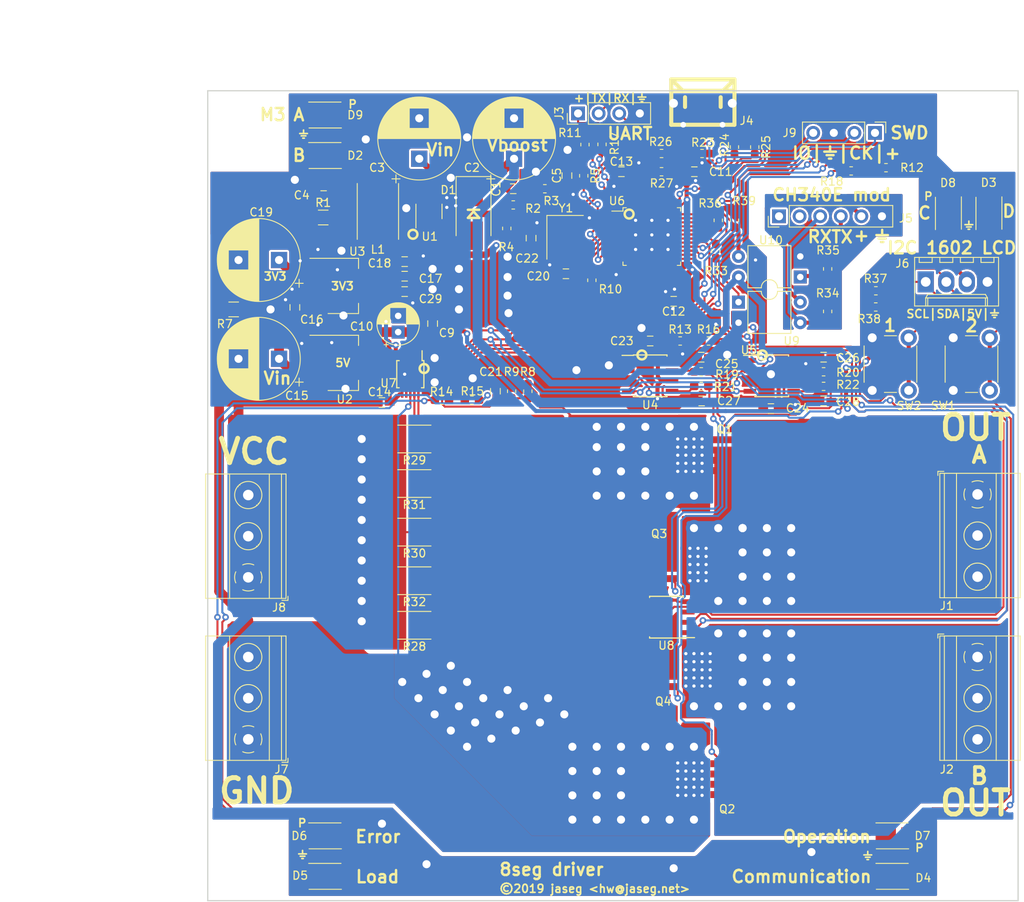
<source format=kicad_pcb>
(kicad_pcb (version 20171130) (host pcbnew "(5.0.1)")
  (layers (0 F.Cu signal) (31 B.Cu signal) (34 B.Paste user) (35 F.Paste user) (36 B.SilkS user) (37 F.SilkS user) (38 B.Mask user hide) (39 F.Mask user hide) (44 Edge.Cuts user))
  (net 0 "")
  (net 1 +VSW)
  (net 2 GND)
  (net 3 "Net-(C3-Pad1)")
  (net 4 /VBOOT_MON)
  (net 5 +5V)
  (net 6 +3V3)
  (net 7 "Net-(C15-Pad1)")
  (net 8 "Net-(C20-Pad2)")
  (net 9 /VIN_MON)
  (net 10 "Net-(C22-Pad1)")
  (net 11 "Net-(D1-Pad2)")
  (net 12 "Net-(D2-Pad2)")
  (net 13 "Net-(D3-Pad2)")
  (net 14 "Net-(D4-Pad2)")
  (net 15 "Net-(D5-Pad2)")
  (net 16 "Net-(D6-Pad2)")
  (net 17 "Net-(D7-Pad2)")
  (net 18 "Net-(D8-Pad2)")
  (net 19 "Net-(D9-Pad2)")
  (net 20 /UART_TX)
  (net 21 /UART_RX)
  (net 22 "Net-(J4-Pad4)")
  (net 23 "Net-(J4-Pad1)")
  (net 24 "Net-(J4-Pad2)")
  (net 25 "Net-(J4-Pad3)")
  (net 26 "Net-(J5-Pad1)")
  (net 27 "Net-(J5-Pad2)")
  (net 28 "Net-(J5-Pad3)")
  (net 29 "Net-(J5-Pad4)")
  (net 30 /ISO_5V)
  (net 31 /ISO_GND)
  (net 32 /SCL_LCD)
  (net 33 /SDA_LCD)
  (net 34 "Net-(R2-Pad1)")
  (net 35 "Net-(R10-Pad1)")
  (net 36 /LED0)
  (net 37 /LED1)
  (net 38 /LED2)
  (net 39 /LED3)
  (net 40 /LED4)
  (net 41 /LED5)
  (net 42 /LED6)
  (net 43 /LED7)
  (net 44 /USB_DP)
  (net 45 /USB_DM)
  (net 46 /SDA_INA)
  (net 47 /SCL_INA)
  (net 48 "Net-(R33-Pad2)")
  (net 49 "Net-(R35-Pad1)")
  (net 50 "Net-(R36-Pad1)")
  (net 51 /SW0)
  (net 52 /SW1)
  (net 53 "Net-(U6-Pad4)")
  (net 54 "Net-(U6-Pad12)")
  (net 55 "Net-(U6-Pad25)")
  (net 56 "Net-(U6-Pad38)")
  (net 57 "Net-(U6-Pad39)")
  (net 58 "Net-(U6-Pad40)")
  (net 59 "Net-(U6-Pad41)")
  (net 60 "Net-(U6-Pad45)")
  (net 61 "Net-(U6-Pad46)")
  (net 62 "Net-(U7-Pad3)")
  (net 63 "Net-(U8-Pad3)")
  (net 64 /DRV1F)
  (net 65 /DRV2F)
  (net 66 /DRV3F)
  (net 67 /DRV4F)
  (net 68 /OUT_A)
  (net 69 /OUT_B)
  (net 70 /VIN)
  (net 71 /GND_MEAS)
  (net 72 /DRV1)
  (net 73 /DRV2)
  (net 74 /DRV3)
  (net 75 /DRV4)
  (net 76 /CTRL_B)
  (net 77 /CTRL_A)
  (net 78 /SWCLK)
  (net 79 /SWDIO)
  (net 80 "Net-(U6-Pad18)")
  (net 81 "Net-(U6-Pad20)")
  (module "footprints:Toshiba SOP Advance" (layer F.Cu) (at 130 100 90)
    (fp_text reference Q1 (at 3.2 3.8 180) (layer F.SilkS))
    (fp_text value TPHR6503PL)
    (pad 1 smd rect (at 0 -0.55 90) (size 4.7 3.75) (layers F.Cu F.Paste F.Mask) (net 70 /VIN))
    (pad 3 smd rect (at -1.905 3.5 90) (size 0.85 2.95) (layers F.Cu F.Paste F.Mask) (net 68 /OUT_A))
    (pad 3 smd rect (at -0.635 3.5 90) (size 0.85 2.95) (layers F.Cu F.Paste F.Mask) (net 68 /OUT_A))
    (pad 3 smd rect (at 0.635 3.5 90) (size 0.85 2.95) (layers F.Cu F.Paste F.Mask) (net 68 /OUT_A))
    (pad 2 smd rect (at 1.905 3.5 90) (size 0.85 2.95) (layers F.Cu F.Paste F.Mask) (net 67 /DRV4F))
    (pad 1 smd rect (at 1.905 -3.475 90) (size 0.85 3) (layers F.Cu F.Paste F.Mask) (net 70 /VIN))
    (pad 1 smd rect (at 0.635 -3.475 90) (size 0.85 3) (layers F.Cu F.Paste F.Mask) (net 70 /VIN))
    (pad 1 smd rect (at -0.635 -3.475 90) (size 0.85 3) (layers F.Cu F.Paste F.Mask) (net 70 /VIN))
    (pad 1 smd rect (at -1.905 -3.475 90) (size 0.85 3) (layers F.Cu F.Paste F.Mask) (net 70 /VIN))
  )
  (module "footprints:Toshiba SOP Advance" (layer F.Cu) (at 130 140 90)
    (fp_text reference Q2 (at -3.7 4.1 180) (layer F.SilkS))
    (fp_text value TPHR6503PL)
    (pad 1 smd rect (at 0 -0.55 90) (size 4.7 3.75) (layers F.Cu F.Paste F.Mask) (net 70 /VIN))
    (pad 3 smd rect (at -1.905 3.5 90) (size 0.85 2.95) (layers F.Cu F.Paste F.Mask) (net 69 /OUT_B))
    (pad 3 smd rect (at -0.635 3.5 90) (size 0.85 2.95) (layers F.Cu F.Paste F.Mask) (net 69 /OUT_B))
    (pad 3 smd rect (at 0.635 3.5 90) (size 0.85 2.95) (layers F.Cu F.Paste F.Mask) (net 69 /OUT_B))
    (pad 2 smd rect (at 1.905 3.5 90) (size 0.85 2.95) (layers F.Cu F.Paste F.Mask) (net 65 /DRV2F))
    (pad 1 smd rect (at 1.905 -3.475 90) (size 0.85 3) (layers F.Cu F.Paste F.Mask) (net 70 /VIN))
    (pad 1 smd rect (at 0.635 -3.475 90) (size 0.85 3) (layers F.Cu F.Paste F.Mask) (net 70 /VIN))
    (pad 1 smd rect (at -0.635 -3.475 90) (size 0.85 3) (layers F.Cu F.Paste F.Mask) (net 70 /VIN))
    (pad 1 smd rect (at -1.905 -3.475 90) (size 0.85 3) (layers F.Cu F.Paste F.Mask) (net 70 /VIN))
  )
  (module "footprints:Toshiba SOP Advance" (layer F.Cu) (at 130 113.3333 270)
    (fp_text reference Q3 (at -3.6333 4.3) (layer F.SilkS))
    (fp_text value TPHR6503PL)
    (pad 1 smd rect (at 0 -0.55 270) (size 4.7 3.75) (layers F.Cu F.Paste F.Mask) (net 68 /OUT_A))
    (pad 3 smd rect (at -1.905 3.5 270) (size 0.85 2.95) (layers F.Cu F.Paste F.Mask) (net 71 /GND_MEAS))
    (pad 3 smd rect (at -0.635 3.5 270) (size 0.85 2.95) (layers F.Cu F.Paste F.Mask) (net 71 /GND_MEAS))
    (pad 3 smd rect (at 0.635 3.5 270) (size 0.85 2.95) (layers F.Cu F.Paste F.Mask) (net 71 /GND_MEAS))
    (pad 2 smd rect (at 1.905 3.5 270) (size 0.85 2.95) (layers F.Cu F.Paste F.Mask) (net 66 /DRV3F))
    (pad 1 smd rect (at 1.905 -3.475 270) (size 0.85 3) (layers F.Cu F.Paste F.Mask) (net 68 /OUT_A))
    (pad 1 smd rect (at 0.635 -3.475 270) (size 0.85 3) (layers F.Cu F.Paste F.Mask) (net 68 /OUT_A))
    (pad 1 smd rect (at -0.635 -3.475 270) (size 0.85 3) (layers F.Cu F.Paste F.Mask) (net 68 /OUT_A))
    (pad 1 smd rect (at -1.905 -3.475 270) (size 0.85 3) (layers F.Cu F.Paste F.Mask) (net 68 /OUT_A))
  )
  (module "footprints:Toshiba SOP Advance" (layer F.Cu) (at 130 126.6667 270)
    (fp_text reference Q4 (at 3.7333 3.8) (layer F.SilkS))
    (fp_text value TPHR6503PL)
    (pad 1 smd rect (at 0 -0.55 270) (size 4.7 3.75) (layers F.Cu F.Paste F.Mask) (net 69 /OUT_B))
    (pad 3 smd rect (at -1.905 3.5 270) (size 0.85 2.95) (layers F.Cu F.Paste F.Mask) (net 71 /GND_MEAS))
    (pad 3 smd rect (at -0.635 3.5 270) (size 0.85 2.95) (layers F.Cu F.Paste F.Mask) (net 71 /GND_MEAS))
    (pad 3 smd rect (at 0.635 3.5 270) (size 0.85 2.95) (layers F.Cu F.Paste F.Mask) (net 71 /GND_MEAS))
    (pad 2 smd rect (at 1.905 3.5 270) (size 0.85 2.95) (layers F.Cu F.Paste F.Mask) (net 64 /DRV1F))
    (pad 1 smd rect (at 1.905 -3.475 270) (size 0.85 3) (layers F.Cu F.Paste F.Mask) (net 69 /OUT_B))
    (pad 1 smd rect (at 0.635 -3.475 270) (size 0.85 3) (layers F.Cu F.Paste F.Mask) (net 69 /OUT_B))
    (pad 1 smd rect (at -0.635 -3.475 270) (size 0.85 3) (layers F.Cu F.Paste F.Mask) (net 69 /OUT_B))
    (pad 1 smd rect (at -1.905 -3.475 270) (size 0.85 3) (layers F.Cu F.Paste F.Mask) (net 69 /OUT_B))
  )
  (module Capacitors_SMD:C_0603_HandSoldering (layer F.Cu) (at 107.7 67.1)
    (fp_text reference C1 (at -2.1 0 90) (layer F.SilkS))
    (fp_text value 10u)
    (pad 1 smd rect (at -0.95 0) (size 1.2 0.75) (layers F.Cu F.Paste F.Mask) (net 1 +VSW))
    (pad 2 smd rect (at 0.95 0) (size 1.2 0.75) (layers F.Cu F.Paste F.Mask) (net 2 GND))
  )
  (module Capacitors_SMD:C_0603_HandSoldering (layer F.Cu) (at 84.3 67.95 180)
    (fp_text reference C4 (at 2.7 0.05 180) (layer F.SilkS))
    (fp_text value 10u)
    (pad 1 smd rect (at -0.95 0 180) (size 1.2 0.75) (layers F.Cu F.Paste F.Mask) (net 3 "Net-(C3-Pad1)"))
    (pad 2 smd rect (at 0.95 0 180) (size 1.2 0.75) (layers F.Cu F.Paste F.Mask) (net 2 GND))
  )
  (module Capacitors_SMD:C_0603_HandSoldering (layer F.Cu) (at 114.325001 65.474999 90)
    (fp_text reference C5 (at 0 -1.25 90) (layer F.SilkS))
    (fp_text value 100n)
    (pad 1 smd rect (at -0.95 0 90) (size 1.2 0.75) (layers F.Cu F.Paste F.Mask) (net 4 /VBOOT_MON))
    (pad 2 smd rect (at 0.95 0 90) (size 1.2 0.75) (layers F.Cu F.Paste F.Mask) (net 2 GND))
  )
  (module Capacitors_SMD:C_0603_HandSoldering (layer F.Cu) (at 97.75 83.75 90)
    (fp_text reference C9 (at -1.15 1.75 180) (layer F.SilkS))
    (fp_text value 10u)
    (pad 1 smd rect (at -0.95 0 90) (size 1.2 0.75) (layers F.Cu F.Paste F.Mask) (net 5 +5V))
    (pad 2 smd rect (at 0.95 0 90) (size 1.2 0.75) (layers F.Cu F.Paste F.Mask) (net 2 GND))
  )
  (module Capacitor_THT:CP_Radial_D5.0mm_P2.00mm (layer F.Cu) (at 93.5 84.8 90)
    (fp_text reference C10 (at 0.7 -4.5 180) (layer F.SilkS))
    (fp_text value 22u)
    (pad 1 thru_hole rect (at 0 0 90) (size 1.6 1.6) (drill 0.8) (layers *.Cu *.Mask) (net 5 +5V))
    (pad 2 thru_hole circle (at 2 0 90) (size 1.6 1.6) (drill 0.8) (layers *.Cu *.Mask) (net 2 GND))
  )
  (module Capacitors_SMD:C_0603_HandSoldering (layer F.Cu) (at 130.05 65)
    (fp_text reference C11 (at 3.25 0) (layer F.SilkS))
    (fp_text value 100n)
    (pad 2 smd rect (at 0.95 0) (size 1.2 0.75) (layers F.Cu F.Paste F.Mask) (net 2 GND))
    (pad 1 smd rect (at -0.95 0) (size 1.2 0.75) (layers F.Cu F.Paste F.Mask) (net 6 +3V3))
  )
  (module Capacitors_SMD:C_0603_HandSoldering (layer F.Cu) (at 127.5 81 180)
    (fp_text reference C12 (at 0 -1.25 180) (layer F.SilkS))
    (fp_text value 100n)
    (pad 1 smd rect (at -0.95 0 180) (size 1.2 0.75) (layers F.Cu F.Paste F.Mask) (net 6 +3V3))
    (pad 2 smd rect (at 0.95 0 180) (size 1.2 0.75) (layers F.Cu F.Paste F.Mask) (net 2 GND))
  )
  (module Capacitors_SMD:C_0603_HandSoldering (layer F.Cu) (at 121.05 65)
    (fp_text reference C13 (at 0 -1.25) (layer F.SilkS))
    (fp_text value 100n)
    (pad 2 smd rect (at 0.95 0) (size 1.2 0.75) (layers F.Cu F.Paste F.Mask) (net 2 GND))
    (pad 1 smd rect (at -0.95 0) (size 1.2 0.75) (layers F.Cu F.Paste F.Mask) (net 6 +3V3))
  )
  (module Capacitors_SMD:C_0603_HandSoldering (layer F.Cu) (at 91.5 93.5 180)
    (fp_text reference C14 (at 0.3 1.3 180) (layer F.SilkS))
    (fp_text value 100n)
    (pad 1 smd rect (at -0.95 0 180) (size 1.2 0.75) (layers F.Cu F.Paste F.Mask) (net 6 +3V3))
    (pad 2 smd rect (at 0.95 0 180) (size 1.2 0.75) (layers F.Cu F.Paste F.Mask) (net 2 GND))
  )
  (module Capacitors_SMD:C_0603_HandSoldering (layer F.Cu) (at 80.75 81.75 90)
    (fp_text reference C16 (at -1.5 2.1 180) (layer F.SilkS))
    (fp_text value 1u)
    (pad 1 smd rect (at -0.95 0 90) (size 1.2 0.75) (layers F.Cu F.Paste F.Mask) (net 7 "Net-(C15-Pad1)"))
    (pad 2 smd rect (at 0.95 0 90) (size 1.2 0.75) (layers F.Cu F.Paste F.Mask) (net 2 GND))
  )
  (module Capacitors_SMD:C_0603_HandSoldering (layer F.Cu) (at 94.3 77.9)
    (fp_text reference C17 (at 3.2 0.3) (layer F.SilkS))
    (fp_text value 1u)
    (pad 2 smd rect (at 0.95 0) (size 1.2 0.75) (layers F.Cu F.Paste F.Mask) (net 2 GND))
    (pad 1 smd rect (at -0.95 0) (size 1.2 0.75) (layers F.Cu F.Paste F.Mask) (net 6 +3V3))
  )
  (module Capacitors_SMD:C_0603_HandSoldering (layer F.Cu) (at 94.3 76.1)
    (fp_text reference C18 (at -3.1 0.2) (layer F.SilkS))
    (fp_text value 10u)
    (pad 2 smd rect (at 0.95 0) (size 1.2 0.75) (layers F.Cu F.Paste F.Mask) (net 2 GND))
    (pad 1 smd rect (at -0.95 0) (size 1.2 0.75) (layers F.Cu F.Paste F.Mask) (net 6 +3V3))
  )
  (module Capacitors_SMD:C_0603_HandSoldering (layer F.Cu) (at 114.2 77.6)
    (fp_text reference C20 (at -3.4 0.3) (layer F.SilkS))
    (fp_text value 12p)
    (pad 2 smd rect (at 0.95 0) (size 1.2 0.75) (layers F.Cu F.Paste F.Mask) (net 8 "Net-(C20-Pad2)"))
    (pad 1 smd rect (at -0.95 0) (size 1.2 0.75) (layers F.Cu F.Paste F.Mask) (net 2 GND))
  )
  (module Capacitors_SMD:C_0603_HandSoldering (layer F.Cu) (at 105.5 92.1 90)
    (fp_text reference C21 (at 2.4 -0.55 180) (layer F.SilkS))
    (fp_text value 100n)
    (pad 2 smd rect (at 0.95 0 90) (size 1.2 0.75) (layers F.Cu F.Paste F.Mask) (net 2 GND))
    (pad 1 smd rect (at -0.95 0 90) (size 1.2 0.75) (layers F.Cu F.Paste F.Mask) (net 9 /VIN_MON))
  )
  (module Capacitors_SMD:C_0603_HandSoldering (layer F.Cu) (at 109.9 73.2 90)
    (fp_text reference C22 (at -2.5 -0.5 180) (layer F.SilkS))
    (fp_text value 12p)
    (pad 1 smd rect (at -0.95 0 90) (size 1.2 0.75) (layers F.Cu F.Paste F.Mask) (net 10 "Net-(C22-Pad1)"))
    (pad 2 smd rect (at 0.95 0 90) (size 1.2 0.75) (layers F.Cu F.Paste F.Mask) (net 2 GND))
  )
  (module Capacitors_SMD:C_0603_HandSoldering (layer F.Cu) (at 124.6 85.9 180)
    (fp_text reference C23 (at 3.5 0 180) (layer F.SilkS))
    (fp_text value 100n)
    (pad 2 smd rect (at 0.95 0 180) (size 1.2 0.75) (layers F.Cu F.Paste F.Mask) (net 2 GND))
    (pad 1 smd rect (at -0.95 0 180) (size 1.2 0.75) (layers F.Cu F.Paste F.Mask) (net 1 +VSW))
  )
  (module Capacitors_SMD:C_0603_HandSoldering (layer F.Cu) (at 139.5 94.25 180)
    (fp_text reference C24 (at -3.3 0.05 180) (layer F.SilkS))
    (fp_text value 100n)
    (pad 1 smd rect (at -0.95 0 180) (size 1.2 0.75) (layers F.Cu F.Paste F.Mask) (net 1 +VSW))
    (pad 2 smd rect (at 0.95 0 180) (size 1.2 0.75) (layers F.Cu F.Paste F.Mask) (net 2 GND))
  )
  (module Capacitors_SMD:C_0603_HandSoldering (layer F.Cu) (at 130.9 87.9 180)
    (fp_text reference C25 (at -3.15 -0.825 180) (layer F.SilkS))
    (fp_text value 0)
    (pad 2 smd rect (at 0.95 0 180) (size 1.2 0.75) (layers F.Cu F.Paste F.Mask) (net 2 GND))
    (pad 1 smd rect (at -0.95 0 180) (size 1.2 0.75) (layers F.Cu F.Paste F.Mask) (net 64 /DRV1F))
  )
  (module Capacitors_SMD:C_0603_HandSoldering (layer F.Cu) (at 146 87.9 180)
    (fp_text reference C26 (at -3 -0.1 180) (layer F.SilkS))
    (fp_text value 0)
    (pad 2 smd rect (at 0.95 0 180) (size 1.2 0.75) (layers F.Cu F.Paste F.Mask) (net 2 GND))
    (pad 1 smd rect (at -0.95 0 180) (size 1.2 0.75) (layers F.Cu F.Paste F.Mask) (net 65 /DRV2F))
  )
  (module Capacitors_SMD:C_0603_HandSoldering (layer F.Cu) (at 130.95 93.3)
    (fp_text reference C27 (at 3.35 0) (layer F.SilkS))
    (fp_text value 0)
    (pad 1 smd rect (at -0.95 0) (size 1.2 0.75) (layers F.Cu F.Paste F.Mask) (net 2 GND))
    (pad 2 smd rect (at 0.95 0) (size 1.2 0.75) (layers F.Cu F.Paste F.Mask) (net 66 /DRV3F))
  )
  (module Capacitors_SMD:C_0603_HandSoldering (layer F.Cu) (at 146 93.3)
    (fp_text reference C28 (at 3 0.1) (layer F.SilkS))
    (fp_text value 0)
    (pad 2 smd rect (at 0.95 0) (size 1.2 0.75) (layers F.Cu F.Paste F.Mask) (net 67 /DRV4F))
    (pad 1 smd rect (at -0.95 0) (size 1.2 0.75) (layers F.Cu F.Paste F.Mask) (net 2 GND))
  )
  (module Capacitors_SMD:C_0603_HandSoldering (layer F.Cu) (at 94.3 79.8)
    (fp_text reference C29 (at 3.2 0.9) (layer F.SilkS))
    (fp_text value 100n)
    (pad 2 smd rect (at 0.95 0) (size 1.2 0.75) (layers F.Cu F.Paste F.Mask) (net 2 GND))
    (pad 1 smd rect (at -0.95 0) (size 1.2 0.75) (layers F.Cu F.Paste F.Mask) (net 6 +3V3))
  )
  (module Diode_SMD:D_SMB_Handsoldering (layer F.Cu) (at 102.8 70.2 270)
    (fp_text reference D1 (at -2.95 3.1) (layer F.SilkS))
    (fp_text value "2A schottky")
    (pad 1 smd rect (at -2.7 0 270) (size 3.5 2.3) (layers F.Cu F.Paste F.Mask) (net 1 +VSW))
    (pad 2 smd rect (at 2.7 0 270) (size 3.5 2.3) (layers F.Cu F.Paste F.Mask) (net 11 "Net-(D1-Pad2)"))
  )
  (module LED_SMD:LED_PLCC_2835_Handsoldering (layer F.Cu) (at 85 63)
    (fp_text reference D2 (at 3.2 0) (layer F.SilkS))
    (fp_text value cyan)
    (pad 2 smd rect (at 1.33 0 180) (size 1.5 2.1) (layers F.Cu F.Paste F.Mask) (net 12 "Net-(D2-Pad2)"))
    (pad 1 smd rect (at -1.33 0 180) (size 2.5 2.1) (layers F.Cu F.Paste F.Mask) (net 2 GND))
  )
  (module LED_SMD:LED_PLCC_2835_Handsoldering (layer F.Cu) (at 166.4 69.6 90)
    (fp_text reference D3 (at 3.25 -0.025 180) (layer F.SilkS))
    (fp_text value cyan)
    (pad 1 smd rect (at -1.33 0 270) (size 2.5 2.1) (layers F.Cu F.Paste F.Mask) (net 2 GND))
    (pad 2 smd rect (at 1.33 0 270) (size 1.5 2.1) (layers F.Cu F.Paste F.Mask) (net 13 "Net-(D3-Pad2)"))
  )
  (module LED_SMD:LED_PLCC_2835_Handsoldering (layer F.Cu) (at 155 152)
    (fp_text reference D4 (at 3.3 0.2) (layer F.SilkS))
    (fp_text value cyan)
    (pad 1 smd rect (at -1.33 0 180) (size 2.5 2.1) (layers F.Cu F.Paste F.Mask) (net 2 GND))
    (pad 2 smd rect (at 1.33 0 180) (size 1.5 2.1) (layers F.Cu F.Paste F.Mask) (net 14 "Net-(D4-Pad2)"))
  )
  (module LED_SMD:LED_PLCC_2835_Handsoldering (layer F.Cu) (at 85 152)
    (fp_text reference D5 (at -3.6 -0.1) (layer F.SilkS))
    (fp_text value cyan)
    (pad 2 smd rect (at 1.33 0 180) (size 1.5 2.1) (layers F.Cu F.Paste F.Mask) (net 15 "Net-(D5-Pad2)"))
    (pad 1 smd rect (at -1.33 0 180) (size 2.5 2.1) (layers F.Cu F.Paste F.Mask) (net 2 GND))
  )
  (module LED_SMD:LED_PLCC_2835_Handsoldering (layer F.Cu) (at 85 147)
    (fp_text reference D6 (at -3.7 0) (layer F.SilkS))
    (fp_text value pink)
    (pad 2 smd rect (at 1.33 0 180) (size 1.5 2.1) (layers F.Cu F.Paste F.Mask) (net 16 "Net-(D6-Pad2)"))
    (pad 1 smd rect (at -1.33 0 180) (size 2.5 2.1) (layers F.Cu F.Paste F.Mask) (net 2 GND))
  )
  (module LED_SMD:LED_PLCC_2835_Handsoldering (layer F.Cu) (at 155 147)
    (fp_text reference D7 (at 3.2 0) (layer F.SilkS))
    (fp_text value pink)
    (pad 1 smd rect (at -1.33 0 180) (size 2.5 2.1) (layers F.Cu F.Paste F.Mask) (net 2 GND))
    (pad 2 smd rect (at 1.33 0 180) (size 1.5 2.1) (layers F.Cu F.Paste F.Mask) (net 17 "Net-(D7-Pad2)"))
  )
  (module LED_SMD:LED_PLCC_2835_Handsoldering (layer F.Cu) (at 161.4 69.6 90)
    (fp_text reference D8 (at 3.225 -0.05 180) (layer F.SilkS))
    (fp_text value pink)
    (pad 2 smd rect (at 1.33 0 270) (size 1.5 2.1) (layers F.Cu F.Paste F.Mask) (net 18 "Net-(D8-Pad2)"))
    (pad 1 smd rect (at -1.33 0 270) (size 2.5 2.1) (layers F.Cu F.Paste F.Mask) (net 2 GND))
  )
  (module LED_SMD:LED_PLCC_2835_Handsoldering (layer F.Cu) (at 85 58)
    (fp_text reference D9 (at 3.2 0) (layer F.SilkS))
    (fp_text value pink)
    (pad 1 smd rect (at -1.33 0 180) (size 2.5 2.1) (layers F.Cu F.Paste F.Mask) (net 2 GND))
    (pad 2 smd rect (at 1.33 0 180) (size 1.5 2.1) (layers F.Cu F.Paste F.Mask) (net 19 "Net-(D9-Pad2)"))
  )
  (module TerminalBlock_Phoenix:TerminalBlock_Phoenix_MKDS-1,5-3-5.08_1x03_P5.08mm_Horizontal (layer F.Cu) (at 165 104.84 270)
    (fp_text reference J1 (at 13.76 3.8) (layer F.SilkS))
    (fp_text value OUT_A)
    (pad 1 thru_hole rect (at 0 0 270) (size 2.6 2.6) (drill 1.3) (layers *.Cu *.Mask) (net 68 /OUT_A))
    (pad 2 thru_hole circle (at 5.08 0 270) (size 2.6 2.6) (drill 1.3) (layers *.Cu *.Mask) (net 68 /OUT_A))
    (pad 3 thru_hole circle (at 10.16 0 270) (size 2.6 2.6) (drill 1.3) (layers *.Cu *.Mask) (net 68 /OUT_A))
  )
  (module TerminalBlock_Phoenix:TerminalBlock_Phoenix_MKDS-1,5-3-5.08_1x03_P5.08mm_Horizontal (layer F.Cu) (at 165 124.92 270)
    (fp_text reference J2 (at 13.88 3.8) (layer F.SilkS))
    (fp_text value OUT_B)
    (pad 3 thru_hole circle (at 10.16 0 270) (size 2.6 2.6) (drill 1.3) (layers *.Cu *.Mask) (net 69 /OUT_B))
    (pad 2 thru_hole circle (at 5.08 0 270) (size 2.6 2.6) (drill 1.3) (layers *.Cu *.Mask) (net 69 /OUT_B))
    (pad 1 thru_hole rect (at 0 0 270) (size 2.6 2.6) (drill 1.3) (layers *.Cu *.Mask) (net 69 /OUT_B))
  )
  (module footprints:microusb_ali_dovetail (layer F.Cu) (at 131.1 59.2)
    (fp_text reference J4 (at 5.4 -0.5) (layer F.SilkS))
    (fp_text value USB_B_Micro hide)
    (pad 5 smd rect (at -1.3 0) (size 0.4 1.35) (layers F.Cu F.Paste F.Mask) (net 2 GND))
    (pad 4 smd rect (at -0.65 0) (size 0.4 1.35) (layers F.Cu F.Paste F.Mask) (net 22 "Net-(J4-Pad4)"))
    (pad 1 smd rect (at 1.3 0) (size 0.4 1.35) (layers F.Cu F.Paste F.Mask) (net 23 "Net-(J4-Pad1)"))
    (pad 2 smd rect (at 0.65 0) (size 0.4 1.35) (layers F.Cu F.Paste F.Mask) (net 24 "Net-(J4-Pad2)"))
    (pad 3 smd rect (at 0 0) (size 0.4 1.35) (layers F.Cu F.Paste F.Mask) (net 25 "Net-(J4-Pad3)"))
    (pad 6 thru_hole oval (at 3.625 -2.65) (size 1.5 2) (drill 1.1) (layers *.Cu *.Mask) (net 2 GND))
    (pad 6 thru_hole oval (at 2.425 0) (size 1 1.5) (drill 0.7) (layers *.Cu *.Mask) (net 2 GND))
    (pad 6 thru_hole oval (at -2.425 0) (size 1 1.5) (drill 0.7) (layers *.Cu *.Mask) (net 2 GND))
    (pad 6 thru_hole oval (at -3.625 -2.65) (size 1.5 2) (drill 1.1) (layers *.Cu *.Mask) (net 2 GND))
  )
  (module Connectors_Molex:Molex_KK-6410-04_04x2.54mm_Straight (layer F.Cu) (at 158.6 78.6)
    (fp_text reference J6 (at -2.875 -2.275 180) (layer F.SilkS))
    (fp_text value "1602 I2C LCD")
    (pad 1 thru_hole rect (at 0 0) (size 2 2.6) (drill 1.2) (layers *.Cu *.Mask) (net 32 /SCL_LCD))
    (pad 2 thru_hole oval (at 2.54 0) (size 2 2.6) (drill 1.2) (layers *.Cu *.Mask) (net 33 /SDA_LCD))
    (pad 3 thru_hole oval (at 5.08 0) (size 2 2.6) (drill 1.2) (layers *.Cu *.Mask) (net 5 +5V))
    (pad 4 thru_hole oval (at 7.62 0) (size 2 2.6) (drill 1.2) (layers *.Cu *.Mask) (net 2 GND))
  )
  (module TerminalBlock_Phoenix:TerminalBlock_Phoenix_MKDS-1,5-3-5.08_1x03_P5.08mm_Horizontal (layer F.Cu) (at 75 135.08 90)
    (fp_text reference J7 (at -3.72 4.1 180) (layer F.SilkS))
    (fp_text value IN_VCC)
    (pad 3 thru_hole circle (at 10.16 0 90) (size 2.6 2.6) (drill 1.3) (layers *.Cu *.Mask) (net 70 /VIN))
    (pad 2 thru_hole circle (at 5.08 0 90) (size 2.6 2.6) (drill 1.3) (layers *.Cu *.Mask) (net 70 /VIN))
    (pad 1 thru_hole rect (at 0 0 90) (size 2.6 2.6) (drill 1.3) (layers *.Cu *.Mask) (net 70 /VIN))
  )
  (module TerminalBlock_Phoenix:TerminalBlock_Phoenix_MKDS-1,5-3-5.08_1x03_P5.08mm_Horizontal (layer F.Cu) (at 75 115.08 90)
    (fp_text reference J8 (at -3.72 3.8 180) (layer F.SilkS))
    (fp_text value IN_GND)
    (pad 1 thru_hole rect (at 0 0 90) (size 2.6 2.6) (drill 1.3) (layers *.Cu *.Mask) (net 2 GND))
    (pad 2 thru_hole circle (at 5.08 0 90) (size 2.6 2.6) (drill 1.3) (layers *.Cu *.Mask) (net 2 GND))
    (pad 3 thru_hole circle (at 10.16 0 90) (size 2.6 2.6) (drill 1.3) (layers *.Cu *.Mask) (net 2 GND))
  )
  (module Inductor_SMD:L_Taiyo-Yuden_NR-50xx_HandSoldering (layer F.Cu) (at 91 69.9 270)
    (fp_text reference L1 (at 4.7 0) (layer F.SilkS))
    (fp_text value 10u)
    (pad 1 smd rect (at -2.25 0 270) (size 2.4 4.2) (layers F.Cu F.Paste F.Mask) (net 3 "Net-(C3-Pad1)"))
    (pad 2 smd rect (at 2.25 0 270) (size 2.4 4.2) (layers F.Cu F.Paste F.Mask) (net 11 "Net-(D1-Pad2)"))
  )
  (module Resistor_SMD:R_0603_1608Metric_Pad1.05x0.95mm_HandSolder (layer F.Cu) (at 107.7 69.1)
    (fp_text reference R2 (at 2.45 0.45) (layer F.SilkS))
    (fp_text value 100k)
    (pad 2 smd roundrect (at 0.875 0) (size 1.05 0.95) (layers F.Cu F.Paste F.Mask) (net 1 +VSW))
    (pad 1 smd roundrect (at -0.875 0) (size 1.05 0.95) (layers F.Cu F.Paste F.Mask) (net 34 "Net-(R2-Pad1)"))
  )
  (module Resistor_SMD:R_0603_1608Metric_Pad1.05x0.95mm_HandSolder (layer F.Cu) (at 111.6 67.1)
    (fp_text reference R3 (at 0.8 1.5) (layer F.SilkS))
    (fp_text value 47k)
    (pad 1 smd roundrect (at -0.875 0) (size 1.05 0.95) (layers F.Cu F.Paste F.Mask) (net 1 +VSW))
    (pad 2 smd roundrect (at 0.875 0) (size 1.05 0.95) (layers F.Cu F.Paste F.Mask) (net 4 /VBOOT_MON))
  )
  (module Resistor_SMD:R_0603_1608Metric_Pad1.05x0.95mm_HandSolder (layer F.Cu) (at 106.9 72 90)
    (fp_text reference R4 (at -2.3 -0.05 180) (layer F.SilkS))
    (fp_text value 3k3)
    (pad 2 smd roundrect (at 0.875 0 90) (size 1.05 0.95) (layers F.Cu F.Paste F.Mask) (net 34 "Net-(R2-Pad1)"))
    (pad 1 smd roundrect (at -0.875 0 90) (size 1.05 0.95) (layers F.Cu F.Paste F.Mask) (net 2 GND))
  )
  (module Resistor_SMD:R_0603_1608Metric_Pad1.05x0.95mm_HandSolder (layer F.Cu) (at 116.4 65.5 270)
    (fp_text reference R5 (at 0 -1.43 270) (layer F.SilkS))
    (fp_text value 10k)
    (pad 1 smd roundrect (at -0.875 0 270) (size 1.05 0.95) (layers F.Cu F.Paste F.Mask) (net 2 GND))
    (pad 2 smd roundrect (at 0.875 0 270) (size 1.05 0.95) (layers F.Cu F.Paste F.Mask) (net 4 /VBOOT_MON))
  )
  (module Resistor_SMD:R_1206_3216Metric_Pad1.42x1.75mm_HandSolder (layer F.Cu) (at 73.2 82)
    (fp_text reference R7 (at -1.1 1.8) (layer F.SilkS))
    (fp_text value "10R .5W")
    (pad 1 smd roundrect (at -1.4875 0) (size 1.425 1.75) (layers F.Cu F.Paste F.Mask) (roundrect_rratio 0.175439) (net 70 /VIN))
    (pad 2 smd roundrect (at 1.4875 0) (size 1.425 1.75) (layers F.Cu F.Paste F.Mask) (roundrect_rratio 0.175439) (net 7 "Net-(C15-Pad1)"))
  )
  (module Resistor_SMD:R_0603_1608Metric_Pad1.05x0.95mm_HandSolder (layer F.Cu) (at 109.5 92.1 270)
    (fp_text reference R8 (at -2.4 0) (layer F.SilkS))
    (fp_text value 47k)
    (pad 2 smd roundrect (at 0.875 0 270) (size 1.05 0.95) (layers F.Cu F.Paste F.Mask) (net 9 /VIN_MON))
    (pad 1 smd roundrect (at -0.875 0 270) (size 1.05 0.95) (layers F.Cu F.Paste F.Mask) (net 70 /VIN))
  )
  (module Resistor_SMD:R_0603_1608Metric_Pad1.05x0.95mm_HandSolder (layer F.Cu) (at 107.5 92.1 270)
    (fp_text reference R9 (at -2.4 0) (layer F.SilkS))
    (fp_text value 10k)
    (pad 1 smd roundrect (at -0.875 0 270) (size 1.05 0.95) (layers F.Cu F.Paste F.Mask) (net 2 GND))
    (pad 2 smd roundrect (at 0.875 0 270) (size 1.05 0.95) (layers F.Cu F.Paste F.Mask) (net 9 /VIN_MON))
  )
  (module Resistor_SMD:R_0603_1608Metric_Pad1.05x0.95mm_HandSolder (layer F.Cu) (at 117.4 78.4 90)
    (fp_text reference R10 (at -1.1 2.3) (layer F.SilkS))
    (fp_text value 10k)
    (pad 2 smd roundrect (at 0.875 0 90) (size 1.05 0.95) (layers F.Cu F.Paste F.Mask) (net 6 +3V3))
    (pad 1 smd roundrect (at -0.875 0 90) (size 1.05 0.95) (layers F.Cu F.Paste F.Mask) (net 35 "Net-(R10-Pad1)"))
  )
  (module Resistor_SMD:R_0603_1608Metric_Pad1.05x0.95mm_HandSolder (layer F.Cu) (at 116.55 61.65 90)
    (fp_text reference R11 (at 1.45 -1.85 180) (layer F.SilkS))
    (fp_text value 150)
    (pad 1 smd roundrect (at -0.875 0 90) (size 1.05 0.95) (layers F.Cu F.Paste F.Mask) (net 36 /LED0))
    (pad 2 smd roundrect (at 0.875 0 90) (size 1.05 0.95) (layers F.Cu F.Paste F.Mask) (net 12 "Net-(D2-Pad2)"))
  )
  (module Resistor_SMD:R_0603_1608Metric_Pad1.05x0.95mm_HandSolder (layer F.Cu) (at 153.7 64.5)
    (fp_text reference R12 (at 3.2 0) (layer F.SilkS))
    (fp_text value 150)
    (pad 2 smd roundrect (at 0.875 0) (size 1.05 0.95) (layers F.Cu F.Paste F.Mask) (net 13 "Net-(D3-Pad2)"))
    (pad 1 smd roundrect (at -0.875 0) (size 1.05 0.95) (layers F.Cu F.Paste F.Mask) (net 37 /LED1))
  )
  (module Resistor_SMD:R_0603_1608Metric_Pad1.05x0.95mm_HandSolder (layer F.Cu) (at 128.3 85.9)
    (fp_text reference R13 (at 0 -1.43) (layer F.SilkS))
    (fp_text value 150)
    (pad 1 smd roundrect (at -0.875 0) (size 1.05 0.95) (layers F.Cu F.Paste F.Mask) (net 38 /LED2))
    (pad 2 smd roundrect (at 0.875 0) (size 1.05 0.95) (layers F.Cu F.Paste F.Mask) (net 17 "Net-(D7-Pad2)"))
  )
  (module Resistor_SMD:R_0603_1608Metric_Pad1.05x0.95mm_HandSolder (layer F.Cu) (at 98.9 93.2 180)
    (fp_text reference R14 (at 0.05 1.05 180) (layer F.SilkS))
    (fp_text value 150)
    (pad 2 smd roundrect (at 0.875 0 180) (size 1.05 0.95) (layers F.Cu F.Paste F.Mask) (net 15 "Net-(D5-Pad2)"))
    (pad 1 smd roundrect (at -0.875 0 180) (size 1.05 0.95) (layers F.Cu F.Paste F.Mask) (net 39 /LED3))
  )
  (module Resistor_SMD:R_0603_1608Metric_Pad1.05x0.95mm_HandSolder (layer F.Cu) (at 102.6 93.2)
    (fp_text reference R15 (at 0.05 -1.1) (layer F.SilkS))
    (fp_text value 150)
    (pad 1 smd roundrect (at -0.875 0) (size 1.05 0.95) (layers F.Cu F.Paste F.Mask) (net 40 /LED4))
    (pad 2 smd roundrect (at 0.875 0) (size 1.05 0.95) (layers F.Cu F.Paste F.Mask) (net 16 "Net-(D6-Pad2)"))
  )
  (module Resistor_SMD:R_0603_1608Metric_Pad1.05x0.95mm_HandSolder (layer F.Cu) (at 131.8 85.9)
    (fp_text reference R16 (at 0 -1.43) (layer F.SilkS))
    (fp_text value 150)
    (pad 2 smd roundrect (at 0.875 0) (size 1.05 0.95) (layers F.Cu F.Paste F.Mask) (net 14 "Net-(D4-Pad2)"))
    (pad 1 smd roundrect (at -0.875 0) (size 1.05 0.95) (layers F.Cu F.Paste F.Mask) (net 41 /LED5))
  )
  (module Resistor_SMD:R_0603_1608Metric_Pad1.05x0.95mm_HandSolder (layer F.Cu) (at 118.655001 61.624999 90)
    (fp_text reference R17 (at 0.124999 1.544999 90) (layer F.SilkS))
    (fp_text value 150)
    (pad 1 smd roundrect (at -0.875 0 90) (size 1.05 0.95) (layers F.Cu F.Paste F.Mask) (net 42 /LED6))
    (pad 2 smd roundrect (at 0.875 0 90) (size 1.05 0.95) (layers F.Cu F.Paste F.Mask) (net 19 "Net-(D9-Pad2)"))
  )
  (module Resistor_SMD:R_0603_1608Metric_Pad1.05x0.95mm_HandSolder (layer F.Cu) (at 149.4 64.9)
    (fp_text reference R18 (at -2.4 1.3) (layer F.SilkS))
    (fp_text value 150)
    (pad 2 smd roundrect (at 0.875 0) (size 1.05 0.95) (layers F.Cu F.Paste F.Mask) (net 18 "Net-(D8-Pad2)"))
    (pad 1 smd roundrect (at -0.875 0) (size 1.05 0.95) (layers F.Cu F.Paste F.Mask) (net 43 /LED7))
  )
  (module Resistor_SMD:R_0603_1608Metric_Pad1.05x0.95mm_HandSolder (layer F.Cu) (at 130.9 89.7 180)
    (fp_text reference R19 (at -3.175 -0.325 180) (layer F.SilkS))
    (fp_text value 0R)
    (pad 1 smd roundrect (at -0.875 0 180) (size 1.05 0.95) (layers F.Cu F.Paste F.Mask) (net 64 /DRV1F))
    (pad 2 smd roundrect (at 0.875 0 180) (size 1.05 0.95) (layers F.Cu F.Paste F.Mask) (net 72 /DRV1))
  )
  (module Resistor_SMD:R_0603_1608Metric_Pad1.05x0.95mm_HandSolder (layer F.Cu) (at 146 89.7 180)
    (fp_text reference R20 (at -3 -0.1) (layer F.SilkS))
    (fp_text value 0R)
    (pad 2 smd roundrect (at 0.875 0 180) (size 1.05 0.95) (layers F.Cu F.Paste F.Mask) (net 73 /DRV2))
    (pad 1 smd roundrect (at -0.875 0 180) (size 1.05 0.95) (layers F.Cu F.Paste F.Mask) (net 65 /DRV2F))
  )
  (module Resistor_SMD:R_0603_1608Metric_Pad1.05x0.95mm_HandSolder (layer F.Cu) (at 130.9 91.5 180)
    (fp_text reference R21 (at -3 -0.05 180) (layer F.SilkS))
    (fp_text value 0R)
    (pad 1 smd roundrect (at -0.875 0 180) (size 1.05 0.95) (layers F.Cu F.Paste F.Mask) (net 66 /DRV3F))
    (pad 2 smd roundrect (at 0.875 0 180) (size 1.05 0.95) (layers F.Cu F.Paste F.Mask) (net 74 /DRV3))
  )
  (module Resistor_SMD:R_0603_1608Metric_Pad1.05x0.95mm_HandSolder (layer F.Cu) (at 146 91.5 180)
    (fp_text reference R22 (at -3 0.2 180) (layer F.SilkS))
    (fp_text value 0R)
    (pad 2 smd roundrect (at 0.875 0 180) (size 1.05 0.95) (layers F.Cu F.Paste F.Mask) (net 75 /DRV4))
    (pad 1 smd roundrect (at -0.875 0 180) (size 1.05 0.95) (layers F.Cu F.Paste F.Mask) (net 67 /DRV4F))
  )
  (module Resistor_SMD:R_0603_1608Metric_Pad1.05x0.95mm_HandSolder (layer F.Cu) (at 131 62.75 180)
    (fp_text reference R23 (at -0.1 1.35 180) (layer F.SilkS))
    (fp_text value 1k5)
    (pad 1 smd roundrect (at -0.875 0 180) (size 1.05 0.95) (layers F.Cu F.Paste F.Mask) (net 25 "Net-(J4-Pad3)"))
    (pad 2 smd roundrect (at 0.875 0 180) (size 1.05 0.95) (layers F.Cu F.Paste F.Mask) (net 6 +3V3))
  )
  (module Resistor_SMD:R_0603_1608Metric_Pad1.05x0.95mm_HandSolder (layer F.Cu) (at 135 61.95 270)
    (fp_text reference R24 (at -0.25 1.2 270) (layer F.SilkS))
    (fp_text value 22)
    (pad 2 smd roundrect (at 0.875 0 270) (size 1.05 0.95) (layers F.Cu F.Paste F.Mask) (net 44 /USB_DP))
    (pad 1 smd roundrect (at -0.875 0 270) (size 1.05 0.95) (layers F.Cu F.Paste F.Mask) (net 25 "Net-(J4-Pad3)"))
  )
  (module Resistor_SMD:R_0603_1608Metric_Pad1.05x0.95mm_HandSolder (layer F.Cu) (at 137.5 61.95 90)
    (fp_text reference R25 (at 0 1.4 90) (layer F.SilkS))
    (fp_text value 22)
    (pad 1 smd roundrect (at -0.875 0 90) (size 1.05 0.95) (layers F.Cu F.Paste F.Mask) (net 45 /USB_DM))
    (pad 2 smd roundrect (at 0.875 0 90) (size 1.05 0.95) (layers F.Cu F.Paste F.Mask) (net 24 "Net-(J4-Pad2)"))
  )
  (module Resistor_SMD:R_0603_1608Metric_Pad1.05x0.95mm_HandSolder (layer F.Cu) (at 126 62.75 180)
    (fp_text reference R26 (at 0.1 1.45 180) (layer F.SilkS))
    (fp_text value 1k5)
    (pad 1 smd roundrect (at -0.875 0 180) (size 1.05 0.95) (layers F.Cu F.Paste F.Mask) (net 6 +3V3))
    (pad 2 smd roundrect (at 0.875 0 180) (size 1.05 0.95) (layers F.Cu F.Paste F.Mask) (net 46 /SDA_INA))
  )
  (module Resistor_SMD:R_0603_1608Metric_Pad1.05x0.95mm_HandSolder (layer F.Cu) (at 126 65 180)
    (fp_text reference R27 (at 0 -1.43 180) (layer F.SilkS))
    (fp_text value 1k5)
    (pad 2 smd roundrect (at 0.875 0 180) (size 1.05 0.95) (layers F.Cu F.Paste F.Mask) (net 47 /SCL_INA))
    (pad 1 smd roundrect (at -0.875 0 180) (size 1.05 0.95) (layers F.Cu F.Paste F.Mask) (net 6 +3V3))
  )
  (module Resistor_SMD:R_2512_6332Metric_Pad1.52x3.35mm_HandSolder (layer F.Cu) (at 95.5 121 180)
    (fp_text reference R28 (at 0 -2.62 180) (layer F.SilkS))
    (fp_text value "5mR 1W 2512")
    (pad 2 smd roundrect (at 2.9875 0 180) (size 1.525 3.35) (layers F.Cu F.Paste F.Mask) (roundrect_rratio 0.163934) (net 2 GND))
    (pad 1 smd roundrect (at -2.9875 0 180) (size 1.525 3.35) (layers F.Cu F.Paste F.Mask) (roundrect_rratio 0.163934) (net 71 /GND_MEAS))
  )
  (module Resistor_SMD:R_2512_6332Metric_Pad1.52x3.35mm_HandSolder (layer F.Cu) (at 95.5 98 180)
    (fp_text reference R29 (at 0 -2.62 180) (layer F.SilkS))
    (fp_text value "5mR 1W")
    (pad 1 smd roundrect (at -2.9875 0 180) (size 1.525 3.35) (layers F.Cu F.Paste F.Mask) (roundrect_rratio 0.163934) (net 71 /GND_MEAS))
    (pad 2 smd roundrect (at 2.9875 0 180) (size 1.525 3.35) (layers F.Cu F.Paste F.Mask) (roundrect_rratio 0.163934) (net 2 GND))
  )
  (module Resistor_SMD:R_2512_6332Metric_Pad1.52x3.35mm_HandSolder (layer F.Cu) (at 95.5 109.5 180)
    (fp_text reference R30 (at 0 -2.62 180) (layer F.SilkS))
    (fp_text value "5mR 1W")
    (pad 1 smd roundrect (at -2.9875 0 180) (size 1.525 3.35) (layers F.Cu F.Paste F.Mask) (roundrect_rratio 0.163934) (net 71 /GND_MEAS))
    (pad 2 smd roundrect (at 2.9875 0 180) (size 1.525 3.35) (layers F.Cu F.Paste F.Mask) (roundrect_rratio 0.163934) (net 2 GND))
  )
  (module Resistor_SMD:R_2512_6332Metric_Pad1.52x3.35mm_HandSolder (layer F.Cu) (at 95.5 103.5 180)
    (fp_text reference R31 (at 0 -2.62 180) (layer F.SilkS))
    (fp_text value "5mR 1W")
    (pad 2 smd roundrect (at 2.9875 0 180) (size 1.525 3.35) (layers F.Cu F.Paste F.Mask) (roundrect_rratio 0.163934) (net 2 GND))
    (pad 1 smd roundrect (at -2.9875 0 180) (size 1.525 3.35) (layers F.Cu F.Paste F.Mask) (roundrect_rratio 0.163934) (net 71 /GND_MEAS))
  )
  (module Resistor_SMD:R_2512_6332Metric_Pad1.52x3.35mm_HandSolder (layer F.Cu) (at 95.5 115.5 180)
    (fp_text reference R32 (at 0 -2.62 180) (layer F.SilkS))
    (fp_text value "5mR 1W")
    (pad 1 smd roundrect (at -2.9875 0 180) (size 1.525 3.35) (layers F.Cu F.Paste F.Mask) (roundrect_rratio 0.163934) (net 71 /GND_MEAS))
    (pad 2 smd roundrect (at 2.9875 0 180) (size 1.525 3.35) (layers F.Cu F.Paste F.Mask) (roundrect_rratio 0.163934) (net 2 GND))
  )
  (module Resistor_SMD:R_0603_1608Metric_Pad1.05x0.95mm_HandSolder (layer F.Cu) (at 132.7 74.8 270)
    (fp_text reference R33 (at 2.45 -0.05) (layer F.SilkS))
    (fp_text value 390)
    (pad 1 smd roundrect (at -0.875 0 270) (size 1.05 0.95) (layers F.Cu F.Paste F.Mask) (net 20 /UART_TX))
    (pad 2 smd roundrect (at 0.875 0 270) (size 1.05 0.95) (layers F.Cu F.Paste F.Mask) (net 48 "Net-(R33-Pad2)"))
  )
  (module Resistor_SMD:R_0603_1608Metric_Pad1.05x0.95mm_HandSolder (layer F.Cu) (at 146.5 82.25 90)
    (fp_text reference R34 (at 2.25 0 180) (layer F.SilkS))
    (fp_text value 720)
    (pad 1 smd roundrect (at -0.875 0 90) (size 1.05 0.95) (layers F.Cu F.Paste F.Mask) (net 28 "Net-(J5-Pad3)"))
    (pad 2 smd roundrect (at 0.875 0 90) (size 1.05 0.95) (layers F.Cu F.Paste F.Mask) (net 31 /ISO_GND))
  )
  (module Resistor_SMD:R_0603_1608Metric_Pad1.05x0.95mm_HandSolder (layer F.Cu) (at 146.5 77 90)
    (fp_text reference R35 (at 2.3 0.05 180) (layer F.SilkS))
    (fp_text value 390)
    (pad 2 smd roundrect (at 0.875 0 90) (size 1.05 0.95) (layers F.Cu F.Paste F.Mask) (net 29 "Net-(J5-Pad4)"))
    (pad 1 smd roundrect (at -0.875 0 90) (size 1.05 0.95) (layers F.Cu F.Paste F.Mask) (net 49 "Net-(R35-Pad1)"))
  )
  (module Resistor_SMD:R_0603_1608Metric_Pad1.05x0.95mm_HandSolder (layer F.Cu) (at 133 71 270)
    (fp_text reference R36 (at -2.1 1) (layer F.SilkS))
    (fp_text value 10k)
    (pad 1 smd roundrect (at -0.875 0 270) (size 1.05 0.95) (layers F.Cu F.Paste F.Mask) (net 50 "Net-(R36-Pad1)"))
    (pad 2 smd roundrect (at 0.875 0 270) (size 1.05 0.95) (layers F.Cu F.Paste F.Mask) (net 21 /UART_RX))
  )
  (module Resistor_SMD:R_0603_1608Metric_Pad1.05x0.95mm_HandSolder (layer F.Cu) (at 152.45 79.7 180)
    (fp_text reference R37 (at 0.05 1.5 180) (layer F.SilkS))
    (fp_text value 1k5)
    (pad 2 smd roundrect (at 0.875 0 180) (size 1.05 0.95) (layers F.Cu F.Paste F.Mask) (net 5 +5V))
    (pad 1 smd roundrect (at -0.875 0 180) (size 1.05 0.95) (layers F.Cu F.Paste F.Mask) (net 33 /SDA_LCD))
  )
  (module Resistor_SMD:R_0603_1608Metric_Pad1.05x0.95mm_HandSolder (layer F.Cu) (at 152.435001 81.7 180)
    (fp_text reference R38 (at 0.810001 -1.475 180) (layer F.SilkS))
    (fp_text value 1k5)
    (pad 1 smd roundrect (at -0.875 0 180) (size 1.05 0.95) (layers F.Cu F.Paste F.Mask) (net 32 /SCL_LCD))
    (pad 2 smd roundrect (at 0.875 0 180) (size 1.05 0.95) (layers F.Cu F.Paste F.Mask) (net 5 +5V))
  )
  (module Resistor_SMD:R_0603_1608Metric_Pad1.05x0.95mm_HandSolder (layer F.Cu) (at 135 71 270)
    (fp_text reference R39 (at -2.4 -1.2) (layer F.SilkS))
    (fp_text value 680)
    (pad 2 smd roundrect (at 0.875 0 270) (size 1.05 0.95) (layers F.Cu F.Paste F.Mask) (net 50 "Net-(R36-Pad1)"))
    (pad 1 smd roundrect (at -0.875 0 270) (size 1.05 0.95) (layers F.Cu F.Paste F.Mask) (net 2 GND))
  )
  (module Button_Switch_THT:SW_PUSH_6mm (layer F.Cu) (at 162 92 90)
    (fp_text reference SW1 (at -1.875 -1.225 180) (layer F.SilkS))
    (fp_text value SW_Push)
    (pad 2 thru_hole circle (at 0 4.5 180) (size 2 2) (drill 1.1) (layers *.Cu *.Mask) (net 51 /SW0))
    (pad 1 thru_hole circle (at 0 0 180) (size 2 2) (drill 1.1) (layers *.Cu *.Mask) (net 2 GND))
    (pad 2 thru_hole circle (at 6.5 4.5 180) (size 2 2) (drill 1.1) (layers *.Cu *.Mask) (net 51 /SW0))
    (pad 1 thru_hole circle (at 6.5 0 180) (size 2 2) (drill 1.1) (layers *.Cu *.Mask) (net 2 GND))
  )
  (module Button_Switch_THT:SW_PUSH_6mm (layer F.Cu) (at 152 92 90)
    (fp_text reference SW2 (at -1.9 4.55) (layer F.SilkS))
    (fp_text value SW_Push)
    (pad 1 thru_hole circle (at 6.5 0 180) (size 2 2) (drill 1.1) (layers *.Cu *.Mask) (net 2 GND))
    (pad 2 thru_hole circle (at 6.5 4.5 180) (size 2 2) (drill 1.1) (layers *.Cu *.Mask) (net 52 /SW1))
    (pad 1 thru_hole circle (at 0 0 180) (size 2 2) (drill 1.1) (layers *.Cu *.Mask) (net 2 GND))
    (pad 2 thru_hole circle (at 0 4.5 180) (size 2 2) (drill 1.1) (layers *.Cu *.Mask) (net 52 /SW1))
  )
  (module Package_TO_SOT_SMD:SOT-23-6_Handsoldering (layer F.Cu) (at 97.3 69.9 90)
    (fp_text reference U1 (at -3.1 0.1 180) (layer F.SilkS))
    (fp_text value MT3608)
    (pad 1 smd rect (at -1.35 -0.95 90) (size 1.56 0.65) (layers F.Cu F.Paste F.Mask) (net 11 "Net-(D1-Pad2)"))
    (pad 2 smd rect (at -1.35 0 90) (size 1.56 0.65) (layers F.Cu F.Paste F.Mask) (net 2 GND))
    (pad 3 smd rect (at -1.35 0.95 90) (size 1.56 0.65) (layers F.Cu F.Paste F.Mask) (net 34 "Net-(R2-Pad1)"))
    (pad 4 smd rect (at 1.35 0.95 90) (size 1.56 0.65) (layers F.Cu F.Paste F.Mask) (net 3 "Net-(C3-Pad1)"))
    (pad 6 smd rect (at 1.35 -0.95 90) (size 1.56 0.65) (layers F.Cu F.Paste F.Mask))
    (pad 5 smd rect (at 1.35 0 90) (size 1.56 0.65) (layers F.Cu F.Paste F.Mask) (net 3 "Net-(C3-Pad1)"))
  )
  (module Package_TO_SOT_SMD:SOT-223-3_TabPin2 (layer F.Cu) (at 86.7 88.6)
    (fp_text reference U2 (at 0.2 4.5) (layer F.SilkS))
    (fp_text value AMS1117-5.0)
    (pad 1 smd rect (at -3.15 -2.3) (size 2 1.5) (layers F.Cu F.Paste F.Mask) (net 2 GND))
    (pad 3 smd rect (at -3.15 2.3) (size 2 1.5) (layers F.Cu F.Paste F.Mask) (net 7 "Net-(C15-Pad1)"))
    (pad 2 smd rect (at -3.15 0) (size 2 1.5) (layers F.Cu F.Paste F.Mask) (net 5 +5V))
    (pad 2 smd rect (at 3.15 0) (size 2 3.8) (layers F.Cu F.Paste F.Mask) (net 5 +5V))
  )
  (module Package_TO_SOT_SMD:SOT-223-3_TabPin2 (layer F.Cu) (at 86.7 79.1)
    (fp_text reference U3 (at 1.75 -4.25) (layer F.SilkS))
    (fp_text value AMS1117-3.3)
    (pad 2 smd rect (at 3.15 0) (size 2 3.8) (layers F.Cu F.Paste F.Mask) (net 6 +3V3))
    (pad 2 smd rect (at -3.15 0) (size 2 1.5) (layers F.Cu F.Paste F.Mask) (net 6 +3V3))
    (pad 3 smd rect (at -3.15 2.3) (size 2 1.5) (layers F.Cu F.Paste F.Mask) (net 7 "Net-(C15-Pad1)"))
    (pad 1 smd rect (at -3.15 -2.3) (size 2 1.5) (layers F.Cu F.Paste F.Mask) (net 2 GND))
  )
  (module Package_QFP:LQFP-48_7x7mm_P0.5mm (layer F.Cu) (at 124.8 73)
    (fp_text reference U6 (at -4.3 -4.4) (layer F.SilkS))
    (fp_text value STM32F103C8Tx)
    (pad 1 smd rect (at -4.35 -2.75) (size 1.3 0.25) (layers F.Cu F.Paste F.Mask) (net 6 +3V3))
    (pad 2 smd rect (at -4.35 -2.25) (size 1.3 0.25) (layers F.Cu F.Paste F.Mask) (net 42 /LED6))
    (pad 3 smd rect (at -4.35 -1.75) (size 1.3 0.25) (layers F.Cu F.Paste F.Mask) (net 36 /LED0))
    (pad 4 smd rect (at -4.35 -1.25) (size 1.3 0.25) (layers F.Cu F.Paste F.Mask) (net 53 "Net-(U6-Pad4)"))
    (pad 5 smd rect (at -4.35 -0.75) (size 1.3 0.25) (layers F.Cu F.Paste F.Mask) (net 8 "Net-(C20-Pad2)"))
    (pad 6 smd rect (at -4.35 -0.25) (size 1.3 0.25) (layers F.Cu F.Paste F.Mask) (net 10 "Net-(C22-Pad1)"))
    (pad 7 smd rect (at -4.35 0.25) (size 1.3 0.25) (layers F.Cu F.Paste F.Mask) (net 35 "Net-(R10-Pad1)"))
    (pad 8 smd rect (at -4.35 0.75) (size 1.3 0.25) (layers F.Cu F.Paste F.Mask) (net 2 GND))
    (pad 9 smd rect (at -4.35 1.25) (size 1.3 0.25) (layers F.Cu F.Paste F.Mask) (net 6 +3V3))
    (pad 10 smd rect (at -4.35 1.75) (size 1.3 0.25) (layers F.Cu F.Paste F.Mask) (net 4 /VBOOT_MON))
    (pad 11 smd rect (at -4.35 2.25) (size 1.3 0.25) (layers F.Cu F.Paste F.Mask) (net 9 /VIN_MON))
    (pad 12 smd rect (at -4.35 2.75) (size 1.3 0.25) (layers F.Cu F.Paste F.Mask) (net 54 "Net-(U6-Pad12)"))
    (pad 13 smd rect (at -2.75 4.35 90) (size 1.3 0.25) (layers F.Cu F.Paste F.Mask) (net 39 /LED3))
    (pad 14 smd rect (at -2.25 4.35 90) (size 1.3 0.25) (layers F.Cu F.Paste F.Mask) (net 40 /LED4))
    (pad 15 smd rect (at -1.75 4.35 90) (size 1.3 0.25) (layers F.Cu F.Paste F.Mask) (net 38 /LED2))
    (pad 16 smd rect (at -1.25 4.35 90) (size 1.3 0.25) (layers F.Cu F.Paste F.Mask) (net 41 /LED5))
    (pad 17 smd rect (at -0.75 4.35 90) (size 1.3 0.25) (layers F.Cu F.Paste F.Mask) (net 43 /LED7))
    (pad 18 smd rect (at -0.25 4.35 90) (size 1.3 0.25) (layers F.Cu F.Paste F.Mask) (net 80 "Net-(U6-Pad18)"))
    (pad 19 smd rect (at 0.25 4.35 90) (size 1.3 0.25) (layers F.Cu F.Paste F.Mask) (net 37 /LED1))
    (pad 20 smd rect (at 0.75 4.35 90) (size 1.3 0.25) (layers F.Cu F.Paste F.Mask) (net 81 "Net-(U6-Pad20)"))
    (pad 21 smd rect (at 1.25 4.35 90) (size 1.3 0.25) (layers F.Cu F.Paste F.Mask) (net 32 /SCL_LCD))
    (pad 22 smd rect (at 1.75 4.35 90) (size 1.3 0.25) (layers F.Cu F.Paste F.Mask) (net 33 /SDA_LCD))
    (pad 23 smd rect (at 2.25 4.35 90) (size 1.3 0.25) (layers F.Cu F.Paste F.Mask) (net 2 GND))
    (pad 24 smd rect (at 2.75 4.35 90) (size 1.3 0.25) (layers F.Cu F.Paste F.Mask) (net 6 +3V3))
    (pad 25 smd rect (at 4.35 2.75) (size 1.3 0.25) (layers F.Cu F.Paste F.Mask) (net 55 "Net-(U6-Pad25)"))
    (pad 26 smd rect (at 4.35 2.25) (size 1.3 0.25) (layers F.Cu F.Paste F.Mask) (net 76 /CTRL_B))
    (pad 27 smd rect (at 4.35 1.75) (size 1.3 0.25) (layers F.Cu F.Paste F.Mask) (net 51 /SW0))
    (pad 28 smd rect (at 4.35 1.25) (size 1.3 0.25) (layers F.Cu F.Paste F.Mask) (net 52 /SW1))
    (pad 29 smd rect (at 4.35 0.75) (size 1.3 0.25) (layers F.Cu F.Paste F.Mask) (net 77 /CTRL_A))
    (pad 30 smd rect (at 4.35 0.25) (size 1.3 0.25) (layers F.Cu F.Paste F.Mask) (net 20 /UART_TX))
    (pad 31 smd rect (at 4.35 -0.25) (size 1.3 0.25) (layers F.Cu F.Paste F.Mask) (net 21 /UART_RX))
    (pad 32 smd rect (at 4.35 -0.75) (size 1.3 0.25) (layers F.Cu F.Paste F.Mask) (net 45 /USB_DM))
    (pad 33 smd rect (at 4.35 -1.25) (size 1.3 0.25) (layers F.Cu F.Paste F.Mask) (net 44 /USB_DP))
    (pad 34 smd rect (at 4.35 -1.75) (size 1.3 0.25) (layers F.Cu F.Paste F.Mask) (net 79 /SWDIO))
    (pad 35 smd rect (at 4.35 -2.25) (size 1.3 0.25) (layers F.Cu F.Paste F.Mask) (net 2 GND))
    (pad 36 smd rect (at 4.35 -2.75) (size 1.3 0.25) (layers F.Cu F.Paste F.Mask) (net 6 +3V3))
    (pad 37 smd rect (at 2.75 -4.35 90) (size 1.3 0.25) (layers F.Cu F.Paste F.Mask) (net 78 /SWCLK))
    (pad 38 smd rect (at 2.25 -4.35 90) (size 1.3 0.25) (layers F.Cu F.Paste F.Mask) (net 56 "Net-(U6-Pad38)"))
    (pad 39 smd rect (at 1.75 -4.35 90) (size 1.3 0.25) (layers F.Cu F.Paste F.Mask) (net 57 "Net-(U6-Pad39)"))
    (pad 40 smd rect (at 1.25 -4.35 90) (size 1.3 0.25) (layers F.Cu F.Paste F.Mask) (net 58 "Net-(U6-Pad40)"))
    (pad 41 smd rect (at 0.75 -4.35 90) (size 1.3 0.25) (layers F.Cu F.Paste F.Mask) (net 59 "Net-(U6-Pad41)"))
    (pad 42 smd rect (at 0.25 -4.35 90) (size 1.3 0.25) (layers F.Cu F.Paste F.Mask) (net 47 /SCL_INA))
    (pad 43 smd rect (at -0.25 -4.35 90) (size 1.3 0.25) (layers F.Cu F.Paste F.Mask) (net 46 /SDA_INA))
    (pad 44 smd rect (at -0.75 -4.35 90) (size 1.3 0.25) (layers F.Cu F.Paste F.Mask) (net 2 GND))
    (pad 45 smd rect (at -1.25 -4.35 90) (size 1.3 0.25) (layers F.Cu F.Paste F.Mask) (net 60 "Net-(U6-Pad45)"))
    (pad 46 smd rect (at -1.75 -4.35 90) (size 1.3 0.25) (layers F.Cu F.Paste F.Mask) (net 61 "Net-(U6-Pad46)"))
    (pad 47 smd rect (at -2.25 -4.35 90) (size 1.3 0.25) (layers F.Cu F.Paste F.Mask) (net 2 GND))
    (pad 48 smd rect (at -2.75 -4.35 90) (size 1.3 0.25) (layers F.Cu F.Paste F.Mask) (net 6 +3V3))
  )
  (module Package_SO:MSOP-10_3x3mm_P0.5mm (layer F.Cu) (at 95 90 270)
    (fp_text reference U7 (at 1.1 2.7) (layer F.SilkS))
    (fp_text value INA226)
    (pad 1 smd rect (at -2.2 -1 270) (size 1.4 0.3) (layers F.Cu F.Paste F.Mask) (net 2 GND))
    (pad 2 smd rect (at -2.2 -0.5 270) (size 1.4 0.3) (layers F.Cu F.Paste F.Mask) (net 2 GND))
    (pad 3 smd rect (at -2.2 0 270) (size 1.4 0.3) (layers F.Cu F.Paste F.Mask) (net 62 "Net-(U7-Pad3)"))
    (pad 4 smd rect (at -2.2 0.5 270) (size 1.4 0.3) (layers F.Cu F.Paste F.Mask) (net 46 /SDA_INA))
    (pad 5 smd rect (at -2.2 1 270) (size 1.4 0.3) (layers F.Cu F.Paste F.Mask) (net 47 /SCL_INA))
    (pad 6 smd rect (at 2.2 1 270) (size 1.4 0.3) (layers F.Cu F.Paste F.Mask) (net 6 +3V3))
    (pad 7 smd rect (at 2.2 0.5 270) (size 1.4 0.3) (layers F.Cu F.Paste F.Mask) (net 2 GND))
    (pad 8 smd rect (at 2.2 0 270) (size 1.4 0.3) (layers F.Cu F.Paste F.Mask) (net 70 /VIN))
    (pad 9 smd rect (at 2.2 -0.5 270) (size 1.4 0.3) (layers F.Cu F.Paste F.Mask) (net 2 GND))
    (pad 10 smd rect (at 2.2 -1 270) (size 1.4 0.3) (layers F.Cu F.Paste F.Mask) (net 71 /GND_MEAS))
  )
  (module Package_SO:SOIC-8_3.9x4.9mm_P1.27mm (layer F.Cu) (at 126.6 119.99995 180)
    (fp_text reference U8 (at 0 -3.5 180) (layer F.SilkS))
    (fp_text value MCP9804_MSOP)
    (pad 1 smd rect (at -2.7 -1.905 180) (size 1.55 0.6) (layers F.Cu F.Paste F.Mask) (net 46 /SDA_INA))
    (pad 2 smd rect (at -2.7 -0.635 180) (size 1.55 0.6) (layers F.Cu F.Paste F.Mask) (net 47 /SCL_INA))
    (pad 3 smd rect (at -2.7 0.635 180) (size 1.55 0.6) (layers F.Cu F.Paste F.Mask) (net 63 "Net-(U8-Pad3)"))
    (pad 4 smd rect (at -2.7 1.905 180) (size 1.55 0.6) (layers F.Cu F.Paste F.Mask) (net 71 /GND_MEAS))
    (pad 5 smd rect (at 2.7 1.905 180) (size 1.55 0.6) (layers F.Cu F.Paste F.Mask) (net 71 /GND_MEAS))
    (pad 6 smd rect (at 2.7 0.635 180) (size 1.55 0.6) (layers F.Cu F.Paste F.Mask) (net 71 /GND_MEAS))
    (pad 7 smd rect (at 2.7 -0.635 180) (size 1.55 0.6) (layers F.Cu F.Paste F.Mask) (net 71 /GND_MEAS))
    (pad 8 smd rect (at 2.7 -1.905 180) (size 1.55 0.6) (layers F.Cu F.Paste F.Mask) (net 6 +3V3))
  )
  (module Package_DIP:DIP-4_W7.62mm (layer F.Cu) (at 135.5 81.1)
    (fp_text reference U9 (at 6.55 4.8) (layer F.SilkS))
    (fp_text value PC817)
    (pad 4 thru_hole oval (at 7.62 0) (size 1.6 1.6) (drill 0.8) (layers *.Cu *.Mask) (net 30 /ISO_5V))
    (pad 2 thru_hole oval (at 0 2.54) (size 1.6 1.6) (drill 0.8) (layers *.Cu *.Mask) (net 2 GND))
    (pad 3 thru_hole oval (at 7.62 2.54) (size 1.6 1.6) (drill 0.8) (layers *.Cu *.Mask) (net 28 "Net-(J5-Pad3)"))
    (pad 1 thru_hole rect (at 0 0) (size 1.6 1.6) (drill 0.8) (layers *.Cu *.Mask) (net 48 "Net-(R33-Pad2)"))
  )
  (module Package_DIP:DIP-4_W7.62mm (layer F.Cu) (at 143.12 78 180)
    (fp_text reference U10 (at 3.62 4.55 180) (layer F.SilkS))
    (fp_text value PC817)
    (pad 1 thru_hole rect (at 0 0 180) (size 1.6 1.6) (drill 0.8) (layers *.Cu *.Mask) (net 49 "Net-(R35-Pad1)"))
    (pad 3 thru_hole oval (at 7.62 2.54 180) (size 1.6 1.6) (drill 0.8) (layers *.Cu *.Mask) (net 50 "Net-(R36-Pad1)"))
    (pad 2 thru_hole oval (at 0 2.54 180) (size 1.6 1.6) (drill 0.8) (layers *.Cu *.Mask) (net 31 /ISO_GND))
    (pad 4 thru_hole oval (at 7.62 0 180) (size 1.6 1.6) (drill 0.8) (layers *.Cu *.Mask) (net 6 +3V3))
  )
  (module Crystal:Crystal_SMD_3225-4Pin_3.2x2.5mm_HandSoldering (layer F.Cu) (at 114.1 73.1 270)
    (fp_text reference Y1 (at -3.6 -0.1) (layer F.SilkS))
    (fp_text value 8MHz)
    (pad 1 smd rect (at -1.45 1.15 270) (size 2.1 1.8) (layers F.Cu F.Paste F.Mask) (net 10 "Net-(C22-Pad1)"))
    (pad 2 smd rect (at 1.45 1.15 270) (size 2.1 1.8) (layers F.Cu F.Paste F.Mask) (net 2 GND))
    (pad 3 smd rect (at 1.45 -1.15 270) (size 2.1 1.8) (layers F.Cu F.Paste F.Mask) (net 8 "Net-(C20-Pad2)"))
    (pad 4 smd rect (at -1.45 -1.15 270) (size 2.1 1.8) (layers F.Cu F.Paste F.Mask) (net 2 GND))
  )
  (module Pin_Headers:Pin_Header_Straight_1x06_Pitch2.54mm (layer F.Cu) (at 140.5 70.5 90)
    (fp_text reference J5 (at -0.25 15.65 180) (layer F.SilkS))
    (fp_text value "CH340E module")
    (pad 1 thru_hole rect (at 0 0 90) (size 1.7 1.7) (drill 1) (layers *.Cu *.Mask) (net 26 "Net-(J5-Pad1)"))
    (pad 2 thru_hole oval (at 0 2.54 90) (size 1.7 1.7) (drill 1) (layers *.Cu *.Mask) (net 27 "Net-(J5-Pad2)"))
    (pad 3 thru_hole oval (at 0 5.08 90) (size 1.7 1.7) (drill 1) (layers *.Cu *.Mask) (net 28 "Net-(J5-Pad3)"))
    (pad 4 thru_hole oval (at 0 7.62 90) (size 1.7 1.7) (drill 1) (layers *.Cu *.Mask) (net 29 "Net-(J5-Pad4)"))
    (pad 5 thru_hole oval (at 0 10.16 90) (size 1.7 1.7) (drill 1) (layers *.Cu *.Mask) (net 30 /ISO_5V))
    (pad 6 thru_hole oval (at 0 12.7 90) (size 1.7 1.7) (drill 1) (layers *.Cu *.Mask) (net 31 /ISO_GND))
  )
  (module Pin_Headers:Pin_Header_Straight_1x04_Pitch2.54mm (layer F.Cu) (at 115.7 57.8 90)
    (fp_text reference J3 (at 0 -2.33 90) (layer F.SilkS))
    (fp_text value UART_DEBUG)
    (pad 1 thru_hole rect (at 0 0 90) (size 1.7 1.7) (drill 1) (layers *.Cu *.Mask) (net 6 +3V3))
    (pad 2 thru_hole oval (at 0 2.54 90) (size 1.7 1.7) (drill 1) (layers *.Cu *.Mask) (net 20 /UART_TX))
    (pad 3 thru_hole oval (at 0 5.08 90) (size 1.7 1.7) (drill 1) (layers *.Cu *.Mask) (net 21 /UART_RX))
    (pad 4 thru_hole oval (at 0 7.62 90) (size 1.7 1.7) (drill 1) (layers *.Cu *.Mask) (net 2 GND))
  )
  (module MountingHole:MountingHole_3.2mm_M3 (layer F.Cu) (at 75 60)
    (fp_text reference H1 hide)
    (fp_text value MountingHole)
    (pad 1 np_thru_hole circle (at 0 0) (size 3.2 3.2) (drill 3.2) (layers *.Cu *.Mask))
  )
  (module MountingHole:MountingHole_3.2mm_M3 (layer F.Cu) (at 165 60)
    (fp_text reference H2 hide)
    (fp_text value MountingHole)
    (pad 1 np_thru_hole circle (at 0 0) (size 3.2 3.2) (drill 3.2) (layers *.Cu *.Mask))
  )
  (module MountingHole:MountingHole_3.2mm_M3 (layer F.Cu) (at 75 150)
    (fp_text reference H3 hide)
    (fp_text value MountingHole)
    (pad 1 np_thru_hole circle (at 0 0) (size 3.2 3.2) (drill 3.2) (layers *.Cu *.Mask))
  )
  (module MountingHole:MountingHole_3.2mm_M3 (layer F.Cu) (at 165 150)
    (fp_text reference H4 hide)
    (fp_text value MountingHole)
    (pad 1 np_thru_hole circle (at 0 0) (size 3.2 3.2) (drill 3.2) (layers *.Cu *.Mask))
  )
  (module Package_SO:SOIC-8_3.9x4.9mm_P1.27mm (layer F.Cu) (at 124.6 90.2)
    (fp_text reference U4 (at 0 3.6) (layer F.SilkS))
    (fp_text value TC4427)
    (pad 8 smd rect (at 2.7 -1.905) (size 1.55 0.6) (layers F.Cu F.Paste F.Mask))
    (pad 7 smd rect (at 2.7 -0.635) (size 1.55 0.6) (layers F.Cu F.Paste F.Mask) (net 72 /DRV1))
    (pad 6 smd rect (at 2.7 0.635) (size 1.55 0.6) (layers F.Cu F.Paste F.Mask) (net 1 +VSW))
    (pad 5 smd rect (at 2.7 1.905) (size 1.55 0.6) (layers F.Cu F.Paste F.Mask) (net 74 /DRV3))
    (pad 4 smd rect (at -2.7 1.905) (size 1.55 0.6) (layers F.Cu F.Paste F.Mask) (net 76 /CTRL_B))
    (pad 3 smd rect (at -2.7 0.635) (size 1.55 0.6) (layers F.Cu F.Paste F.Mask) (net 2 GND))
    (pad 2 smd rect (at -2.7 -0.635) (size 1.55 0.6) (layers F.Cu F.Paste F.Mask) (net 77 /CTRL_A))
    (pad 1 smd rect (at -2.7 -1.905) (size 1.55 0.6) (layers F.Cu F.Paste F.Mask))
  )
  (module Package_SO:SOIC-8_3.9x4.9mm_P1.27mm (layer F.Cu) (at 139.6 90.2)
    (fp_text reference U5 (at -2.825 -3.175) (layer F.SilkS))
    (fp_text value TC4427)
    (pad 1 smd rect (at -2.7 -1.905) (size 1.55 0.6) (layers F.Cu F.Paste F.Mask))
    (pad 2 smd rect (at -2.7 -0.635) (size 1.55 0.6) (layers F.Cu F.Paste F.Mask) (net 76 /CTRL_B))
    (pad 3 smd rect (at -2.7 0.635) (size 1.55 0.6) (layers F.Cu F.Paste F.Mask) (net 2 GND))
    (pad 4 smd rect (at -2.7 1.905) (size 1.55 0.6) (layers F.Cu F.Paste F.Mask) (net 77 /CTRL_A))
    (pad 5 smd rect (at 2.7 1.905) (size 1.55 0.6) (layers F.Cu F.Paste F.Mask) (net 75 /DRV4))
    (pad 6 smd rect (at 2.7 0.635) (size 1.55 0.6) (layers F.Cu F.Paste F.Mask) (net 1 +VSW))
    (pad 7 smd rect (at 2.7 -0.635) (size 1.55 0.6) (layers F.Cu F.Paste F.Mask) (net 73 /DRV2))
    (pad 8 smd rect (at 2.7 -1.905) (size 1.55 0.6) (layers F.Cu F.Paste F.Mask))
  )
  (module Capacitor_THT:CP_Radial_D10.0mm_P5.00mm (layer F.Cu) (at 107.8 63.4 90)
    (fp_text reference C2 (at -1.1 -5.2 180) (layer F.SilkS))
    (fp_text value 470u)
    (pad 2 thru_hole circle (at 5 0 90) (size 2 2) (drill 1) (layers *.Cu *.Mask) (net 2 GND))
    (pad 1 thru_hole rect (at 0 0 90) (size 2 2) (drill 1) (layers *.Cu *.Mask) (net 1 +VSW))
  )
  (module Capacitor_THT:CP_Radial_D10.0mm_P5.00mm (layer F.Cu) (at 96.1 63.4 90)
    (fp_text reference C3 (at -1.1 -5.2 180) (layer F.SilkS))
    (fp_text value 470u)
    (pad 1 thru_hole rect (at 0 0 90) (size 2 2) (drill 1) (layers *.Cu *.Mask) (net 3 "Net-(C3-Pad1)"))
    (pad 2 thru_hole circle (at 5 0 90) (size 2 2) (drill 1) (layers *.Cu *.Mask) (net 2 GND))
  )
  (module Capacitor_THT:CP_Radial_D10.0mm_P5.00mm (layer F.Cu) (at 78.8 88.1 180)
    (fp_text reference C15 (at -2.2 -4.55 180) (layer F.SilkS))
    (fp_text value 100u)
    (pad 2 thru_hole circle (at 5 0 180) (size 2 2) (drill 1) (layers *.Cu *.Mask) (net 2 GND))
    (pad 1 thru_hole rect (at 0 0 180) (size 2 2) (drill 1) (layers *.Cu *.Mask) (net 7 "Net-(C15-Pad1)"))
  )
  (module Capacitor_THT:CP_Radial_D10.0mm_P5.00mm (layer F.Cu) (at 78.8 75.9 180)
    (fp_text reference C19 (at 2.2 5.9 180) (layer F.SilkS))
    (fp_text value 470u)
    (pad 1 thru_hole rect (at 0 0 180) (size 2 2) (drill 1) (layers *.Cu *.Mask) (net 6 +3V3))
    (pad 2 thru_hole circle (at 5 0 180) (size 2 2) (drill 1) (layers *.Cu *.Mask) (net 2 GND))
  )
  (module Pin_Headers:Pin_Header_Straight_1x04_Pitch2.54mm (layer F.Cu) (at 152.34 60.2 270)
    (fp_text reference J9 (at 0 10.54) (layer F.SilkS))
    (fp_text value SWD)
    (pad 1 thru_hole rect (at 0 0 270) (size 1.7 1.7) (drill 1) (layers *.Cu *.Mask) (net 6 +3V3))
    (pad 2 thru_hole oval (at 0 2.54 270) (size 1.7 1.7) (drill 1) (layers *.Cu *.Mask) (net 78 /SWCLK))
    (pad 3 thru_hole oval (at 0 5.08 270) (size 1.7 1.7) (drill 1) (layers *.Cu *.Mask) (net 2 GND))
    (pad 4 thru_hole oval (at 0 7.62 270) (size 1.7 1.7) (drill 1) (layers *.Cu *.Mask) (net 79 /SWDIO))
  )
  (module Resistor_SMD:R_1206_3216Metric_Pad1.42x1.75mm_HandSolder (layer F.Cu) (at 84.25 70.65)
    (fp_text reference R1 (at 0 -1.82) (layer F.SilkS))
    (fp_text value "10R .5W")
    (pad 1 smd roundrect (at -1.4875 0) (size 1.425 1.75) (layers F.Cu F.Paste F.Mask) (roundrect_rratio 0.175439) (net 70 /VIN))
    (pad 2 smd roundrect (at 1.4875 0) (size 1.425 1.75) (layers F.Cu F.Paste F.Mask) (roundrect_rratio 0.175439) (net 3 "Net-(C3-Pad1)"))
  )
  (gr_circle (center 96.7 89.3) (end 97.25 89.3) (layer F.SilkS) (width 0.3))
  (gr_text Vin (at 78.6 90.5) (layer F.SilkS) (effects (font (size 1.5 1.5) (thickness 0.3))))
  (gr_text +|TX|RX|⏚ (at 119.7 55.9) (layer F.SilkS) (effects (font (size 1 1) (thickness 0.2))))
  (gr_text UART (at 122.1 60.3) (layer F.SilkS) (effects (font (size 1.5 1.5) (thickness 0.3))))
  (gr_text Vboost (at 108.2 61.7) (layer F.SilkS) (effects (font (size 1.5 1.5) (thickness 0.3))))
  (gr_text Vin (at 98.7 62.3) (layer F.SilkS) (effects (font (size 1.5 1.5) (thickness 0.3))))
  (gr_line (start 102.1 69.7) (end 103.5 69.7) (layer F.SilkS) (width 0.3))
  (gr_line (start 102.8 69.9) (end 102.1 70.7) (layer F.SilkS) (width 0.3))
  (gr_line (start 103.5 70.7) (end 102.8 69.9) (layer F.SilkS) (width 0.3))
  (gr_line (start 102.2 70.7) (end 103.5 70.7) (layer F.SilkS) (width 0.3))
  (gr_text 3V3 (at 86.625 79.125) (layer F.SilkS) (effects (font (size 1 1) (thickness 0.2))))
  (gr_text 5V (at 86.675 88.6) (layer F.SilkS) (effects (font (size 1 1) (thickness 0.2))))
  (gr_text 3V3 (at 78.325 77.925) (layer F.SilkS) (effects (font (size 1 1) (thickness 0.2))))
  (gr_text 2 (at 164.25 84.025) (layer F.SilkS) (effects (font (size 1.5 1.5) (thickness 0.3))))
  (gr_text 1 (at 154.2 83.975) (layer F.SilkS) (effects (font (size 1.5 1.5) (thickness 0.3))))
  (gr_text D (at 168.85 69.875) (layer F.SilkS) (effects (font (size 1.5 1.5) (thickness 0.3))))
  (gr_text C (at 158.45 70.1) (layer F.SilkS) (effects (font (size 1.5 1.5) (thickness 0.3))))
  (gr_text B (at 81.275 62.975) (layer F.SilkS) (effects (font (size 1.5 1.5) (thickness 0.3))))
  (gr_text A (at 81.25 57.975) (layer F.SilkS) (effects (font (size 1.5 1.5) (thickness 0.3))))
  (gr_text Load (at 90.95 152.05) (layer F.SilkS) (effects (font (size 1.5 1.5) (thickness 0.3))))
  (gr_text Error (at 91 147.1) (layer F.SilkS) (effects (font (size 1.5 1.5) (thickness 0.3))))
  (gr_text Communication (at 143.275 152.025) (layer F.SilkS) (effects (font (size 1.5 1.5) (thickness 0.3))))
  (gr_text Operation (at 146.4 147.1) (layer F.SilkS) (effects (font (size 1.5 1.5) (thickness 0.3))))
  (gr_text M3 (at 78.025 57.95) (layer F.SilkS) (effects (font (size 1.5 1.5) (thickness 0.3))))
  (gr_text "©2019 jaseg <hw@jaseg.net>" (at 117.75 153.525) (layer F.SilkS) (effects (font (size 1 1) (thickness 0.2))))
  (gr_text "8seg driver" (at 112.425 151.15) (layer F.SilkS) (effects (font (size 1.5 1.5) (thickness 0.3))))
  (gr_circle (center 95.325 72.725) (end 95.875 72.725) (layer F.SilkS) (width 0.3))
  (gr_circle (center 138.45 87.625) (end 139 87.625) (layer F.SilkS) (width 0.3))
  (gr_circle (center 123.575 87.625) (end 124.125 87.625) (layer F.SilkS) (width 0.3))
  (gr_circle (center 122 70.225) (end 122.55 70.225) (layer F.SilkS) (width 0.3))
  (gr_text ⏚ (at 163.925 71.65) (layer F.SilkS) (effects (font (size 1 1) (thickness 0.2))))
  (gr_text ⏚ (at 81.825 60.4) (layer F.SilkS) (effects (font (size 1 1) (thickness 0.2))))
  (gr_text ⏚ (at 81.7 149.35) (layer F.SilkS) (effects (font (size 1 1) (thickness 0.2))))
  (gr_text ⏚ (at 151.45 149.475) (layer F.SilkS) (effects (font (size 1 1) (thickness 0.2))))
  (gr_text P (at 157.825 148.475) (layer F.SilkS) (effects (font (size 1 1) (thickness 0.2))))
  (gr_text P (at 81.65 145.425) (layer F.SilkS) (effects (font (size 1 1) (thickness 0.2))))
  (gr_text P (at 87.875 56.675) (layer F.SilkS) (effects (font (size 1 1) (thickness 0.2))))
  (gr_text P (at 158.925 68.05) (layer F.SilkS) (effects (font (size 1 1) (thickness 0.2))))
  (gr_text SCL|SDA|5V|⏚ (at 161.975 82.55) (layer F.SilkS) (effects (font (size 1 1) (thickness 0.2))))
  (gr_text "I2C 1602 LCD" (at 161.825 74.4) (layer F.SilkS) (effects (font (size 1.5 1.5) (thickness 0.3))))
  (gr_text "CH340E mod" (at 147 67.85) (layer F.SilkS) (effects (font (size 1.5 1.5) (thickness 0.3))))
  (gr_text RX (at 145.525 73.025) (layer F.SilkS) (effects (font (size 1.5 1.5) (thickness 0.3))))
  (gr_text TX (at 148.275 73.05) (layer F.SilkS) (effects (font (size 1.5 1.5) (thickness 0.3))))
  (gr_text + (at 150.675 72.85) (layer F.SilkS) (effects (font (size 1.5 1.5) (thickness 0.3))))
  (gr_text ⏚ (at 153.225 73) (layer F.SilkS) (effects (font (size 1.5 1.5) (thickness 0.3))))
  (gr_text IO|⏚|CK|+ (at 148.8 62.7) (layer F.SilkS) (effects (font (size 1.5 1.5) (thickness 0.3))))
  (gr_text SWD (at 156.6 60.2) (layer F.SilkS) (effects (font (size 1.5 1.5) (thickness 0.3))))
  (gr_text B (at 165.2 139.6) (layer F.SilkS) (effects (font (size 2 2) (thickness 0.45))))
  (gr_text OUT (at 164.75 142.95) (layer F.SilkS) (effects (font (size 3 3) (thickness 0.6))))
  (gr_text A (at 165.2 99.95) (layer F.SilkS) (effects (font (size 2 2) (thickness 0.45))))
  (gr_text OUT (at 164.75 96.6) (layer F.SilkS) (effects (font (size 3 3) (thickness 0.6))))
  (gr_text VCC (at 75.7 99.55) (layer F.SilkS) (effects (font (size 3 3) (thickness 0.6))))
  (gr_text GND (at 76.05 141.45) (layer F.SilkS) (effects (font (size 3 3) (thickness 0.6))))
  (gr_line (start 170 55) (end 70 55) (layer Edge.Cuts) (width 0.15))
  (gr_line (start 170 155) (end 170 55) (layer Edge.Cuts) (width 0.15))
  (gr_line (start 70 155) (end 170 155) (layer Edge.Cuts) (width 0.15))
  (gr_line (start 70 55) (end 70 155) (layer Edge.Cuts) (width 0.15))
  (segment (start 108.575 69.1) (end 108.575 68.925) (width 0.5) (layer F.Cu) (net 1))
  (segment (start 140.45 93.375) (end 140.45 94.25) (width 0.5) (layer F.Cu) (net 1))
  (segment (start 140.45 91.41) (end 140.45 91.5) (width 0.5) (layer F.Cu) (net 1))
  (segment (start 141.025 90.835) (end 140.45 91.41) (width 0.5) (layer F.Cu) (net 1))
  (segment (start 142.3 90.835) (end 141.025 90.835) (width 0.5) (layer F.Cu) (net 1))
  (segment (start 140.45 93.375) (end 140.45 91.5) (width 0.5) (layer F.Cu) (net 1))
  (segment (start 126.025 90.835) (end 127.3 90.835) (width 0.5) (layer F.Cu) (net 1))
  (segment (start 125.55 90.36) (end 126.025 90.835) (width 0.5) (layer F.Cu) (net 1))
  (segment (start 125.55 85.9) (end 125.55 90.36) (width 0.5) (layer F.Cu) (net 1))
  (via (at 142.5 93.75) (size 0.8) (drill 0.4) (layers F.Cu B.Cu) (net 1))
  (segment (start 140.45 94.25) (end 142 94.25) (width 0.5) (layer F.Cu) (net 1))
  (segment (start 142 94.25) (end 142.5 93.75) (width 0.5) (layer F.Cu) (net 1))
  (segment (start 108.575 69.1) (end 110.575 67.1) (width 0.25) (layer F.Cu) (net 1))
  (segment (start 110.575 67.1) (end 110.725 67.1) (width 0.25) (layer F.Cu) (net 1))
  (segment (start 107.8 65.6) (end 107.8 63.4) (width 1.2) (layer B.Cu) (net 1))
  (segment (start 103.296533 85.863185) (end 103.296533 70.103467) (width 1.2) (layer B.Cu) (net 1))
  (segment (start 103.296533 70.103467) (end 107.8 65.6) (width 1.2) (layer B.Cu) (net 1))
  (segment (start 110.933348 93.5) (end 103.296533 85.863185) (width 1.2) (layer B.Cu) (net 1))
  (segment (start 142.5 93.75) (end 142.25 93.5) (width 1.2) (layer B.Cu) (net 1))
  (segment (start 142.25 93.5) (end 110.933348 93.5) (width 1.2) (layer B.Cu) (net 1))
  (segment (start 125.5 92.459325) (end 125.5 93.02501) (width 0.5) (layer F.Cu) (net 1))
  (via (at 125.5 93.02501) (size 0.8) (drill 0.4) (layers F.Cu B.Cu) (net 1))
  (segment (start 125.5 91.36) (end 125.5 92.459325) (width 0.5) (layer F.Cu) (net 1))
  (segment (start 126.025 90.835) (end 125.5 91.36) (width 0.5) (layer F.Cu) (net 1))
  (segment (start 108.575 68.925) (end 106.75 67.1) (width 0.5) (layer F.Cu) (net 1))
  (segment (start 107.8 66.05) (end 106.75 67.1) (width 0.8) (layer F.Cu) (net 1))
  (segment (start 107.8 63.4) (end 107.8 66.05) (width 0.8) (layer F.Cu) (net 1))
  (segment (start 103.7 67.5) (end 102.8 67.5) (width 1.2) (layer F.Cu) (net 1))
  (segment (start 107.8 63.4) (end 103.7 67.5) (width 1.2) (layer F.Cu) (net 1))
  (via (at 80.75 66) (size 2) (drill 1) (layers F.Cu B.Cu) (net 2))
  (via (at 89.5 61) (size 2) (drill 1) (layers F.Cu B.Cu) (net 2))
  (via (at 102 60.75) (size 2) (drill 1) (layers F.Cu B.Cu) (net 2))
  (via (at 114.4 62.3) (size 2) (drill 1) (layers F.Cu B.Cu) (net 2))
  (via (at 110.5 65) (size 2) (drill 1) (layers F.Cu B.Cu) (net 2))
  (via (at 107 75.5) (size 2) (drill 1) (layers F.Cu B.Cu) (net 2))
  (via (at 94.5 69.5) (size 2) (drill 1) (layers F.Cu B.Cu) (net 2))
  (via (at 100 65.75) (size 2) (drill 1) (layers F.Cu B.Cu) (net 2))
  (via (at 98 88) (size 2) (drill 1) (layers F.Cu B.Cu) (net 2))
  (via (at 77.75 82) (size 2) (drill 1) (layers F.Cu B.Cu) (net 2))
  (segment (start 95.5 92.2) (end 95.5 109.5) (width 0.25) (layer F.Cu) (net 2))
  (segment (start 95.5 109.5) (end 94 109.5) (width 0.25) (layer F.Cu) (net 2))
  (via (at 89 98) (size 2) (drill 1) (layers F.Cu B.Cu) (net 2))
  (via (at 89 103) (size 2) (drill 1) (layers F.Cu B.Cu) (net 2))
  (via (at 89 100.5) (size 2) (drill 1) (layers F.Cu B.Cu) (net 2))
  (via (at 89 105.5) (size 2) (drill 1) (layers F.Cu B.Cu) (net 2))
  (via (at 89 108) (size 2) (drill 1) (layers F.Cu B.Cu) (net 2))
  (via (at 89 110.5) (size 2) (drill 1) (layers F.Cu B.Cu) (net 2))
  (via (at 89 113) (size 2) (drill 1) (layers F.Cu B.Cu) (net 2))
  (via (at 89 115.5) (size 2) (drill 1) (layers F.Cu B.Cu) (net 2))
  (via (at 89 118) (size 2) (drill 1) (layers F.Cu B.Cu) (net 2))
  (via (at 89 120.5) (size 2) (drill 1) (layers F.Cu B.Cu) (net 2))
  (via (at 91.5 145.5) (size 2) (drill 1) (layers F.Cu B.Cu) (net 2))
  (via (at 97 150.5) (size 2) (drill 1) (layers F.Cu B.Cu) (net 2))
  (via (at 127.5 151) (size 2) (drill 1) (layers F.Cu B.Cu) (net 2))
  (via (at 144.5 149) (size 2) (drill 1) (layers F.Cu B.Cu) (net 2))
  (via (at 97.75 77) (size 2) (drill 1) (layers F.Cu B.Cu) (net 2))
  (via (at 97.75 79.5) (size 2) (drill 1) (layers F.Cu B.Cu) (net 2))
  (via (at 86.5 74.75) (size 2) (drill 1) (layers F.Cu B.Cu) (net 2))
  (segment (start 95.5 88.75) (end 95.75 89) (width 0.25) (layer F.Cu) (net 2))
  (segment (start 95.5 87.8) (end 95.5 88.75) (width 0.25) (layer F.Cu) (net 2))
  (via (at 87 91.8) (size 2) (drill 1) (layers F.Cu B.Cu) (net 2))
  (via (at 86.75 82.75) (size 2) (drill 1) (layers F.Cu B.Cu) (net 2))
  (segment (start 122.55 65.55) (end 122 65) (width 0.25) (layer F.Cu) (net 2))
  (segment (start 122.55 68.65) (end 122.55 65.55) (width 0.25) (layer F.Cu) (net 2))
  (segment (start 122.225 65) (end 122 65) (width 0.25) (layer F.Cu) (net 2))
  (segment (start 124.05 66.825) (end 122.225 65) (width 0.25) (layer F.Cu) (net 2))
  (segment (start 124.05 68.65) (end 124.05 66.825) (width 0.25) (layer F.Cu) (net 2))
  (segment (start 97.3 70.284998) (end 96.815002 69.8) (width 0.5) (layer F.Cu) (net 2))
  (segment (start 97.3 71.25) (end 97.3 70.284998) (width 0.5) (layer F.Cu) (net 2))
  (segment (start 75 119.65) (end 71.25 123.4) (width 1.2) (layer B.Cu) (net 2))
  (segment (start 75 115.08) (end 75 119.65) (width 1.2) (layer B.Cu) (net 2))
  (segment (start 71.25 123.4) (end 71.25 143.75) (width 1.2) (layer B.Cu) (net 2))
  (segment (start 73.8 88.1) (end 73.8 95.8) (width 1.2) (layer F.Cu) (net 2))
  (via (at 107 78) (size 2) (drill 1) (layers F.Cu B.Cu) (net 2))
  (via (at 107 80.3) (size 2) (drill 1) (layers F.Cu B.Cu) (net 2))
  (via (at 101 77) (size 2) (drill 1) (layers F.Cu B.Cu) (net 2))
  (via (at 101 79.5) (size 2) (drill 1) (layers F.Cu B.Cu) (net 2))
  (via (at 101 82) (size 2) (drill 1) (layers F.Cu B.Cu) (net 2))
  (via (at 139.5 90) (size 2) (drill 1) (layers F.Cu B.Cu) (net 2))
  (via (at 115.5 89.5) (size 2) (drill 1) (layers F.Cu B.Cu) (net 2))
  (segment (start 144.2 87.9) (end 143.9 87.6) (width 0.25) (layer F.Cu) (net 2))
  (segment (start 145.05 87.9) (end 144.2 87.9) (width 0.25) (layer F.Cu) (net 2))
  (segment (start 138.55 90.95) (end 139.5 90) (width 0.25) (layer F.Cu) (net 2))
  (segment (start 138.55 94.25) (end 138.55 90.95) (width 0.25) (layer F.Cu) (net 2))
  (segment (start 138.665 90.835) (end 139.5 90) (width 0.25) (layer F.Cu) (net 2))
  (segment (start 136.9 90.835) (end 138.665 90.835) (width 0.25) (layer F.Cu) (net 2))
  (segment (start 145.97501 88.60001) (end 145.275 87.9) (width 0.25) (layer F.Cu) (net 2))
  (segment (start 145.275 87.9) (end 145.05 87.9) (width 0.25) (layer F.Cu) (net 2))
  (segment (start 145.97501 92.59999) (end 145.97501 88.60001) (width 0.25) (layer F.Cu) (net 2))
  (segment (start 145.275 93.3) (end 145.97501 92.59999) (width 0.25) (layer F.Cu) (net 2))
  (segment (start 145.05 93.3) (end 145.275 93.3) (width 0.25) (layer F.Cu) (net 2))
  (segment (start 94.8 69.8) (end 94.5 69.5) (width 0.5) (layer F.Cu) (net 2))
  (segment (start 96.815002 69.8) (end 94.8 69.8) (width 0.5) (layer F.Cu) (net 2))
  (segment (start 115.25 71.8) (end 115.25 71.65) (width 0.25) (layer F.Cu) (net 2))
  (segment (start 112.95 74.1) (end 115.25 71.8) (width 0.25) (layer F.Cu) (net 2))
  (segment (start 112.95 74.55) (end 112.95 74.1) (width 0.25) (layer F.Cu) (net 2))
  (segment (start 127.05 80.5) (end 126.55 81) (width 0.25) (layer F.Cu) (net 2))
  (segment (start 127.05 77.35) (end 127.05 80.5) (width 0.25) (layer F.Cu) (net 2))
  (segment (start 120.45 73.75) (end 125.25 73.75) (width 0.25) (layer F.Cu) (net 2))
  (segment (start 128.25 70.75) (end 125.25 73.75) (width 0.25) (layer F.Cu) (net 2))
  (segment (start 129.15 70.75) (end 128.25 70.75) (width 0.25) (layer F.Cu) (net 2))
  (segment (start 130.175 87.9) (end 129.95 87.9) (width 0.25) (layer F.Cu) (net 2))
  (segment (start 94.5 91.25) (end 94.9 90.85) (width 0.25) (layer F.Cu) (net 2))
  (segment (start 94.5 92.2) (end 94.5 91.25) (width 0.25) (layer F.Cu) (net 2))
  (via (at 98 91) (size 2) (drill 1) (layers F.Cu B.Cu) (net 2))
  (segment (start 109.9 72.025) (end 110.625 71.3) (width 0.25) (layer F.Cu) (net 2))
  (segment (start 109.9 72.25) (end 109.9 72.025) (width 0.25) (layer F.Cu) (net 2))
  (segment (start 115.25 71.5) (end 115.25 71.65) (width 0.25) (layer F.Cu) (net 2))
  (segment (start 113.85 70.1) (end 115.25 71.5) (width 0.25) (layer F.Cu) (net 2))
  (segment (start 111.825 70.1) (end 113.85 70.1) (width 0.25) (layer F.Cu) (net 2))
  (via (at 117.1 70.7) (size 0.8) (drill 0.4) (layers F.Cu B.Cu) (net 2))
  (via (at 115.1 67.8) (size 0.8) (drill 0.4) (layers F.Cu B.Cu) (net 2))
  (via (at 123.2 63.9) (size 0.8) (drill 0.4) (layers F.Cu B.Cu) (net 2))
  (via (at 122.8 71) (size 0.8) (drill 0.4) (layers F.Cu B.Cu) (net 2))
  (via (at 124.8 71) (size 0.8) (drill 0.4) (layers F.Cu B.Cu) (net 2))
  (via (at 126.8 71) (size 0.8) (drill 0.4) (layers F.Cu B.Cu) (net 2))
  (via (at 122.8 72.8) (size 0.8) (drill 0.4) (layers F.Cu B.Cu) (net 2))
  (via (at 124.8 72.8) (size 0.8) (drill 0.4) (layers F.Cu B.Cu) (net 2))
  (via (at 126.8 72.8) (size 0.8) (drill 0.4) (layers F.Cu B.Cu) (net 2))
  (via (at 124.8 74.6) (size 0.8) (drill 0.4) (layers F.Cu B.Cu) (net 2))
  (via (at 122.8 74.6) (size 0.8) (drill 0.4) (layers F.Cu B.Cu) (net 2))
  (via (at 126.8 74.6) (size 0.8) (drill 0.4) (layers F.Cu B.Cu) (net 2))
  (via (at 127.6 79.5) (size 0.8) (drill 0.4) (layers F.Cu B.Cu) (net 2))
  (via (at 132.7 83.824965) (size 0.8) (drill 0.4) (layers F.Cu B.Cu) (net 2))
  (via (at 134.1 87.6) (size 2) (drill 1) (layers F.Cu B.Cu) (net 2))
  (via (at 119.5 88.9) (size 2) (drill 1) (layers F.Cu B.Cu) (net 2))
  (segment (start 130.989999 87.199999) (end 132.710001 87.199999) (width 0.25) (layer F.Cu) (net 2))
  (segment (start 132.710001 87.199999) (end 132.742074 87.232072) (width 0.25) (layer F.Cu) (net 2))
  (segment (start 130.957926 87.232072) (end 130.989999 87.199999) (width 0.25) (layer F.Cu) (net 2))
  (segment (start 132.742074 87.232072) (end 133.688143 87.232072) (width 0.25) (layer F.Cu) (net 2))
  (segment (start 130.175 87.9) (end 130.842928 87.232072) (width 0.25) (layer F.Cu) (net 2))
  (segment (start 130.842928 87.232072) (end 130.957926 87.232072) (width 0.25) (layer F.Cu) (net 2))
  (via (at 120.12501 66.8) (size 0.8) (drill 0.4) (layers F.Cu B.Cu) (net 2))
  (segment (start 153.67 147) (end 153.67 152) (width 0.25) (layer F.Cu) (net 2))
  (segment (start 140.6 88.9) (end 139.5 90) (width 0.25) (layer F.Cu) (net 2))
  (segment (start 140.6 88.334998) (end 140.6 88.9) (width 0.25) (layer F.Cu) (net 2))
  (segment (start 144.2 87.9) (end 143.969999 87.669999) (width 0.25) (layer F.Cu) (net 2))
  (segment (start 141.264999 87.669999) (end 140.6 88.334998) (width 0.25) (layer F.Cu) (net 2))
  (segment (start 143.969999 87.669999) (end 141.264999 87.669999) (width 0.25) (layer F.Cu) (net 2))
  (via (at 107.118873 82.456117) (size 2) (drill 1) (layers F.Cu B.Cu) (net 2))
  (via (at 102.7 90.5) (size 2) (drill 1) (layers F.Cu B.Cu) (net 2))
  (via (at 130.2 66.1) (size 0.8) (drill 0.4) (layers F.Cu B.Cu) (net 2))
  (via (at 127.4 81.9) (size 0.8) (drill 0.4) (layers F.Cu B.Cu) (net 2))
  (via (at 126.5 79.8) (size 0.8) (drill 0.4) (layers F.Cu B.Cu) (net 2))
  (via (at 123.529433 84.295372) (size 1.5) (drill 1) (layers F.Cu B.Cu) (net 2))
  (via (at 137.6 75.9) (size 0.8) (drill 0.4) (layers F.Cu B.Cu) (net 2))
  (segment (start 128.9 93.3) (end 127.949998 94.250002) (width 0.5) (layer F.Cu) (net 2))
  (segment (start 130 93.3) (end 128.9 93.3) (width 0.5) (layer F.Cu) (net 2))
  (segment (start 127.949998 94.250002) (end 122.16 94.250002) (width 0.5) (layer F.Cu) (net 2))
  (segment (start 119.5 90.314213) (end 119.5 88.9) (width 0.5) (layer F.Cu) (net 2))
  (segment (start 122.16 94.250002) (end 119.5 91.590002) (width 0.5) (layer F.Cu) (net 2))
  (segment (start 119.5 91.590002) (end 119.5 90.314213) (width 0.5) (layer F.Cu) (net 2))
  (via (at 112.2 76.5) (size 0.8) (drill 0.4) (layers F.Cu B.Cu) (net 2))
  (segment (start 110.625 71.3) (end 111.825 70.1) (width 0.25) (layer F.Cu) (net 2))
  (via (at 110.625 71.3) (size 0.8) (drill 0.4) (layers F.Cu B.Cu) (net 2))
  (via (at 99.5 69.4) (size 0.8) (drill 0.4) (layers F.Cu B.Cu) (net 2))
  (via (at 99.5 68.2) (size 0.8) (drill 0.4) (layers F.Cu B.Cu) (net 2))
  (via (at 100.6 68.2) (size 0.8) (drill 0.4) (layers F.Cu B.Cu) (net 2))
  (via (at 100.6 69.2) (size 0.8) (drill 0.4) (layers F.Cu B.Cu) (net 2))
  (via (at 80.4 79.5) (size 0.8) (drill 0.4) (layers F.Cu B.Cu) (net 2))
  (via (at 79.6 80.8) (size 0.8) (drill 0.4) (layers F.Cu B.Cu) (net 2))
  (via (at 86 77.1) (size 0.8) (drill 0.4) (layers F.Cu B.Cu) (net 2))
  (via (at 81.4 76) (size 0.8) (drill 0.4) (layers F.Cu B.Cu) (net 2))
  (via (at 83.6 74.6) (size 0.8) (drill 0.4) (layers F.Cu B.Cu) (net 2))
  (via (at 95.3 81.2) (size 0.8) (drill 0.4) (layers F.Cu B.Cu) (net 2))
  (via (at 96.6 75.4) (size 0.8) (drill 0.4) (layers F.Cu B.Cu) (net 2))
  (via (at 85.3 86.1) (size 0.8) (drill 0.4) (layers F.Cu B.Cu) (net 2))
  (via (at 81.6 86.2) (size 0.8) (drill 0.4) (layers F.Cu B.Cu) (net 2))
  (via (at 83.6 83.9) (size 0.8) (drill 0.4) (layers F.Cu B.Cu) (net 2))
  (via (at 94.3 90) (size 0.8) (drill 0.4) (layers F.Cu B.Cu) (net 2))
  (via (at 128.6 87.5) (size 0.8) (drill 0.4) (layers F.Cu B.Cu) (net 2))
  (via (at 143.8 88.7) (size 0.8) (drill 0.4) (layers F.Cu B.Cu) (net 2))
  (via (at 127.869667 66.826237) (size 0.8) (drill 0.4) (layers F.Cu B.Cu) (net 2))
  (via (at 131 63.9) (size 0.8) (drill 0.4) (layers F.Cu B.Cu) (net 2))
  (via (at 120.4 77.7) (size 0.8) (drill 0.4) (layers F.Cu B.Cu) (net 2))
  (segment (start 97.3 66.32) (end 97.3 65.5) (width 0.5) (layer F.Cu) (net 3))
  (segment (start 98.25 68.55) (end 98.25 67.27) (width 0.5) (layer F.Cu) (net 3))
  (segment (start 98.25 67.27) (end 97.3 66.32) (width 0.5) (layer F.Cu) (net 3))
  (segment (start 97.3 65.5) (end 97.3 64.6) (width 0.5) (layer F.Cu) (net 3))
  (segment (start 97.3 68.55) (end 97.3 67.2) (width 0.5) (layer F.Cu) (net 3))
  (segment (start 97.3 67.2) (end 97.3 65.5) (width 0.5) (layer F.Cu) (net 3))
  (segment (start 96.1 63.4) (end 97.3 64.6) (width 0.8) (layer F.Cu) (net 3))
  (segment (start 93.9 67.65) (end 91 67.65) (width 0.8) (layer F.Cu) (net 3))
  (segment (start 94.75 66.8) (end 93.9 67.65) (width 0.8) (layer F.Cu) (net 3))
  (segment (start 96.9 66.8) (end 94.75 66.8) (width 0.8) (layer F.Cu) (net 3))
  (segment (start 97.3 67.2) (end 96.9 66.8) (width 0.8) (layer F.Cu) (net 3))
  (segment (start 97.355 67.2) (end 97.3 67.2) (width 0.8) (layer F.Cu) (net 3))
  (segment (start 98.25 68.095) (end 97.355 67.2) (width 0.8) (layer F.Cu) (net 3))
  (segment (start 98.25 68.55) (end 98.25 68.095) (width 0.8) (layer F.Cu) (net 3))
  (segment (start 85.7375 68.4375) (end 85.25 67.95) (width 1.2) (layer F.Cu) (net 3))
  (segment (start 85.7375 70.65) (end 85.7375 68.4375) (width 1.2) (layer F.Cu) (net 3))
  (segment (start 90.7 67.95) (end 91 67.65) (width 1.2) (layer F.Cu) (net 3))
  (segment (start 85.25 67.95) (end 90.7 67.95) (width 1.2) (layer F.Cu) (net 3))
  (segment (start 94.3 67.65) (end 91 67.65) (width 1.2) (layer F.Cu) (net 3))
  (segment (start 95.35 66.6) (end 94.3 67.65) (width 1.2) (layer F.Cu) (net 3))
  (segment (start 97.3 66.6) (end 95.35 66.6) (width 1.2) (layer F.Cu) (net 3))
  (segment (start 97.3 66.6) (end 97.3 67.2) (width 0.8) (layer F.Cu) (net 3))
  (segment (start 97.3 64.6) (end 97.3 66.6) (width 0.8) (layer F.Cu) (net 3))
  (segment (start 116.350001 66.424999) (end 116.4 66.375) (width 0.5) (layer F.Cu) (net 4))
  (segment (start 114.325001 66.424999) (end 116.350001 66.424999) (width 0.5) (layer F.Cu) (net 4))
  (segment (start 113.150001 66.424999) (end 112.475 67.1) (width 0.25) (layer F.Cu) (net 4))
  (segment (start 114.325001 66.424999) (end 113.150001 66.424999) (width 0.25) (layer F.Cu) (net 4))
  (via (at 118.166383 75.858923) (size 0.8) (drill 0.4) (layers F.Cu B.Cu) (net 4))
  (segment (start 120.45 74.75) (end 119.275306 74.75) (width 0.25) (layer F.Cu) (net 4))
  (segment (start 119.275306 74.75) (end 118.166383 75.858923) (width 0.25) (layer F.Cu) (net 4))
  (segment (start 118.166383 75.858923) (end 118.166383 73.666383) (width 0.25) (layer B.Cu) (net 4))
  (via (at 117.2 72.7) (size 0.8) (drill 0.4) (layers F.Cu B.Cu) (net 4))
  (segment (start 118.166383 73.666383) (end 117.2 72.7) (width 0.25) (layer B.Cu) (net 4))
  (via (at 118.112653 69.012653) (size 0.8) (drill 0.4) (layers F.Cu B.Cu) (net 4))
  (segment (start 118.125001 69.025001) (end 118.112653 69.012653) (width 0.25) (layer F.Cu) (net 4))
  (segment (start 117.2 72.7) (end 118.125001 71.774999) (width 0.25) (layer F.Cu) (net 4))
  (segment (start 118.125001 71.774999) (end 118.125001 69.025001) (width 0.25) (layer F.Cu) (net 4))
  (via (at 116.4 67.8) (size 0.8) (drill 0.4) (layers F.Cu B.Cu) (net 4))
  (segment (start 118.112653 69.012653) (end 117.612653 69.012653) (width 0.25) (layer B.Cu) (net 4))
  (segment (start 117.612653 69.012653) (end 116.4 67.8) (width 0.25) (layer B.Cu) (net 4))
  (segment (start 116.4 67.8) (end 116.4 66.375) (width 0.25) (layer F.Cu) (net 4))
  (segment (start 83.55 88.6) (end 89.85 88.6) (width 1.2) (layer F.Cu) (net 5))
  (segment (start 89.85 86.1) (end 91.15 84.8) (width 1.2) (layer F.Cu) (net 5))
  (segment (start 93.5 84.8) (end 91.7 84.8) (width 1.2) (layer F.Cu) (net 5))
  (segment (start 91.15 84.8) (end 91.7 84.8) (width 1.2) (layer F.Cu) (net 5))
  (segment (start 89.85 86.1) (end 89.85 88.6) (width 1.2) (layer F.Cu) (net 5))
  (segment (start 97.65 84.8) (end 97.75 84.7) (width 1.2) (layer F.Cu) (net 5))
  (segment (start 93.5 84.8) (end 97.65 84.8) (width 1.2) (layer F.Cu) (net 5))
  (segment (start 151.560001 79.714999) (end 151.575 79.7) (width 0.5) (layer F.Cu) (net 5))
  (segment (start 151.560001 81.7) (end 151.560001 79.714999) (width 0.5) (layer F.Cu) (net 5))
  (segment (start 154.875011 76.399989) (end 151.575 79.7) (width 0.5) (layer F.Cu) (net 5))
  (segment (start 161.779989 76.399989) (end 154.875011 76.399989) (width 0.5) (layer F.Cu) (net 5))
  (segment (start 163.68 78.6) (end 163.68 78.3) (width 0.5) (layer F.Cu) (net 5))
  (segment (start 163.68 78.3) (end 161.779989 76.399989) (width 0.5) (layer F.Cu) (net 5))
  (via (at 102 85) (size 0.8) (drill 0.4) (layers F.Cu B.Cu) (net 5))
  (segment (start 97.75 84.7) (end 101.7 84.7) (width 0.5) (layer F.Cu) (net 5))
  (segment (start 101.7 84.7) (end 102 85) (width 0.5) (layer F.Cu) (net 5))
  (via (at 148.775001 89.2) (size 0.8) (drill 0.4) (layers F.Cu B.Cu) (net 5))
  (segment (start 153.450001 86.149999) (end 151.599999 88.000001) (width 0.5) (layer F.Cu) (net 5))
  (segment (start 148.775001 89.2) (end 150.4 89.2) (width 0.5) (layer B.Cu) (net 5))
  (segment (start 150.800001 88.799999) (end 151.2 88.4) (width 0.5) (layer B.Cu) (net 5))
  (segment (start 150.4 89.2) (end 150.800001 88.799999) (width 0.5) (layer B.Cu) (net 5))
  (segment (start 151.560001 81.7) (end 153.450001 83.59) (width 0.5) (layer F.Cu) (net 5))
  (via (at 151.2 88.4) (size 0.8) (drill 0.4) (layers F.Cu B.Cu) (net 5))
  (segment (start 151.599999 88.000001) (end 151.2 88.4) (width 0.5) (layer F.Cu) (net 5))
  (segment (start 153.450001 83.59) (end 153.450001 86.149999) (width 0.5) (layer F.Cu) (net 5))
  (via (at 148.950841 94.249164) (size 0.8) (drill 0.4) (layers F.Cu B.Cu) (net 5))
  (segment (start 148.775001 94.073324) (end 148.950841 94.249164) (width 0.5) (layer F.Cu) (net 5))
  (segment (start 148.775001 89.2) (end 148.775001 94.073324) (width 0.5) (layer F.Cu) (net 5))
  (segment (start 133.091998 94.550004) (end 133.908002 94.550004) (width 0.5) (layer B.Cu) (net 5))
  (segment (start 141.815072 94.55001) (end 142.065062 94.8) (width 0.5) (layer B.Cu) (net 5))
  (segment (start 148.401677 93.7) (end 148.550842 93.849165) (width 0.5) (layer B.Cu) (net 5))
  (segment (start 142.065062 94.8) (end 142.934938 94.8) (width 0.5) (layer B.Cu) (net 5))
  (segment (start 110.498419 94.55001) (end 133.091992 94.55001) (width 0.5) (layer B.Cu) (net 5))
  (segment (start 144.034938 93.7) (end 148.401677 93.7) (width 0.5) (layer B.Cu) (net 5))
  (segment (start 133.908008 94.55001) (end 141.815072 94.55001) (width 0.5) (layer B.Cu) (net 5))
  (segment (start 148.550842 93.849165) (end 148.950841 94.249164) (width 0.5) (layer B.Cu) (net 5))
  (segment (start 133.908002 94.550004) (end 133.908008 94.55001) (width 0.5) (layer B.Cu) (net 5))
  (segment (start 133.091992 94.55001) (end 133.091998 94.550004) (width 0.5) (layer B.Cu) (net 5))
  (segment (start 142.934938 94.8) (end 144.034938 93.7) (width 0.5) (layer B.Cu) (net 5))
  (segment (start 102 85) (end 102 86.051591) (width 0.5) (layer B.Cu) (net 5))
  (segment (start 102 86.051591) (end 110.498419 94.55001) (width 0.5) (layer B.Cu) (net 5))
  (segment (start 82 79.1) (end 83.55 79.1) (width 1.2) (layer F.Cu) (net 6))
  (segment (start 78.8 75.9) (end 82 79.1) (width 1.2) (layer F.Cu) (net 6))
  (segment (start 89.85 79.1) (end 83.55 79.1) (width 1.2) (layer F.Cu) (net 6))
  (segment (start 93.35 79.8) (end 93.35 76.1) (width 1.2) (layer F.Cu) (net 6))
  (segment (start 92.65 79.1) (end 93.35 79.8) (width 1.2) (layer F.Cu) (net 6))
  (segment (start 89.85 79.1) (end 92.65 79.1) (width 1.2) (layer F.Cu) (net 6))
  (segment (start 94 92.2) (end 94 91.65) (width 0.25) (layer F.Cu) (net 6))
  (segment (start 120.325 65) (end 120.1 65) (width 0.25) (layer F.Cu) (net 6))
  (segment (start 122.05 66.725) (end 120.325 65) (width 0.25) (layer F.Cu) (net 6))
  (segment (start 122.05 68.65) (end 122.05 66.725) (width 0.25) (layer F.Cu) (net 6))
  (segment (start 120.45 70.25) (end 121.5 70.25) (width 0.25) (layer F.Cu) (net 6))
  (segment (start 122.05 69.7) (end 122.05 68.65) (width 0.25) (layer F.Cu) (net 6))
  (segment (start 121.5 70.25) (end 122.05 69.7) (width 0.25) (layer F.Cu) (net 6))
  (segment (start 128.45 80.375) (end 128.45 81) (width 0.25) (layer F.Cu) (net 6))
  (segment (start 127.55 77.35) (end 127.925 77.35) (width 0.25) (layer F.Cu) (net 6))
  (segment (start 127.55 76.45) (end 127.2 76.1) (width 0.25) (layer F.Cu) (net 6))
  (segment (start 127.55 77.35) (end 127.55 76.45) (width 0.25) (layer F.Cu) (net 6))
  (segment (start 127.2 76.1) (end 122.4 76.1) (width 0.25) (layer F.Cu) (net 6))
  (segment (start 122.4 76.1) (end 121.6 75.3) (width 0.25) (layer F.Cu) (net 6))
  (segment (start 121.6 75.3) (end 121.6 74.5) (width 0.25) (layer F.Cu) (net 6))
  (segment (start 121.35 74.25) (end 120.45 74.25) (width 0.25) (layer F.Cu) (net 6))
  (segment (start 121.6 74.5) (end 121.35 74.25) (width 0.25) (layer F.Cu) (net 6))
  (segment (start 122.05 69.7) (end 122.1 69.7) (width 0.25) (layer F.Cu) (net 6))
  (segment (start 122.1 69.7) (end 122.2 69.8) (width 0.25) (layer F.Cu) (net 6))
  (segment (start 122.2 69.8) (end 127.8 69.8) (width 0.25) (layer F.Cu) (net 6))
  (segment (start 128.25 70.25) (end 129.15 70.25) (width 0.25) (layer F.Cu) (net 6))
  (segment (start 127.8 69.8) (end 128.25 70.25) (width 0.25) (layer F.Cu) (net 6))
  (segment (start 129.15 68.45) (end 129.15 68.1) (width 0.25) (layer F.Cu) (net 6))
  (segment (start 127.8 69.8) (end 129.15 68.45) (width 0.25) (layer F.Cu) (net 6))
  (segment (start 117.4 75.6) (end 117.4 77.525) (width 0.25) (layer F.Cu) (net 6))
  (segment (start 120.45 74.25) (end 118.75 74.25) (width 0.25) (layer F.Cu) (net 6))
  (segment (start 118.75 74.25) (end 117.4 75.6) (width 0.25) (layer F.Cu) (net 6))
  (segment (start 93.7 92.5) (end 94 92.2) (width 0.25) (layer F.Cu) (net 6))
  (segment (start 93.35 74.925) (end 94.075 74.2) (width 0.8) (layer F.Cu) (net 6))
  (segment (start 93.35 76.1) (end 93.35 74.925) (width 0.8) (layer F.Cu) (net 6))
  (segment (start 104.430001 75.250001) (end 104.9 74.780002) (width 0.8) (layer F.Cu) (net 6))
  (segment (start 101.169999 75.250001) (end 104.430001 75.250001) (width 0.8) (layer F.Cu) (net 6))
  (segment (start 94.075 74.2) (end 100.119998 74.2) (width 0.8) (layer F.Cu) (net 6))
  (segment (start 100.119998 74.2) (end 101.169999 75.250001) (width 0.8) (layer F.Cu) (net 6))
  (segment (start 104.9 74.780002) (end 104.919998 74.780002) (width 0.8) (layer F.Cu) (net 6))
  (segment (start 104.919998 74.780002) (end 105.6 74.1) (width 0.8) (layer F.Cu) (net 6))
  (via (at 105.6 74.1) (size 0.8) (drill 0.4) (layers F.Cu B.Cu) (net 6))
  (segment (start 135.5 78) (end 134 79.5) (width 0.8) (layer B.Cu) (net 6))
  (segment (start 134 79.5) (end 134 82.5) (width 0.8) (layer B.Cu) (net 6))
  (segment (start 127.925 77.35) (end 128.275 77.7) (width 0.25) (layer F.Cu) (net 6))
  (via (at 129.15 68.45) (size 0.8) (drill 0.4) (layers F.Cu B.Cu) (net 6))
  (via (at 93.2 86.4) (size 0.8) (drill 0.4) (layers F.Cu B.Cu) (net 6))
  (via (at 92 83.5) (size 0.8) (drill 0.4) (layers F.Cu B.Cu) (net 6))
  (segment (start 92 81.15) (end 92 83.5) (width 0.5) (layer F.Cu) (net 6))
  (segment (start 93.35 79.8) (end 92 81.15) (width 0.5) (layer F.Cu) (net 6))
  (segment (start 92.634315 86.4) (end 93.2 86.4) (width 0.5) (layer B.Cu) (net 6))
  (segment (start 92 85.765685) (end 92.634315 86.4) (width 0.5) (layer B.Cu) (net 6))
  (segment (start 92 83.5) (end 92 85.765685) (width 0.5) (layer B.Cu) (net 6))
  (via (at 149.27499 88.265726) (size 0.8) (drill 0.4) (layers F.Cu B.Cu) (net 6))
  (segment (start 151.048001 94.625001) (end 150.351999 94.625001) (width 0.25) (layer F.Cu) (net 6))
  (segment (start 124.375 121.90495) (end 127.559999 118.719951) (width 0.25) (layer F.Cu) (net 6))
  (segment (start 168.2 96.05001) (end 166.6 94.45001) (width 0.25) (layer F.Cu) (net 6))
  (segment (start 131.256361 118.719951) (end 132.23641 119.7) (width 0.25) (layer F.Cu) (net 6))
  (segment (start 132.23641 119.7) (end 167.2 119.7) (width 0.25) (layer F.Cu) (net 6))
  (segment (start 167.2 119.7) (end 168.2 118.7) (width 0.25) (layer F.Cu) (net 6))
  (segment (start 151.222992 94.45001) (end 151.048001 94.625001) (width 0.25) (layer F.Cu) (net 6))
  (segment (start 166.6 94.45001) (end 151.222992 94.45001) (width 0.25) (layer F.Cu) (net 6))
  (segment (start 149.500011 88.490747) (end 149.27499 88.265726) (width 0.25) (layer F.Cu) (net 6))
  (segment (start 149.500011 93.773013) (end 149.500011 88.490747) (width 0.25) (layer F.Cu) (net 6))
  (segment (start 123.9 121.90495) (end 124.375 121.90495) (width 0.25) (layer F.Cu) (net 6))
  (segment (start 168.2 118.7) (end 168.2 96.05001) (width 0.25) (layer F.Cu) (net 6))
  (segment (start 150.351999 94.625001) (end 149.500011 93.773013) (width 0.25) (layer F.Cu) (net 6))
  (segment (start 127.559999 118.719951) (end 131.256361 118.719951) (width 0.25) (layer F.Cu) (net 6))
  (segment (start 128.275 77.7) (end 129.2 77.7) (width 0.8) (layer F.Cu) (net 6))
  (via (at 129.8 77.1) (size 0.8) (drill 0.4) (layers F.Cu B.Cu) (net 6))
  (segment (start 129.400001 77.499999) (end 129.8 77.1) (width 0.8) (layer F.Cu) (net 6))
  (segment (start 129.2 77.7) (end 129.400001 77.499999) (width 0.8) (layer F.Cu) (net 6))
  (segment (start 105.200001 74.499999) (end 105.6 74.1) (width 0.8) (layer B.Cu) (net 6))
  (segment (start 128.512002 89.7) (end 123.16527 89.7) (width 0.8) (layer B.Cu) (net 6))
  (segment (start 123.16527 89.7) (end 121.76527 91.1) (width 0.8) (layer B.Cu) (net 6))
  (segment (start 134 82.5) (end 134 84.212002) (width 0.8) (layer B.Cu) (net 6))
  (segment (start 105.200001 83.400001) (end 105.200001 74.499999) (width 0.8) (layer B.Cu) (net 6))
  (segment (start 112.300001 91.100001) (end 107.080991 85.880991) (width 0.8) (layer B.Cu) (net 6))
  (segment (start 107.080991 85.880991) (end 107.080991 85.280991) (width 0.8) (layer B.Cu) (net 6))
  (segment (start 107.080991 85.280991) (end 105.200001 83.400001) (width 0.8) (layer B.Cu) (net 6))
  (segment (start 134 84.212002) (end 128.512002 89.7) (width 0.8) (layer B.Cu) (net 6))
  (segment (start 121.76527 91.1) (end 112.300001 91.100001) (width 0.8) (layer B.Cu) (net 6))
  (segment (start 148.874991 87.865727) (end 149.27499 88.265726) (width 0.8) (layer B.Cu) (net 6))
  (segment (start 138.39999 86.748534) (end 138.751466 87.10001) (width 0.8) (layer B.Cu) (net 6))
  (segment (start 135.5 78.4) (end 138.39999 81.29999) (width 0.8) (layer B.Cu) (net 6))
  (segment (start 135.5 78) (end 135.5 78.4) (width 0.8) (layer B.Cu) (net 6))
  (segment (start 148.109274 87.10001) (end 148.874991 87.865727) (width 0.8) (layer B.Cu) (net 6))
  (segment (start 138.39999 81.29999) (end 138.39999 86.748534) (width 0.8) (layer B.Cu) (net 6))
  (segment (start 138.751466 87.10001) (end 148.109274 87.10001) (width 0.8) (layer B.Cu) (net 6))
  (segment (start 132.219998 82.5) (end 134 82.5) (width 0.8) (layer B.Cu) (net 6))
  (segment (start 130.299999 80.580001) (end 132.219998 82.5) (width 0.8) (layer B.Cu) (net 6))
  (segment (start 130.299999 77.599999) (end 130.299999 80.580001) (width 0.8) (layer B.Cu) (net 6))
  (segment (start 129.8 77.1) (end 130.299999 77.599999) (width 0.8) (layer B.Cu) (net 6))
  (segment (start 126.875 62.175) (end 126.875 62.75) (width 0.25) (layer F.Cu) (net 6))
  (segment (start 115.7 58.9) (end 115.775001 58.975001) (width 0.25) (layer F.Cu) (net 6))
  (segment (start 115.7 57.8) (end 115.7 58.9) (width 0.25) (layer F.Cu) (net 6))
  (segment (start 126.1 61.4) (end 126.875 62.175) (width 0.25) (layer F.Cu) (net 6))
  (segment (start 115.775001 58.975001) (end 118.200513 58.975001) (width 0.25) (layer F.Cu) (net 6))
  (segment (start 118.200513 58.975001) (end 120.625512 61.4) (width 0.25) (layer F.Cu) (net 6))
  (segment (start 120.625512 61.4) (end 126.1 61.4) (width 0.25) (layer F.Cu) (net 6))
  (segment (start 129.15 76.45) (end 129.8 77.1) (width 0.8) (layer B.Cu) (net 6))
  (segment (start 129.15 68.45) (end 129.15 76.45) (width 0.8) (layer B.Cu) (net 6))
  (segment (start 129.1 68.4) (end 129.15 68.45) (width 0.5) (layer F.Cu) (net 6))
  (segment (start 134.12299 63.650012) (end 133.448001 64.325001) (width 0.25) (layer B.Cu) (net 6))
  (segment (start 133.448001 64.325001) (end 132.751999 64.325001) (width 0.25) (layer B.Cu) (net 6))
  (segment (start 132.751999 64.325001) (end 131.9 63.473002) (width 0.25) (layer B.Cu) (net 6))
  (segment (start 131.9 63.473002) (end 131.9 62.065685) (width 0.25) (layer B.Cu) (net 6))
  (segment (start 131.375 61.5) (end 131.9 61.5) (width 0.25) (layer F.Cu) (net 6))
  (segment (start 151.74 61.9) (end 144.46359 61.9) (width 0.25) (layer B.Cu) (net 6))
  (segment (start 131.9 62.065685) (end 131.9 61.5) (width 0.25) (layer B.Cu) (net 6))
  (segment (start 152.34 61.3) (end 151.74 61.9) (width 0.25) (layer B.Cu) (net 6))
  (segment (start 144.46359 61.9) (end 142.713578 63.650012) (width 0.25) (layer B.Cu) (net 6))
  (via (at 131.9 61.5) (size 0.8) (drill 0.4) (layers F.Cu B.Cu) (net 6))
  (segment (start 142.713578 63.650012) (end 134.12299 63.650012) (width 0.25) (layer B.Cu) (net 6))
  (segment (start 152.34 60.2) (end 152.34 61.3) (width 0.25) (layer B.Cu) (net 6))
  (segment (start 130.125 62.75) (end 131.375 61.5) (width 0.25) (layer F.Cu) (net 6))
  (segment (start 128.600001 79.019999) (end 128.600001 79.6) (width 0.8) (layer F.Cu) (net 6))
  (segment (start 128.275 77.7) (end 128.600001 78.025001) (width 0.8) (layer F.Cu) (net 6))
  (segment (start 128.600001 79.6) (end 128.45 80.375) (width 0.25) (layer F.Cu) (net 6))
  (segment (start 128.600001 78.6) (end 128.600001 80.849999) (width 0.8) (layer F.Cu) (net 6))
  (segment (start 128.600001 80.849999) (end 128.45 81) (width 0.8) (layer F.Cu) (net 6))
  (segment (start 128.600001 78.6) (end 128.600001 79.019999) (width 0.8) (layer F.Cu) (net 6))
  (segment (start 128.600001 78.025001) (end 128.600001 78.6) (width 0.8) (layer F.Cu) (net 6))
  (segment (start 92.675 93.5) (end 93.675 92.5) (width 0.5) (layer F.Cu) (net 6))
  (segment (start 92.45 93.5) (end 92.675 93.5) (width 0.5) (layer F.Cu) (net 6))
  (segment (start 93.675 92.5) (end 93.7 92.5) (width 0.5) (layer F.Cu) (net 6))
  (segment (start 92.45 92.45) (end 92.45 93.5) (width 0.5) (layer F.Cu) (net 6))
  (segment (start 93.2 86.4) (end 93.2 91.7) (width 0.5) (layer F.Cu) (net 6))
  (segment (start 93.2 91.7) (end 92.45 92.45) (width 0.5) (layer F.Cu) (net 6))
  (segment (start 129.1 65) (end 129.1 66.619998) (width 0.8) (layer F.Cu) (net 6))
  (segment (start 129.1 66.619998) (end 129.1 68.4) (width 0.5) (layer F.Cu) (net 6))
  (segment (start 129.1 63.775) (end 130.125 62.75) (width 0.8) (layer F.Cu) (net 6))
  (segment (start 129.1 65) (end 129.1 63.775) (width 0.8) (layer F.Cu) (net 6))
  (segment (start 126.875 62.75) (end 126.875 65) (width 0.8) (layer F.Cu) (net 6))
  (segment (start 126.875 65) (end 129.1 65) (width 0.8) (layer F.Cu) (net 6))
  (segment (start 83.5875 90.9375) (end 83.55 90.9) (width 1.2) (layer F.Cu) (net 7))
  (segment (start 81.6 90.9) (end 83.55 90.9) (width 1.2) (layer F.Cu) (net 7))
  (segment (start 78.8 88.1) (end 81.6 90.9) (width 1.2) (layer F.Cu) (net 7))
  (segment (start 78.8 88.1) (end 78.8 86.15) (width 1.2) (layer F.Cu) (net 7))
  (segment (start 81.5 83.45) (end 80.75 82.7) (width 1.2) (layer F.Cu) (net 7))
  (segment (start 81.5 83.45) (end 83.55 81.4) (width 1.2) (layer F.Cu) (net 7))
  (segment (start 78.8 86.15) (end 81.5 83.45) (width 1.2) (layer F.Cu) (net 7))
  (segment (start 78.8 86.1125) (end 78.8 86.15) (width 1.2) (layer F.Cu) (net 7))
  (segment (start 74.6875 82) (end 78.8 86.1125) (width 1.2) (layer F.Cu) (net 7))
  (segment (start 115.25 77.5) (end 115.15 77.6) (width 0.25) (layer F.Cu) (net 8))
  (segment (start 115.25 74.55) (end 115.25 77.5) (width 0.25) (layer F.Cu) (net 8))
  (segment (start 116.45 74.55) (end 115.25 74.55) (width 0.25) (layer F.Cu) (net 8))
  (segment (start 120.45 72.25) (end 118.75 72.25) (width 0.25) (layer F.Cu) (net 8))
  (segment (start 118.75 72.25) (end 116.45 74.55) (width 0.25) (layer F.Cu) (net 8))
  (segment (start 109.5 92.975) (end 107.5 92.975) (width 0.25) (layer F.Cu) (net 9))
  (segment (start 105.575 92.975) (end 105.5 93.05) (width 0.25) (layer F.Cu) (net 9))
  (segment (start 107.5 92.975) (end 105.575 92.975) (width 0.25) (layer F.Cu) (net 9))
  (segment (start 99.2545 94.00001) (end 104.77499 94.00001) (width 0.25) (layer F.Cu) (net 9))
  (segment (start 98.92499 93.6705) (end 99.2545 94.00001) (width 0.25) (layer F.Cu) (net 9))
  (segment (start 98.92499 92.7295) (end 98.92499 93.6705) (width 0.25) (layer F.Cu) (net 9))
  (segment (start 99.5 92.15449) (end 98.92499 92.7295) (width 0.25) (layer F.Cu) (net 9))
  (segment (start 99.5 90.227179) (end 99.5 92.15449) (width 0.25) (layer F.Cu) (net 9))
  (segment (start 103.302176 86.425003) (end 99.5 90.227179) (width 0.25) (layer F.Cu) (net 9))
  (segment (start 118.274998 86.425003) (end 103.302176 86.425003) (width 0.25) (layer F.Cu) (net 9))
  (segment (start 121.599989 77.826987) (end 121.59999 83.100011) (width 0.25) (layer F.Cu) (net 9))
  (segment (start 119.55 75.25) (end 119.4 75.4) (width 0.25) (layer F.Cu) (net 9))
  (segment (start 120.45 75.25) (end 119.55 75.25) (width 0.25) (layer F.Cu) (net 9))
  (segment (start 119.4 76) (end 119.9 76.5) (width 0.25) (layer F.Cu) (net 9))
  (segment (start 121.59999 83.100011) (end 118.274998 86.425003) (width 0.25) (layer F.Cu) (net 9))
  (segment (start 119.4 75.4) (end 119.4 76) (width 0.25) (layer F.Cu) (net 9))
  (segment (start 119.9 76.5) (end 120.273002 76.5) (width 0.25) (layer F.Cu) (net 9))
  (segment (start 104.77499 94.00001) (end 105.5 93.275) (width 0.25) (layer F.Cu) (net 9))
  (segment (start 120.273002 76.5) (end 121.599989 77.826987) (width 0.25) (layer F.Cu) (net 9))
  (segment (start 105.5 93.275) (end 105.5 93.05) (width 0.25) (layer F.Cu) (net 9))
  (segment (start 112.95 71.8) (end 112.95 71.65) (width 0.25) (layer F.Cu) (net 10))
  (segment (start 111.4 73.35) (end 112.95 71.8) (width 0.25) (layer F.Cu) (net 10))
  (segment (start 109.9 74.15) (end 111.35 74.15) (width 0.25) (layer F.Cu) (net 10))
  (segment (start 111.35 74.15) (end 111.4 74.1) (width 0.25) (layer F.Cu) (net 10))
  (segment (start 111.4 74.1) (end 111.4 73.35) (width 0.25) (layer F.Cu) (net 10))
  (segment (start 119.55 72.75) (end 120.45 72.75) (width 0.25) (layer F.Cu) (net 10))
  (segment (start 118.95 72.75) (end 119.55 72.75) (width 0.25) (layer F.Cu) (net 10))
  (segment (start 116.499978 75.200022) (end 118.95 72.75) (width 0.25) (layer F.Cu) (net 10))
  (segment (start 116.499978 75.927201) (end 116.499978 75.200022) (width 0.25) (layer F.Cu) (net 10))
  (segment (start 116.075001 76.352178) (end 116.499978 75.927201) (width 0.25) (layer F.Cu) (net 10))
  (segment (start 111.4 74.1) (end 111.4 77.310002) (width 0.25) (layer F.Cu) (net 10))
  (segment (start 116.075001 78.235001) (end 116.075001 76.352178) (width 0.25) (layer F.Cu) (net 10))
  (segment (start 111.4 77.310002) (end 112.589998 78.5) (width 0.25) (layer F.Cu) (net 10))
  (segment (start 112.589998 78.5) (end 115.810002 78.5) (width 0.25) (layer F.Cu) (net 10))
  (segment (start 115.810002 78.5) (end 116.075001 78.235001) (width 0.25) (layer F.Cu) (net 10))
  (segment (start 91.9 71.25) (end 91 72.15) (width 0.8) (layer F.Cu) (net 11))
  (segment (start 96.35 71.25) (end 91.9 71.25) (width 0.8) (layer F.Cu) (net 11))
  (segment (start 100.85 72.9) (end 102.8 72.9) (width 0.8) (layer F.Cu) (net 11))
  (segment (start 96.764998 72.9) (end 100.85 72.9) (width 0.8) (layer F.Cu) (net 11))
  (segment (start 96.35 72.485002) (end 96.764998 72.9) (width 0.8) (layer F.Cu) (net 11))
  (segment (start 96.35 71.25) (end 96.35 72.485002) (width 0.8) (layer F.Cu) (net 11))
  (segment (start 86.33 63) (end 86.33 60.47) (width 0.25) (layer F.Cu) (net 12))
  (segment (start 88.049989 57.050011) (end 111.413601 57.050011) (width 0.25) (layer F.Cu) (net 12))
  (segment (start 87.6 59.2) (end 87.6 57.5) (width 0.25) (layer F.Cu) (net 12))
  (segment (start 86.33 60.47) (end 87.6 59.2) (width 0.25) (layer F.Cu) (net 12))
  (segment (start 87.6 57.5) (end 88.049989 57.050011) (width 0.25) (layer F.Cu) (net 12))
  (segment (start 115.13859 60.775) (end 116.55 60.775) (width 0.25) (layer F.Cu) (net 12))
  (segment (start 111.413601 57.050011) (end 115.13859 60.775) (width 0.25) (layer F.Cu) (net 12))
  (segment (start 154.575 64.7) (end 154.849979 64.974979) (width 0.25) (layer F.Cu) (net 13))
  (segment (start 163.980011 67.150011) (end 165.1 68.27) (width 0.25) (layer F.Cu) (net 13))
  (segment (start 165.1 68.27) (end 166.4 68.27) (width 0.25) (layer F.Cu) (net 13))
  (segment (start 161.144735 67.150011) (end 163.980011 67.150011) (width 0.25) (layer F.Cu) (net 13))
  (segment (start 154.849979 64.974979) (end 158.969703 64.974979) (width 0.25) (layer F.Cu) (net 13))
  (segment (start 158.969703 64.974979) (end 161.144735 67.150011) (width 0.25) (layer F.Cu) (net 13))
  (via (at 169 143.2) (size 0.8) (drill 0.4) (layers F.Cu B.Cu) (net 14))
  (segment (start 168.14999 144.05001) (end 169 143.2) (width 0.25) (layer F.Cu) (net 14))
  (segment (start 159.94999 144.05001) (end 168.14999 144.05001) (width 0.25) (layer F.Cu) (net 14))
  (segment (start 157.6 146.4) (end 159.94999 144.05001) (width 0.25) (layer F.Cu) (net 14))
  (segment (start 157.6 149.43) (end 157.6 146.4) (width 0.25) (layer F.Cu) (net 14))
  (segment (start 156.33 152) (end 156.33 150.7) (width 0.25) (layer F.Cu) (net 14))
  (segment (start 156.33 150.7) (end 157.6 149.43) (width 0.25) (layer F.Cu) (net 14))
  (via (at 150.7 93.799986) (size 0.8) (drill 0.4) (layers F.Cu B.Cu) (net 14))
  (segment (start 169.399999 142.800001) (end 169.399999 94.999999) (width 0.25) (layer B.Cu) (net 14))
  (segment (start 150.900014 94) (end 150.7 93.799986) (width 0.25) (layer B.Cu) (net 14))
  (segment (start 169 143.2) (end 169.399999 142.800001) (width 0.25) (layer B.Cu) (net 14))
  (segment (start 168.4 94) (end 150.900014 94) (width 0.25) (layer B.Cu) (net 14))
  (segment (start 169.399999 94.999999) (end 168.4 94) (width 0.25) (layer B.Cu) (net 14))
  (segment (start 150.300001 93.399987) (end 150.7 93.799986) (width 0.25) (layer F.Cu) (net 14))
  (segment (start 150 93.099986) (end 150.300001 93.399987) (width 0.25) (layer F.Cu) (net 14))
  (segment (start 150 87.83641) (end 150 93.099986) (width 0.25) (layer F.Cu) (net 14))
  (segment (start 149.213601 87.050011) (end 150 87.83641) (width 0.25) (layer F.Cu) (net 14))
  (segment (start 132.917883 85.657117) (end 133.942885 85.657117) (width 0.25) (layer F.Cu) (net 14))
  (segment (start 132.675 85.9) (end 132.917883 85.657117) (width 0.25) (layer F.Cu) (net 14))
  (segment (start 133.942885 85.657117) (end 134.400799 86.115033) (width 0.25) (layer F.Cu) (net 14))
  (segment (start 134.400799 86.115033) (end 135.353636 86.115034) (width 0.25) (layer F.Cu) (net 14))
  (segment (start 135.353636 86.115034) (end 136.288613 87.050011) (width 0.25) (layer F.Cu) (net 14))
  (segment (start 136.288613 87.050011) (end 149.213601 87.050011) (width 0.25) (layer F.Cu) (net 14))
  (via (at 72.2 120) (size 0.8) (drill 0.4) (layers F.Cu B.Cu) (net 15))
  (segment (start 72.2 119.8) (end 72.2 120) (width 0.25) (layer B.Cu) (net 15))
  (segment (start 71.8 119.4) (end 72.2 119.8) (width 0.25) (layer B.Cu) (net 15))
  (segment (start 72.2 120.2) (end 72.2 120) (width 0.25) (layer F.Cu) (net 15))
  (segment (start 71.8 120.6) (end 72.2 120.2) (width 0.25) (layer F.Cu) (net 15))
  (segment (start 71.8 142.4) (end 71.8 120.6) (width 0.25) (layer F.Cu) (net 15))
  (segment (start 86.33 152) (end 86.33 150.7) (width 0.25) (layer F.Cu) (net 15))
  (segment (start 86.33 150.7) (end 87.8 149.23) (width 0.25) (layer F.Cu) (net 15))
  (segment (start 87.8 149.23) (end 87.8 146.084998) (width 0.25) (layer F.Cu) (net 15))
  (segment (start 73.2 143.8) (end 71.8 142.4) (width 0.25) (layer F.Cu) (net 15))
  (segment (start 87.8 146.084998) (end 85.515002 143.8) (width 0.25) (layer F.Cu) (net 15))
  (segment (start 85.515002 143.8) (end 73.2 143.8) (width 0.25) (layer F.Cu) (net 15))
  (segment (start 71.8 96) (end 73.6 94.2) (width 0.25) (layer B.Cu) (net 15))
  (segment (start 71.8 96) (end 71.8 119.4) (width 0.25) (layer B.Cu) (net 15))
  (segment (start 73.6 94.2) (end 92.4 94.2) (width 0.25) (layer B.Cu) (net 15))
  (via (at 96.725 93.3) (size 0.8) (drill 0.4) (layers F.Cu B.Cu) (net 15))
  (segment (start 98.025 93.2) (end 96.825 93.2) (width 0.25) (layer F.Cu) (net 15))
  (segment (start 96.825 93.2) (end 96.725 93.3) (width 0.25) (layer F.Cu) (net 15))
  (segment (start 93.325001 93.274999) (end 93.2 93.4) (width 0.25) (layer B.Cu) (net 15))
  (segment (start 96.159315 93.3) (end 96.134314 93.274999) (width 0.25) (layer B.Cu) (net 15))
  (segment (start 96.134314 93.274999) (end 93.325001 93.274999) (width 0.25) (layer B.Cu) (net 15))
  (segment (start 96.725 93.3) (end 96.159315 93.3) (width 0.25) (layer B.Cu) (net 15))
  (segment (start 92.4 94.2) (end 93.2 93.4) (width 0.25) (layer B.Cu) (net 15))
  (via (at 71.2 120) (size 0.8) (drill 0.4) (layers F.Cu B.Cu) (net 16))
  (segment (start 73 144.4) (end 71.2 142.6) (width 0.25) (layer F.Cu) (net 16))
  (segment (start 85.03 144.4) (end 73 144.4) (width 0.25) (layer F.Cu) (net 16))
  (segment (start 86.33 145.7) (end 85.03 144.4) (width 0.25) (layer F.Cu) (net 16))
  (segment (start 71.2 142.6) (end 71.2 120) (width 0.25) (layer F.Cu) (net 16))
  (segment (start 86.33 147) (end 86.33 145.7) (width 0.25) (layer F.Cu) (net 16))
  (segment (start 71.2 95.6) (end 73.2 93.6) (width 0.25) (layer B.Cu) (net 16))
  (segment (start 71.2 95.6) (end 71.2 120) (width 0.25) (layer B.Cu) (net 16))
  (segment (start 73.2 93.6) (end 92.2 93.6) (width 0.25) (layer B.Cu) (net 16))
  (segment (start 92.2 93.6) (end 93.225001 92.574999) (width 0.25) (layer B.Cu) (net 16))
  (via (at 104.524998 92.6) (size 0.8) (drill 0.4) (layers F.Cu B.Cu) (net 16))
  (segment (start 103.475 93.2) (end 103.924998 93.2) (width 0.25) (layer F.Cu) (net 16))
  (segment (start 103.924998 93.2) (end 104.524998 92.6) (width 0.25) (layer F.Cu) (net 16))
  (segment (start 104.524998 92.6) (end 103.524998 93.6) (width 0.25) (layer B.Cu) (net 16))
  (segment (start 98.098002 93.6) (end 97.073001 92.574999) (width 0.25) (layer B.Cu) (net 16))
  (segment (start 103.524998 93.6) (end 98.098002 93.6) (width 0.25) (layer B.Cu) (net 16))
  (segment (start 97.073001 92.574999) (end 96.7 92.574999) (width 0.25) (layer B.Cu) (net 16))
  (segment (start 93.225001 92.574999) (end 96.7 92.574999) (width 0.25) (layer B.Cu) (net 16))
  (segment (start 169.10002 141.89998) (end 167.4 143.6) (width 0.25) (layer F.Cu) (net 17))
  (segment (start 136.475013 86.6) (end 149.4 86.6) (width 0.25) (layer F.Cu) (net 17))
  (segment (start 153.8 92.5) (end 154.6 92.5) (width 0.25) (layer F.Cu) (net 17))
  (segment (start 167.4 143.6) (end 159.43 143.6) (width 0.25) (layer F.Cu) (net 17))
  (segment (start 159.43 143.6) (end 156.33 146.7) (width 0.25) (layer F.Cu) (net 17))
  (segment (start 134.587199 85.665023) (end 135.540036 85.665023) (width 0.25) (layer F.Cu) (net 17))
  (segment (start 135.540036 85.665023) (end 136.475013 86.6) (width 0.25) (layer F.Cu) (net 17))
  (segment (start 150.474999 87.674999) (end 150.474999 92.501983) (width 0.25) (layer F.Cu) (net 17))
  (segment (start 133.947167 85.02499) (end 134.587199 85.665023) (width 0.25) (layer F.Cu) (net 17))
  (segment (start 150.474999 92.501983) (end 151.298017 93.325001) (width 0.25) (layer F.Cu) (net 17))
  (segment (start 151.298017 93.325001) (end 152.974999 93.325001) (width 0.25) (layer F.Cu) (net 17))
  (segment (start 152.974999 93.325001) (end 153.8 92.5) (width 0.25) (layer F.Cu) (net 17))
  (segment (start 149.4 86.6) (end 150.474999 87.674999) (width 0.25) (layer F.Cu) (net 17))
  (segment (start 154.6 92.5) (end 155.6 93.5) (width 0.25) (layer F.Cu) (net 17))
  (segment (start 156.33 146.7) (end 156.33 147) (width 0.25) (layer F.Cu) (net 17))
  (segment (start 155.6 93.5) (end 167.10002 93.5) (width 0.25) (layer F.Cu) (net 17))
  (segment (start 167.10002 93.5) (end 169.10002 95.5) (width 0.25) (layer F.Cu) (net 17))
  (segment (start 169.10002 95.5) (end 169.10002 141.89998) (width 0.25) (layer F.Cu) (net 17))
  (segment (start 130.05001 85.02499) (end 129.175 85.9) (width 0.25) (layer F.Cu) (net 17))
  (segment (start 133.947167 85.02499) (end 130.05001 85.02499) (width 0.25) (layer F.Cu) (net 17))
  (segment (start 158.783304 65.42499) (end 150.79999 65.42499) (width 0.25) (layer F.Cu) (net 18))
  (segment (start 160.999998 67.600009) (end 160.999991 67.600008) (width 0.25) (layer F.Cu) (net 18))
  (segment (start 161.4 68) (end 161.000014 67.600014) (width 0.25) (layer F.Cu) (net 18))
  (segment (start 150.774072 65.399072) (end 150.275 64.9) (width 0.25) (layer F.Cu) (net 18))
  (segment (start 160.669765 67.311453) (end 158.783304 65.42499) (width 0.25) (layer F.Cu) (net 18))
  (segment (start 161.000002 67.600013) (end 160.999998 67.600009) (width 0.25) (layer F.Cu) (net 18))
  (segment (start 150.79999 65.42499) (end 150.774072 65.399072) (width 0.25) (layer F.Cu) (net 18))
  (segment (start 160.933376 67.575065) (end 160.669765 67.311453) (width 0.25) (layer F.Cu) (net 18))
  (segment (start 161.4 68.27) (end 161.4 68) (width 0.25) (layer F.Cu) (net 18))
  (segment (start 161.000014 67.600014) (end 161.000002 67.600013) (width 0.25) (layer F.Cu) (net 18))
  (segment (start 160.97505 67.575065) (end 160.933376 67.575065) (width 0.25) (layer F.Cu) (net 18))
  (segment (start 160.999991 67.600008) (end 160.97505 67.575065) (width 0.25) (layer F.Cu) (net 18))
  (segment (start 111.6 56.6) (end 114.8 59.8) (width 0.25) (layer F.Cu) (net 19))
  (segment (start 117.705002 59.8) (end 118.155929 60.250927) (width 0.25) (layer F.Cu) (net 19))
  (segment (start 86.33 57.77) (end 87.5 56.6) (width 0.25) (layer F.Cu) (net 19))
  (segment (start 86.33 58) (end 86.33 57.77) (width 0.25) (layer F.Cu) (net 19))
  (segment (start 118.155929 60.250927) (end 118.655001 60.749999) (width 0.25) (layer F.Cu) (net 19))
  (segment (start 87.5 56.6) (end 111.6 56.6) (width 0.25) (layer F.Cu) (net 19))
  (segment (start 114.8 59.8) (end 117.705002 59.8) (width 0.25) (layer F.Cu) (net 19))
  (segment (start 126.1 58.6) (end 127.22185 58.6) (width 0.25) (layer F.Cu) (net 20))
  (segment (start 128.32185 57.5) (end 133.904707 57.5) (width 0.25) (layer F.Cu) (net 20))
  (segment (start 133.904707 57.5) (end 134.604707 58.2) (width 0.25) (layer F.Cu) (net 20))
  (segment (start 118.24 57.8) (end 119.54 56.5) (width 0.25) (layer F.Cu) (net 20))
  (segment (start 127.22185 58.6) (end 128.32185 57.5) (width 0.25) (layer F.Cu) (net 20))
  (segment (start 119.54 56.5) (end 124 56.5) (width 0.25) (layer F.Cu) (net 20))
  (segment (start 124 56.5) (end 126.1 58.6) (width 0.25) (layer F.Cu) (net 20))
  (segment (start 134.604707 58.2) (end 134.604707 58.206887) (width 0.25) (layer F.Cu) (net 20))
  (segment (start 132.200928 73.425928) (end 132.7 73.925) (width 0.25) (layer F.Cu) (net 20))
  (segment (start 132.009468 73.234468) (end 132.200928 73.425928) (width 0.25) (layer F.Cu) (net 20))
  (segment (start 130.065532 73.234468) (end 132.009468 73.234468) (width 0.25) (layer F.Cu) (net 20))
  (segment (start 130.05 73.25) (end 130.065532 73.234468) (width 0.25) (layer F.Cu) (net 20))
  (segment (start 129.15 73.25) (end 130.05 73.25) (width 0.25) (layer F.Cu) (net 20))
  (segment (start 132.55449 71) (end 132.19999 70.6455) (width 0.25) (layer F.Cu) (net 20))
  (segment (start 133.44551 71) (end 132.55449 71) (width 0.25) (layer F.Cu) (net 20))
  (segment (start 132.19999 68.834243) (end 134.850011 66.184222) (width 0.25) (layer F.Cu) (net 20))
  (segment (start 134 71.55449) (end 133.44551 71) (width 0.25) (layer F.Cu) (net 20))
  (segment (start 132.19999 70.6455) (end 132.19999 68.834243) (width 0.25) (layer F.Cu) (net 20))
  (segment (start 138.75002 60.368099) (end 136.58192 58.2) (width 0.25) (layer F.Cu) (net 20))
  (segment (start 132.7 73.925) (end 134 72.625) (width 0.25) (layer F.Cu) (net 20))
  (segment (start 134 72.625) (end 134 71.55449) (width 0.25) (layer F.Cu) (net 20))
  (segment (start 134.850011 66.184222) (end 134.850011 65.65922) (width 0.25) (layer F.Cu) (net 20))
  (segment (start 138.75002 63.6) (end 138.75002 60.368099) (width 0.25) (layer F.Cu) (net 20))
  (segment (start 134.850011 65.65922) (end 136.231455 64.277778) (width 0.25) (layer F.Cu) (net 20))
  (segment (start 136.231455 64.277778) (end 138.072242 64.277778) (width 0.25) (layer F.Cu) (net 20))
  (segment (start 138.072242 64.277778) (end 138.75002 63.6) (width 0.25) (layer F.Cu) (net 20))
  (segment (start 136.58192 58.2) (end 134.604707 58.2) (width 0.25) (layer F.Cu) (net 20))
  (segment (start 133 71.875) (end 132.425 71.875) (width 0.25) (layer F.Cu) (net 21))
  (segment (start 132.425 71.875) (end 131.749979 71.199979) (width 0.25) (layer F.Cu) (net 21))
  (segment (start 131.749979 71.199979) (end 131.749979 71.1) (width 0.25) (layer F.Cu) (net 21))
  (segment (start 130.722822 72.75) (end 131.749979 71.722843) (width 0.25) (layer F.Cu) (net 21))
  (segment (start 131.749979 71.722843) (end 131.749979 71.1) (width 0.25) (layer F.Cu) (net 21))
  (segment (start 129.15 72.75) (end 130.722822 72.75) (width 0.25) (layer F.Cu) (net 21))
  (segment (start 122.08 59.1) (end 121.629999 58.649999) (width 0.25) (layer F.Cu) (net 21))
  (segment (start 133.76141 58) (end 128.45826 58) (width 0.25) (layer F.Cu) (net 21))
  (segment (start 136.64551 58.9) (end 134.66141 58.9) (width 0.25) (layer F.Cu) (net 21))
  (segment (start 138.300009 60.554499) (end 136.64551 58.9) (width 0.25) (layer F.Cu) (net 21))
  (segment (start 127.35826 59.1) (end 122.08 59.1) (width 0.25) (layer F.Cu) (net 21))
  (segment (start 134.66141 58.9) (end 133.76141 58) (width 0.25) (layer F.Cu) (net 21))
  (segment (start 138.300009 63.345501) (end 138.300009 60.554499) (width 0.25) (layer F.Cu) (net 21))
  (segment (start 136.07282 63.8) (end 137.84551 63.8) (width 0.25) (layer F.Cu) (net 21))
  (segment (start 134.4 65.47282) (end 136.07282 63.8) (width 0.25) (layer F.Cu) (net 21))
  (segment (start 128.45826 58) (end 127.35826 59.1) (width 0.25) (layer F.Cu) (net 21))
  (segment (start 137.84551 63.8) (end 138.300009 63.345501) (width 0.25) (layer F.Cu) (net 21))
  (segment (start 131.749979 68.647843) (end 134.4 65.997822) (width 0.25) (layer F.Cu) (net 21))
  (segment (start 131.749979 71.1) (end 131.749979 68.647843) (width 0.25) (layer F.Cu) (net 21))
  (segment (start 121.629999 58.649999) (end 120.78 57.8) (width 0.25) (layer F.Cu) (net 21))
  (segment (start 134.4 65.997822) (end 134.4 65.47282) (width 0.25) (layer F.Cu) (net 21))
  (segment (start 137.5 61.075) (end 136.525 60.1) (width 0.25) (layer F.Cu) (net 24))
  (segment (start 136.525 60.1) (end 134.4 60.1) (width 0.25) (layer F.Cu) (net 24))
  (segment (start 131.949988 60.324988) (end 131.75 60.125) (width 0.25) (layer F.Cu) (net 24))
  (segment (start 134.4 60.1) (end 134.175012 60.324988) (width 0.25) (layer F.Cu) (net 24))
  (segment (start 131.75 60.125) (end 131.75 59.2) (width 0.25) (layer F.Cu) (net 24))
  (segment (start 134.175012 60.324988) (end 131.949988 60.324988) (width 0.25) (layer F.Cu) (net 24))
  (segment (start 132.75 62.5) (end 132.75 61.8) (width 0.25) (layer F.Cu) (net 25))
  (segment (start 131.875 62.75) (end 132.5 62.75) (width 0.25) (layer F.Cu) (net 25))
  (segment (start 132.5 62.75) (end 132.75 62.5) (width 0.25) (layer F.Cu) (net 25))
  (segment (start 131.1 60.125) (end 131.1 59.2) (width 0.25) (layer F.Cu) (net 25))
  (segment (start 132.75 61.276998) (end 132.248001 60.774999) (width 0.25) (layer F.Cu) (net 25))
  (segment (start 131.749999 60.774999) (end 131.1 60.125) (width 0.25) (layer F.Cu) (net 25))
  (segment (start 132.75 61.8) (end 132.75 61.276998) (width 0.25) (layer F.Cu) (net 25))
  (segment (start 132.248001 60.774999) (end 131.749999 60.774999) (width 0.25) (layer F.Cu) (net 25))
  (segment (start 132.951998 61.075) (end 132.75 61.276998) (width 0.25) (layer F.Cu) (net 25))
  (segment (start 135 61.075) (end 132.951998 61.075) (width 0.25) (layer F.Cu) (net 25))
  (segment (start 145.985 83.64) (end 146.5 83.125) (width 0.5) (layer F.Cu) (net 28))
  (segment (start 143.12 83.64) (end 145.985 83.64) (width 0.5) (layer F.Cu) (net 28))
  (segment (start 144.730001 71.349999) (end 145.58 70.5) (width 0.5) (layer B.Cu) (net 28))
  (segment (start 141.8 74.28) (end 144.730001 71.349999) (width 0.5) (layer B.Cu) (net 28))
  (segment (start 143.12 83.64) (end 141.8 82.32) (width 0.5) (layer B.Cu) (net 28))
  (segment (start 141.8 82.32) (end 141.8 74.28) (width 0.5) (layer B.Cu) (net 28))
  (segment (start 148.12 74.505) (end 146.5 76.125) (width 0.5) (layer F.Cu) (net 29))
  (segment (start 148.12 70.5) (end 148.12 74.505) (width 0.5) (layer F.Cu) (net 29))
  (segment (start 141.25 79.23) (end 141.25 74.25) (width 0.5) (layer F.Cu) (net 30))
  (segment (start 143.12 81.1) (end 141.25 79.23) (width 0.5) (layer F.Cu) (net 30))
  (segment (start 141.25 74.25) (end 139 72) (width 0.5) (layer F.Cu) (net 30))
  (segment (start 139 69.489998) (end 140.489998 68) (width 0.5) (layer F.Cu) (net 30))
  (segment (start 139 72) (end 139 69.489998) (width 0.5) (layer F.Cu) (net 30))
  (segment (start 148.16 68) (end 150.66 70.5) (width 0.5) (layer F.Cu) (net 30))
  (segment (start 140.489998 68) (end 148.16 68) (width 0.5) (layer F.Cu) (net 30))
  (segment (start 156.410001 78.6) (end 153.310001 81.7) (width 0.25) (layer F.Cu) (net 32))
  (segment (start 158.6 78.6) (end 156.410001 78.6) (width 0.25) (layer F.Cu) (net 32))
  (via (at 131.3 80.1) (size 0.8) (drill 0.4) (layers F.Cu B.Cu) (net 32))
  (segment (start 132.19998 75.73643) (end 132.19998 79.20002) (width 0.25) (layer B.Cu) (net 32))
  (segment (start 132.19998 79.20002) (end 131.3 80.1) (width 0.25) (layer B.Cu) (net 32))
  (segment (start 135 72.93641) (end 132.19998 75.73643) (width 0.25) (layer B.Cu) (net 32))
  (segment (start 135.218205 72.718205) (end 135 72.93641) (width 0.25) (layer B.Cu) (net 32))
  (segment (start 126.05 78.25) (end 125 79.3) (width 0.25) (layer F.Cu) (net 32))
  (segment (start 125 79.3) (end 125 81.700002) (width 0.25) (layer F.Cu) (net 32))
  (segment (start 131.3 80.665685) (end 131.3 80.1) (width 0.25) (layer F.Cu) (net 32))
  (segment (start 131.3 81.052178) (end 131.3 80.665685) (width 0.25) (layer F.Cu) (net 32))
  (segment (start 128.952224 83.399955) (end 131.3 81.052178) (width 0.25) (layer F.Cu) (net 32))
  (segment (start 126.699953 83.399955) (end 128.952224 83.399955) (width 0.25) (layer F.Cu) (net 32))
  (segment (start 125 81.700002) (end 126.699953 83.399955) (width 0.25) (layer F.Cu) (net 32))
  (segment (start 126.05 77.35) (end 126.05 78.25) (width 0.25) (layer F.Cu) (net 32))
  (segment (start 168.450011 67.0136) (end 167.661443 66.225032) (width 0.25) (layer F.Cu) (net 32))
  (via (at 143.985472 64.114528) (size 0.8) (drill 0.4) (layers F.Cu B.Cu) (net 32))
  (segment (start 144.930723 63.100022) (end 144.385471 63.645274) (width 0.25) (layer F.Cu) (net 32))
  (segment (start 158.6 78.6) (end 158.6 78.9) (width 0.25) (layer F.Cu) (net 32))
  (segment (start 144.385471 63.714529) (end 143.985472 64.114528) (width 0.25) (layer F.Cu) (net 32))
  (segment (start 161.492576 66.225032) (end 158.367566 63.100022) (width 0.25) (layer F.Cu) (net 32))
  (segment (start 158.6 78.9) (end 160.450011 80.750011) (width 0.25) (layer F.Cu) (net 32))
  (segment (start 160.450011 80.750011) (end 166.880247 80.750011) (width 0.25) (layer F.Cu) (net 32))
  (segment (start 167.661443 66.225032) (end 161.492576 66.225032) (width 0.25) (layer F.Cu) (net 32))
  (segment (start 168.450011 79.180247) (end 168.450011 67.0136) (width 0.25) (layer F.Cu) (net 32))
  (segment (start 166.880247 80.750011) (end 168.450011 79.180247) (width 0.25) (layer F.Cu) (net 32))
  (segment (start 158.367566 63.100022) (end 144.930723 63.100022) (width 0.25) (layer F.Cu) (net 32))
  (segment (start 144.385471 63.645274) (end 144.385471 63.714529) (width 0.25) (layer F.Cu) (net 32))
  (segment (start 135.6 72.33641) (end 135.6 65.73641) (width 0.25) (layer B.Cu) (net 32))
  (segment (start 143.585473 64.514527) (end 143.985472 64.114528) (width 0.25) (layer B.Cu) (net 32))
  (segment (start 135 72.93641) (end 135.6 72.33641) (width 0.25) (layer B.Cu) (net 32))
  (segment (start 135.6 65.73641) (end 136.736388 64.600022) (width 0.25) (layer B.Cu) (net 32))
  (segment (start 136.736388 64.600022) (end 143.499978 64.600022) (width 0.25) (layer B.Cu) (net 32))
  (segment (start 143.499978 64.600022) (end 143.585473 64.514527) (width 0.25) (layer B.Cu) (net 32))
  (segment (start 159.814999 76.974999) (end 161.14 78.3) (width 0.25) (layer F.Cu) (net 33))
  (segment (start 156.675001 76.974999) (end 159.814999 76.974999) (width 0.25) (layer F.Cu) (net 33))
  (segment (start 153.95 79.7) (end 156.675001 76.974999) (width 0.25) (layer F.Cu) (net 33))
  (segment (start 161.14 78.3) (end 161.14 78.6) (width 0.25) (layer F.Cu) (net 33))
  (segment (start 153.325 79.7) (end 153.95 79.7) (width 0.25) (layer F.Cu) (net 33))
  (segment (start 126.55 77.35) (end 126.55 78.38641) (width 0.25) (layer F.Cu) (net 33))
  (via (at 131.3 78.8) (size 0.8) (drill 0.4) (layers F.Cu B.Cu) (net 33))
  (via (at 145.000005 64.103742) (size 0.8) (drill 0.4) (layers F.Cu B.Cu) (net 33))
  (segment (start 145.553714 63.550033) (end 145.400004 63.703743) (width 0.25) (layer F.Cu) (net 33))
  (segment (start 145.400004 63.703743) (end 145.000005 64.103742) (width 0.25) (layer F.Cu) (net 33))
  (segment (start 161.306176 66.675043) (end 158.181167 63.550033) (width 0.25) (layer F.Cu) (net 33))
  (segment (start 168 78.993847) (end 168 67.2) (width 0.25) (layer F.Cu) (net 33))
  (segment (start 161.14 78.6) (end 161.14 78.9) (width 0.25) (layer F.Cu) (net 33))
  (segment (start 166.693847 80.3) (end 168 78.993847) (width 0.25) (layer F.Cu) (net 33))
  (segment (start 167.475043 66.675043) (end 161.306176 66.675043) (width 0.25) (layer F.Cu) (net 33))
  (segment (start 162.54 80.3) (end 166.693847 80.3) (width 0.25) (layer F.Cu) (net 33))
  (segment (start 158.181167 63.550033) (end 145.553714 63.550033) (width 0.25) (layer F.Cu) (net 33))
  (segment (start 168 67.2) (end 167.475043 66.675043) (width 0.25) (layer F.Cu) (net 33))
  (segment (start 161.14 78.9) (end 162.54 80.3) (width 0.25) (layer F.Cu) (net 33))
  (segment (start 130.900001 79.199999) (end 131.3 78.8) (width 0.25) (layer F.Cu) (net 33))
  (segment (start 130.575 79.525) (end 130.900001 79.199999) (width 0.25) (layer F.Cu) (net 33))
  (segment (start 130.575 81.140768) (end 130.575 79.525) (width 0.25) (layer F.Cu) (net 33))
  (segment (start 126.55 78.4) (end 125.45 79.5) (width 0.25) (layer F.Cu) (net 33))
  (segment (start 126.55 77.35) (end 126.55 78.4) (width 0.25) (layer F.Cu) (net 33))
  (segment (start 125.45 79.5) (end 125.45 81.460002) (width 0.25) (layer F.Cu) (net 33))
  (segment (start 125.45 81.460002) (end 126.889998 82.9) (width 0.25) (layer F.Cu) (net 33))
  (segment (start 126.889998 82.9) (end 128.815768 82.9) (width 0.25) (layer F.Cu) (net 33))
  (segment (start 128.815768 82.9) (end 130.575 81.140768) (width 0.25) (layer F.Cu) (net 33))
  (segment (start 144.271261 63.374998) (end 143.625002 63.374998) (width 0.25) (layer B.Cu) (net 33))
  (segment (start 145.000005 64.103742) (end 144.271261 63.374998) (width 0.25) (layer B.Cu) (net 33))
  (segment (start 131.3 78.234315) (end 131.3 78.8) (width 0.25) (layer B.Cu) (net 33))
  (segment (start 131.3 76) (end 131.3 78.234315) (width 0.25) (layer B.Cu) (net 33))
  (segment (start 135.1 65.6) (end 135.1 72.2) (width 0.25) (layer B.Cu) (net 33))
  (segment (start 135.1 72.2) (end 131.3 76) (width 0.25) (layer B.Cu) (net 33))
  (segment (start 136.549989 64.150011) (end 135.1 65.6) (width 0.25) (layer B.Cu) (net 33))
  (segment (start 142.849989 64.150011) (end 136.549989 64.150011) (width 0.25) (layer B.Cu) (net 33))
  (segment (start 143.625002 63.374998) (end 142.849989 64.150011) (width 0.25) (layer B.Cu) (net 33))
  (segment (start 105.975 70.2) (end 106.9 71.125) (width 0.8) (layer F.Cu) (net 34))
  (segment (start 105.975 69.95) (end 106.825 69.1) (width 0.8) (layer F.Cu) (net 34))
  (segment (start 105.975 70.2) (end 105.975 69.95) (width 0.8) (layer F.Cu) (net 34))
  (segment (start 101.4 70.2) (end 105.975 70.2) (width 0.8) (layer F.Cu) (net 34))
  (segment (start 98.25 71.25) (end 100.35 71.25) (width 0.8) (layer F.Cu) (net 34))
  (segment (start 100.35 71.25) (end 101.4 70.2) (width 0.8) (layer F.Cu) (net 34))
  (segment (start 120.45 73.25) (end 119.113589 73.25) (width 0.25) (layer F.Cu) (net 35))
  (segment (start 116.949989 75.4136) (end 116.949989 76.1136) (width 0.25) (layer F.Cu) (net 35))
  (segment (start 119.113589 73.25) (end 116.949989 75.4136) (width 0.25) (layer F.Cu) (net 35))
  (segment (start 116.949989 76.1136) (end 116.6 76.463589) (width 0.25) (layer F.Cu) (net 35))
  (segment (start 116.900928 78.775928) (end 117.4 79.275) (width 0.25) (layer F.Cu) (net 35))
  (segment (start 116.6 76.463589) (end 116.6 78.475) (width 0.25) (layer F.Cu) (net 35))
  (segment (start 116.6 78.475) (end 116.900928 78.775928) (width 0.25) (layer F.Cu) (net 35))
  (segment (start 118.94999 70.7864) (end 118.94999 66.94999) (width 0.25) (layer F.Cu) (net 36))
  (segment (start 120.45 71.25) (end 119.41359 71.25) (width 0.25) (layer F.Cu) (net 36))
  (segment (start 119.41359 71.25) (end 118.94999 70.7864) (width 0.25) (layer F.Cu) (net 36))
  (segment (start 118.94999 66.94999) (end 118.6 66.6) (width 0.25) (layer F.Cu) (net 36))
  (via (at 118.6 66.6) (size 0.8) (drill 0.4) (layers F.Cu B.Cu) (net 36))
  (segment (start 118.6 66.5) (end 118.6 66.6) (width 0.25) (layer F.Cu) (net 36))
  (segment (start 118.200001 66.200001) (end 118.200001 65.100001) (width 0.25) (layer B.Cu) (net 36))
  (segment (start 118.6 66.6) (end 118.200001 66.200001) (width 0.25) (layer B.Cu) (net 36))
  (via (at 117.5 64.1) (size 0.8) (drill 0.4) (layers F.Cu B.Cu) (net 36))
  (segment (start 118.200001 65.100001) (end 118.200001 64.800001) (width 0.25) (layer B.Cu) (net 36))
  (segment (start 118.200001 64.800001) (end 117.5 64.1) (width 0.25) (layer B.Cu) (net 36))
  (segment (start 117.5 64.1) (end 117.5 63.475) (width 0.25) (layer F.Cu) (net 36))
  (segment (start 117.5 63.475) (end 116.55 62.525) (width 0.25) (layer F.Cu) (net 36))
  (via (at 132.375 80.1) (size 0.8) (drill 0.4) (layers F.Cu B.Cu) (net 37))
  (via (at 145.9 64.6) (size 0.8) (drill 0.4) (layers F.Cu B.Cu) (net 37))
  (segment (start 152.225 64.1) (end 146.4 64.1) (width 0.25) (layer F.Cu) (net 37))
  (segment (start 146.299999 64.200001) (end 145.9 64.6) (width 0.25) (layer F.Cu) (net 37))
  (segment (start 146.4 64.1) (end 146.299999 64.200001) (width 0.25) (layer F.Cu) (net 37))
  (segment (start 152.825 64.7) (end 152.225 64.1) (width 0.25) (layer F.Cu) (net 37))
  (segment (start 132.375 80.1) (end 132.64999 79.82501) (width 0.25) (layer B.Cu) (net 37))
  (segment (start 145.500001 64.999999) (end 145.9 64.6) (width 0.25) (layer B.Cu) (net 37))
  (segment (start 132.64999 79.82501) (end 132.64999 76.05001) (width 0.25) (layer B.Cu) (net 37))
  (segment (start 132.64999 76.05001) (end 136.1 72.6) (width 0.25) (layer B.Cu) (net 37))
  (segment (start 136.1 72.6) (end 136.1 65.940364) (width 0.25) (layer B.Cu) (net 37))
  (segment (start 136.1 65.940364) (end 136.940364 65.1) (width 0.25) (layer B.Cu) (net 37))
  (segment (start 136.940364 65.1) (end 145.4 65.1) (width 0.25) (layer B.Cu) (net 37))
  (segment (start 145.4 65.1) (end 145.500001 64.999999) (width 0.25) (layer B.Cu) (net 37))
  (segment (start 125.05 78.6) (end 125.05 77.35) (width 0.25) (layer F.Cu) (net 37))
  (segment (start 132.375 80.61359) (end 129.138624 83.849966) (width 0.25) (layer F.Cu) (net 37))
  (segment (start 132.375 80.1) (end 132.375 80.61359) (width 0.25) (layer F.Cu) (net 37))
  (segment (start 129.138624 83.849966) (end 126.513553 83.849966) (width 0.25) (layer F.Cu) (net 37))
  (segment (start 126.513553 83.849966) (end 124.549989 81.886402) (width 0.25) (layer F.Cu) (net 37))
  (segment (start 124.549989 79.100011) (end 125.05 78.6) (width 0.25) (layer F.Cu) (net 37))
  (segment (start 124.549989 81.886402) (end 124.549989 79.100011) (width 0.25) (layer F.Cu) (net 37))
  (segment (start 123.05 82.295643) (end 125.954353 85.199999) (width 0.25) (layer F.Cu) (net 38))
  (segment (start 123.05 77.35) (end 123.05 82.295643) (width 0.25) (layer F.Cu) (net 38))
  (segment (start 127.425 85.9) (end 126.725043 85.200043) (width 0.25) (layer F.Cu) (net 38))
  (segment (start 126.300044 85.200043) (end 126.3 85.199999) (width 0.25) (layer F.Cu) (net 38))
  (segment (start 126.725043 85.200043) (end 126.300044 85.200043) (width 0.25) (layer F.Cu) (net 38))
  (segment (start 125.954353 85.199999) (end 126.3 85.199999) (width 0.25) (layer F.Cu) (net 38))
  (segment (start 122.05 83.286411) (end 122.05 77.35) (width 0.25) (layer F.Cu) (net 39))
  (segment (start 118.461398 86.875013) (end 122.05 83.286411) (width 0.25) (layer F.Cu) (net 39))
  (segment (start 100.1 90.263589) (end 103.488576 86.875013) (width 0.25) (layer F.Cu) (net 39))
  (segment (start 99.775 93.2) (end 100.1 92.875) (width 0.25) (layer F.Cu) (net 39))
  (segment (start 103.488576 86.875013) (end 118.461398 86.875013) (width 0.25) (layer F.Cu) (net 39))
  (segment (start 100.1 92.875) (end 100.1 90.263589) (width 0.25) (layer F.Cu) (net 39))
  (segment (start 122.55 78.25) (end 122.55 77.35) (width 0.25) (layer F.Cu) (net 40))
  (segment (start 100.7 92.175) (end 100.7 90.3) (width 0.25) (layer F.Cu) (net 40))
  (segment (start 122.55 83.422822) (end 122.55 78.25) (width 0.25) (layer F.Cu) (net 40))
  (segment (start 101.725 93.2) (end 100.7 92.175) (width 0.25) (layer F.Cu) (net 40))
  (segment (start 100.7 90.3) (end 103.674976 87.325024) (width 0.25) (layer F.Cu) (net 40))
  (segment (start 103.674976 87.325024) (end 118.647798 87.325024) (width 0.25) (layer F.Cu) (net 40))
  (segment (start 118.647798 87.325024) (end 122.55 83.422822) (width 0.25) (layer F.Cu) (net 40))
  (segment (start 123.55 77.35) (end 123.55 81.3) (width 0.25) (layer F.Cu) (net 41))
  (segment (start 123.55 81.3) (end 123.55 81.422822) (width 0.25) (layer F.Cu) (net 41))
  (segment (start 126.140753 84.749988) (end 125.313578 83.922811) (width 0.25) (layer F.Cu) (net 41))
  (segment (start 126.596401 84.749988) (end 126.140753 84.749988) (width 0.25) (layer F.Cu) (net 41))
  (segment (start 126.596446 84.750033) (end 126.596401 84.749988) (width 0.25) (layer F.Cu) (net 41))
  (segment (start 130.12499 86.70001) (end 128.60452 86.70001) (width 0.25) (layer F.Cu) (net 41))
  (segment (start 130.925 85.9) (end 130.12499 86.70001) (width 0.25) (layer F.Cu) (net 41))
  (segment (start 128.27501 86.3705) (end 128.27501 85.4295) (width 0.25) (layer F.Cu) (net 41))
  (segment (start 125.313578 83.922811) (end 123.55 82.159232) (width 0.25) (layer F.Cu) (net 41))
  (segment (start 127.595543 84.750033) (end 126.596446 84.750033) (width 0.25) (layer F.Cu) (net 41))
  (segment (start 128.60452 86.70001) (end 128.27501 86.3705) (width 0.25) (layer F.Cu) (net 41))
  (segment (start 123.55 82.159232) (end 123.55 81.3) (width 0.25) (layer F.Cu) (net 41))
  (segment (start 128.27501 85.4295) (end 127.595543 84.750033) (width 0.25) (layer F.Cu) (net 41))
  (via (at 118.950154 65.615149) (size 0.8) (drill 0.4) (layers F.Cu B.Cu) (net 42))
  (segment (start 119.4 70.6) (end 119.4 66.064995) (width 0.25) (layer F.Cu) (net 42))
  (segment (start 119.4 66.064995) (end 118.950154 65.615149) (width 0.25) (layer F.Cu) (net 42))
  (segment (start 119.55 70.75) (end 119.4 70.6) (width 0.25) (layer F.Cu) (net 42))
  (segment (start 120.45 70.75) (end 119.55 70.75) (width 0.25) (layer F.Cu) (net 42))
  (segment (start 118.34266 63.43734) (end 118.33734 63.43734) (width 0.25) (layer F.Cu) (net 42))
  (segment (start 118.655001 62.499999) (end 118.655001 63.124999) (width 0.25) (layer F.Cu) (net 42))
  (segment (start 118.655001 63.124999) (end 118.34266 63.43734) (width 0.25) (layer F.Cu) (net 42))
  (via (at 118.33734 63.43734) (size 0.8) (drill 0.4) (layers F.Cu B.Cu) (net 42))
  (segment (start 118.7 64.6) (end 118.33734 64.23734) (width 0.25) (layer B.Cu) (net 42))
  (segment (start 118.33734 64.23734) (end 118.33734 63.43734) (width 0.25) (layer B.Cu) (net 42))
  (segment (start 118.950154 65.615149) (end 118.7 65.364995) (width 0.25) (layer B.Cu) (net 42))
  (segment (start 118.7 65.364995) (end 118.7 64.6) (width 0.25) (layer B.Cu) (net 42))
  (via (at 132.975 81.3) (size 0.8) (drill 0.4) (layers F.Cu B.Cu) (net 43))
  (via (at 146.9 65.2) (size 0.8) (drill 0.4) (layers F.Cu B.Cu) (net 43))
  (segment (start 148.525 64.9) (end 147.2 64.9) (width 0.25) (layer F.Cu) (net 43))
  (segment (start 147.2 64.9) (end 146.9 65.2) (width 0.25) (layer F.Cu) (net 43))
  (segment (start 146.9 65.2) (end 146.449989 65.650011) (width 0.25) (layer B.Cu) (net 43))
  (segment (start 137.049989 65.650011) (end 146.4 65.650011) (width 0.25) (layer B.Cu) (net 43))
  (segment (start 132.975 81.3) (end 133 81.3) (width 0.25) (layer B.Cu) (net 43))
  (segment (start 136.650011 72.686399) (end 136.650011 66.049989) (width 0.25) (layer B.Cu) (net 43))
  (segment (start 133 81.3) (end 133.100001 81.199999) (width 0.25) (layer B.Cu) (net 43))
  (segment (start 133.100001 81.199999) (end 133.100001 76.236409) (width 0.25) (layer B.Cu) (net 43))
  (segment (start 136.650011 66.049989) (end 137.049989 65.650011) (width 0.25) (layer B.Cu) (net 43))
  (segment (start 133.100001 76.236409) (end 136.650011 72.686399) (width 0.25) (layer B.Cu) (net 43))
  (segment (start 132.325 81.3) (end 132.975 81.3) (width 0.25) (layer F.Cu) (net 43))
  (segment (start 129.324978 84.300022) (end 132.325 81.3) (width 0.25) (layer F.Cu) (net 43))
  (segment (start 124.05 82.022822) (end 124.053913 82.026736) (width 0.25) (layer F.Cu) (net 43))
  (segment (start 124.05 77.35) (end 124.05 82.022822) (width 0.25) (layer F.Cu) (net 43))
  (segment (start 124.053913 82.026736) (end 126.327153 84.299977) (width 0.25) (layer F.Cu) (net 43))
  (segment (start 126.782846 84.300022) (end 129.324978 84.300022) (width 0.25) (layer F.Cu) (net 43))
  (segment (start 126.327153 84.299977) (end 126.782801 84.299977) (width 0.25) (layer F.Cu) (net 43))
  (segment (start 126.782801 84.299977) (end 126.782846 84.300022) (width 0.25) (layer F.Cu) (net 43))
  (segment (start 130.45 71.75) (end 130.05 71.75) (width 0.25) (layer F.Cu) (net 44))
  (segment (start 135 63.509415) (end 133.4 65.109415) (width 0.25) (layer F.Cu) (net 44))
  (segment (start 130.849957 71.350043) (end 130.45 71.75) (width 0.25) (layer F.Cu) (net 44))
  (segment (start 133.4 65.649957) (end 130.849957 68.2) (width 0.25) (layer F.Cu) (net 44))
  (segment (start 133.4 65.109415) (end 133.4 65.649957) (width 0.25) (layer F.Cu) (net 44))
  (segment (start 135 62.825) (end 135 63.509415) (width 0.25) (layer F.Cu) (net 44))
  (segment (start 130.849957 68.2) (end 130.849957 71.350043) (width 0.25) (layer F.Cu) (net 44))
  (segment (start 130.05 71.75) (end 129.15 71.75) (width 0.25) (layer F.Cu) (net 44))
  (segment (start 133.949989 65.28642) (end 135.912337 63.324072) (width 0.25) (layer F.Cu) (net 45))
  (segment (start 131.299968 71.536443) (end 131.299968 68.461443) (width 0.25) (layer F.Cu) (net 45))
  (segment (start 135.912337 63.324072) (end 137.000928 63.324072) (width 0.25) (layer F.Cu) (net 45))
  (segment (start 133.949989 65.811422) (end 133.949989 65.28642) (width 0.25) (layer F.Cu) (net 45))
  (segment (start 137.000928 63.324072) (end 137.5 62.825) (width 0.25) (layer F.Cu) (net 45))
  (segment (start 131.299968 68.461443) (end 133.949989 65.811422) (width 0.25) (layer F.Cu) (net 45))
  (segment (start 130.586411 72.25) (end 131.299968 71.536443) (width 0.25) (layer F.Cu) (net 45))
  (segment (start 129.15 72.25) (end 130.586411 72.25) (width 0.25) (layer F.Cu) (net 45))
  (segment (start 129.775 121.90495) (end 131 120.67995) (width 0.25) (layer F.Cu) (net 46))
  (segment (start 129.3 121.90495) (end 129.775 121.90495) (width 0.25) (layer F.Cu) (net 46))
  (via (at 131.1 120.4) (size 0.8) (drill 0.4) (layers F.Cu B.Cu) (net 46))
  (segment (start 131 120.67995) (end 131 120.5) (width 0.25) (layer F.Cu) (net 46))
  (segment (start 131 120.5) (end 131.1 120.4) (width 0.25) (layer F.Cu) (net 46))
  (segment (start 125.125 63.575) (end 125.125 62.75) (width 0.25) (layer F.Cu) (net 46))
  (segment (start 124.27499 64.42501) (end 125.125 63.575) (width 0.25) (layer F.Cu) (net 46))
  (segment (start 124.27499 65.4705) (end 124.27499 64.42501) (width 0.25) (layer F.Cu) (net 46))
  (segment (start 124.55 68.65) (end 124.55 65.74551) (width 0.25) (layer F.Cu) (net 46))
  (segment (start 124.55 65.74551) (end 124.27499 65.4705) (width 0.25) (layer F.Cu) (net 46))
  (segment (start 94.5 88.75) (end 95.299991 89.549991) (width 0.25) (layer F.Cu) (net 46))
  (segment (start 94.5 87.8) (end 94.5 88.75) (width 0.25) (layer F.Cu) (net 46))
  (segment (start 97.7 89.549991) (end 98.3 89.549991) (width 0.25) (layer F.Cu) (net 46))
  (segment (start 95.299991 89.549991) (end 97.7 89.549991) (width 0.25) (layer F.Cu) (net 46))
  (segment (start 117.8 65.739998) (end 117.8 68.3) (width 0.25) (layer F.Cu) (net 46))
  (via (at 104.9 85.7) (size 0.8) (drill 0.4) (layers F.Cu B.Cu) (net 46))
  (segment (start 108.950011 71.639987) (end 108.950011 83.4864) (width 0.25) (layer F.Cu) (net 46))
  (segment (start 125.125 62.75) (end 120.789998 62.75) (width 0.25) (layer F.Cu) (net 46))
  (segment (start 120.789998 62.75) (end 117.8 65.739998) (width 0.25) (layer F.Cu) (net 46))
  (segment (start 108.950011 83.4864) (end 106.736411 85.7) (width 0.25) (layer F.Cu) (net 46))
  (segment (start 105.465685 85.7) (end 104.9 85.7) (width 0.25) (layer F.Cu) (net 46))
  (segment (start 111.289998 69.3) (end 108.950011 71.639987) (width 0.25) (layer F.Cu) (net 46))
  (segment (start 117.8 68.3) (end 116.8 69.3) (width 0.25) (layer F.Cu) (net 46))
  (segment (start 116.8 69.3) (end 111.289998 69.3) (width 0.25) (layer F.Cu) (net 46))
  (segment (start 106.736411 85.7) (end 105.465685 85.7) (width 0.25) (layer F.Cu) (net 46))
  (segment (start 99.540778 89.549991) (end 97.7 89.549991) (width 0.25) (layer F.Cu) (net 46))
  (segment (start 104.9 85.7) (end 103.390769 85.7) (width 0.25) (layer F.Cu) (net 46))
  (segment (start 103.390769 85.7) (end 99.540778 89.549991) (width 0.25) (layer F.Cu) (net 46))
  (segment (start 111.184326 92.350011) (end 105.299999 86.465684) (width 0.25) (layer B.Cu) (net 46))
  (segment (start 122.176988 92.350011) (end 111.184326 92.350011) (width 0.25) (layer B.Cu) (net 46))
  (segment (start 151.222993 94.450011) (end 151.048002 94.625002) (width 0.25) (layer B.Cu) (net 46))
  (segment (start 151.048002 94.625002) (end 150.351998 94.625002) (width 0.25) (layer B.Cu) (net 46))
  (segment (start 168.6 95.1) (end 167.950011 94.450011) (width 0.25) (layer B.Cu) (net 46))
  (segment (start 168.6 119.2) (end 168.6 95.1) (width 0.25) (layer B.Cu) (net 46))
  (segment (start 105.299999 86.465684) (end 105.299999 86.099999) (width 0.25) (layer B.Cu) (net 46))
  (segment (start 143.42499 93.12499) (end 142.874989 92.574989) (width 0.25) (layer B.Cu) (net 46))
  (segment (start 148.851986 93.12499) (end 143.42499 93.12499) (width 0.25) (layer B.Cu) (net 46))
  (segment (start 167.4 120.4) (end 168.6 119.2) (width 0.25) (layer B.Cu) (net 46))
  (segment (start 131.1 120.4) (end 167.4 120.4) (width 0.25) (layer B.Cu) (net 46))
  (segment (start 150.351998 94.625002) (end 148.851986 93.12499) (width 0.25) (layer B.Cu) (net 46))
  (segment (start 137.938579 92.574989) (end 135.713601 90.350011) (width 0.25) (layer B.Cu) (net 46))
  (segment (start 134.13641 91) (end 123.526998 91) (width 0.25) (layer B.Cu) (net 46))
  (segment (start 167.950011 94.450011) (end 151.222993 94.450011) (width 0.25) (layer B.Cu) (net 46))
  (segment (start 142.874989 92.574989) (end 137.938579 92.574989) (width 0.25) (layer B.Cu) (net 46))
  (segment (start 135.713601 90.350011) (end 134.786399 90.350011) (width 0.25) (layer B.Cu) (net 46))
  (segment (start 105.299999 86.099999) (end 104.9 85.7) (width 0.25) (layer B.Cu) (net 46))
  (segment (start 134.786399 90.350011) (end 134.13641 91) (width 0.25) (layer B.Cu) (net 46))
  (segment (start 123.526998 91) (end 122.176988 92.350011) (width 0.25) (layer B.Cu) (net 46))
  (segment (start 125.05 67.75) (end 125.05 68.65) (width 0.25) (layer F.Cu) (net 47))
  (segment (start 125.05 65.65) (end 125.05 67.75) (width 0.25) (layer F.Cu) (net 47))
  (segment (start 125.125 65.575) (end 125.05 65.65) (width 0.25) (layer F.Cu) (net 47))
  (segment (start 125.125 65) (end 125.125 65.575) (width 0.25) (layer F.Cu) (net 47))
  (segment (start 108.1 83.7) (end 107.900009 83.899991) (width 0.25) (layer F.Cu) (net 47))
  (segment (start 125.624072 64.500928) (end 125.125 65) (width 0.25) (layer F.Cu) (net 47))
  (segment (start 126 64.125) (end 125.624072 64.500928) (width 0.25) (layer F.Cu) (net 47))
  (segment (start 126 62.30449) (end 126 64.125) (width 0.25) (layer F.Cu) (net 47))
  (segment (start 108.1 83.7) (end 108.5 83.3) (width 0.25) (layer F.Cu) (net 47))
  (segment (start 108.5 83.3) (end 108.5 71.453587) (width 0.25) (layer F.Cu) (net 47))
  (segment (start 108.5 71.453587) (end 111.103598 68.849989) (width 0.25) (layer F.Cu) (net 47))
  (segment (start 125.6455 61.94999) (end 126 62.30449) (width 0.25) (layer F.Cu) (net 47))
  (segment (start 111.103598 68.849989) (end 116.550011 68.849989) (width 0.25) (layer F.Cu) (net 47))
  (segment (start 116.550011 68.849989) (end 117.349989 68.050011) (width 0.25) (layer F.Cu) (net 47))
  (segment (start 117.349989 68.050011) (end 117.349989 65.450011) (width 0.25) (layer F.Cu) (net 47))
  (segment (start 120.85001 61.94999) (end 125.6455 61.94999) (width 0.25) (layer F.Cu) (net 47))
  (segment (start 117.349989 65.450011) (end 120.85001 61.94999) (width 0.25) (layer F.Cu) (net 47))
  (segment (start 131.5 119.6) (end 132.1 120.2) (width 0.25) (layer F.Cu) (net 47))
  (segment (start 154.97499 94) (end 154.599999 93.625009) (width 0.25) (layer F.Cu) (net 47))
  (segment (start 132.1 120.2) (end 167.6 120.2) (width 0.25) (layer F.Cu) (net 47))
  (segment (start 168.65001 119.14999) (end 168.65001 95.85001) (width 0.25) (layer F.Cu) (net 47))
  (segment (start 166.8 94) (end 154.97499 94) (width 0.25) (layer F.Cu) (net 47))
  (segment (start 130.80995 119.6) (end 131.5 119.6) (width 0.25) (layer F.Cu) (net 47))
  (segment (start 129.3 120.63495) (end 129.775 120.63495) (width 0.25) (layer F.Cu) (net 47))
  (segment (start 167.6 120.2) (end 168.65001 119.14999) (width 0.25) (layer F.Cu) (net 47))
  (via (at 154.2 93.22501) (size 0.8) (drill 0.4) (layers F.Cu B.Cu) (net 47))
  (segment (start 154.599999 93.625009) (end 154.2 93.22501) (width 0.25) (layer F.Cu) (net 47))
  (segment (start 129.775 120.63495) (end 130.80995 119.6) (width 0.25) (layer F.Cu) (net 47))
  (segment (start 168.65001 95.85001) (end 166.8 94) (width 0.25) (layer F.Cu) (net 47))
  (via (at 104.934309 84.591026) (size 0.8) (drill 0.4) (layers F.Cu B.Cu) (net 47))
  (segment (start 107.208974 84.591026) (end 105.499994 84.591026) (width 0.25) (layer F.Cu) (net 47))
  (segment (start 105.499994 84.591026) (end 104.934309 84.591026) (width 0.25) (layer F.Cu) (net 47))
  (segment (start 108.1 83.7) (end 107.208974 84.591026) (width 0.25) (layer F.Cu) (net 47))
  (segment (start 94 87.8) (end 94 86.85) (width 0.25) (layer F.Cu) (net 47))
  (segment (start 101.829347 86.625011) (end 103.863332 84.591026) (width 0.25) (layer F.Cu) (net 47))
  (segment (start 94.224989 86.625011) (end 101.829347 86.625011) (width 0.25) (layer F.Cu) (net 47))
  (segment (start 103.863332 84.591026) (end 104.368624 84.591026) (width 0.25) (layer F.Cu) (net 47))
  (segment (start 94 86.85) (end 94.224989 86.625011) (width 0.25) (layer F.Cu) (net 47))
  (segment (start 104.368624 84.591026) (end 104.934309 84.591026) (width 0.25) (layer F.Cu) (net 47))
  (segment (start 106.190334 85.847051) (end 104.934309 84.591026) (width 0.25) (layer B.Cu) (net 47))
  (segment (start 106.190334 86.590334) (end 106.190334 85.847051) (width 0.25) (layer B.Cu) (net 47))
  (segment (start 123.390588 90.5) (end 121.990588 91.9) (width 0.25) (layer B.Cu) (net 47))
  (segment (start 121.990588 91.9) (end 111.5 91.9) (width 0.25) (layer B.Cu) (net 47))
  (segment (start 134 90.5) (end 123.390588 90.5) (width 0.25) (layer B.Cu) (net 47))
  (segment (start 154.2 93.22501) (end 153.634315 93.22501) (width 0.25) (layer B.Cu) (net 47))
  (segment (start 134.599999 89.9) (end 134 90.5) (width 0.25) (layer B.Cu) (net 47))
  (segment (start 135.900001 89.9) (end 134.599999 89.9) (width 0.25) (layer B.Cu) (net 47))
  (segment (start 138.124978 92.124978) (end 135.900001 89.9) (width 0.25) (layer B.Cu) (net 47))
  (segment (start 153.634315 93.22501) (end 153.334316 93.525009) (width 0.25) (layer B.Cu) (net 47))
  (segment (start 153.334316 93.525009) (end 151.572691 93.525009) (width 0.25) (layer B.Cu) (net 47))
  (segment (start 111.5 91.9) (end 106.190334 86.590334) (width 0.25) (layer B.Cu) (net 47))
  (segment (start 141.9 92.124978) (end 143.06139 92.12498) (width 0.25) (layer B.Cu) (net 47))
  (segment (start 141.9 92.124978) (end 138.124978 92.124978) (width 0.25) (layer B.Cu) (net 47))
  (segment (start 150.722662 92.67498) (end 151.572691 93.525009) (width 0.25) (layer B.Cu) (net 47))
  (segment (start 143.61139 92.67498) (end 150.722662 92.67498) (width 0.25) (layer B.Cu) (net 47))
  (segment (start 143.06139 92.12498) (end 143.61139 92.67498) (width 0.25) (layer B.Cu) (net 47))
  (segment (start 132.7 77.25) (end 132.7 76.3) (width 0.25) (layer F.Cu) (net 48))
  (segment (start 132.7 76.3) (end 132.7 75.675) (width 0.25) (layer F.Cu) (net 48))
  (segment (start 135.5 80.05) (end 132.7 77.25) (width 0.25) (layer F.Cu) (net 48))
  (segment (start 135.5 81.1) (end 135.5 80.05) (width 0.25) (layer F.Cu) (net 48))
  (segment (start 143.125 77.875) (end 143 78) (width 0.5) (layer F.Cu) (net 49))
  (segment (start 146.5 77.875) (end 143.125 77.875) (width 0.5) (layer F.Cu) (net 49))
  (segment (start 135.5 72.375) (end 135 71.875) (width 0.5) (layer F.Cu) (net 50))
  (segment (start 135.5 75.46) (end 135.5 72.375) (width 0.5) (layer F.Cu) (net 50))
  (segment (start 133.575 70.125) (end 135 71.55) (width 0.25) (layer F.Cu) (net 50))
  (segment (start 135 71.55) (end 135 71.875) (width 0.25) (layer F.Cu) (net 50))
  (segment (start 133 70.125) (end 133.575 70.125) (width 0.25) (layer F.Cu) (net 50))
  (segment (start 166.5 92) (end 166.5 85.5) (width 0.5) (layer F.Cu) (net 51))
  (via (at 130.886096 75.388585) (size 0.8) (drill 0.4) (layers F.Cu B.Cu) (net 51))
  (segment (start 130.247511 74.75) (end 130.486097 74.988586) (width 0.25) (layer F.Cu) (net 51))
  (segment (start 129.15 74.75) (end 130.247511 74.75) (width 0.25) (layer F.Cu) (net 51))
  (segment (start 130.486097 74.988586) (end 130.886096 75.388585) (width 0.25) (layer F.Cu) (net 51))
  (via (at 134.175155 67.884396) (size 0.8) (drill 0.4) (layers F.Cu B.Cu) (net 51))
  (segment (start 168.034243 65.32501) (end 161.865376 65.32501) (width 0.25) (layer F.Cu) (net 51))
  (segment (start 136.603953 64.8) (end 135.449989 65.953964) (width 0.25) (layer F.Cu) (net 51))
  (segment (start 161.865376 65.32501) (end 158.740366 62.2) (width 0.25) (layer F.Cu) (net 51))
  (segment (start 141.6 64.8) (end 136.603953 64.8) (width 0.25) (layer F.Cu) (net 51))
  (segment (start 135.449989 65.953964) (end 135.449989 66.609562) (width 0.25) (layer F.Cu) (net 51))
  (segment (start 144.199999 62.2) (end 141.6 64.8) (width 0.25) (layer F.Cu) (net 51))
  (segment (start 134.575154 67.484397) (end 134.175155 67.884396) (width 0.25) (layer F.Cu) (net 51))
  (segment (start 158.740366 62.2) (end 144.199999 62.2) (width 0.25) (layer F.Cu) (net 51))
  (segment (start 166.5 85.5) (end 169.350033 82.649967) (width 0.25) (layer F.Cu) (net 51))
  (segment (start 169.350033 82.649967) (end 169.350033 66.6408) (width 0.25) (layer F.Cu) (net 51))
  (segment (start 135.449989 66.609562) (end 134.575154 67.484397) (width 0.25) (layer F.Cu) (net 51))
  (segment (start 169.350033 66.6408) (end 168.034243 65.32501) (width 0.25) (layer F.Cu) (net 51))
  (segment (start 134.6 68.309241) (end 134.175155 67.884396) (width 0.25) (layer B.Cu) (net 51))
  (segment (start 130.886096 75.388585) (end 131.275005 75.388585) (width 0.25) (layer B.Cu) (net 51))
  (segment (start 134.6 72.06359) (end 134.6 68.309241) (width 0.25) (layer B.Cu) (net 51))
  (segment (start 131.275005 75.388585) (end 134.6 72.06359) (width 0.25) (layer B.Cu) (net 51))
  (segment (start 156.5 92) (end 156.5 85.5) (width 0.5) (layer F.Cu) (net 52))
  (segment (start 130.930028 74.25) (end 131.089508 74.40948) (width 0.25) (layer F.Cu) (net 52))
  (via (at 131.089508 74.40948) (size 0.8) (drill 0.4) (layers F.Cu B.Cu) (net 52))
  (segment (start 129.15 74.25) (end 130.930028 74.25) (width 0.25) (layer F.Cu) (net 52))
  (via (at 133.470573 68.594033) (size 0.8) (drill 0.4) (layers F.Cu B.Cu) (net 52))
  (segment (start 158.3 83.7) (end 156.5 85.5) (width 0.25) (layer F.Cu) (net 52))
  (segment (start 167.1 83.7) (end 158.3 83.7) (width 0.25) (layer F.Cu) (net 52))
  (segment (start 158.553966 62.650011) (end 161.678976 65.775021) (width 0.25) (layer F.Cu) (net 52))
  (segment (start 144.386399 62.650011) (end 158.553966 62.650011) (width 0.25) (layer F.Cu) (net 52))
  (segment (start 141.73641 65.3) (end 144.386399 62.650011) (width 0.25) (layer F.Cu) (net 52))
  (segment (start 136.740364 65.3) (end 141.73641 65.3) (width 0.25) (layer F.Cu) (net 52))
  (segment (start 167.847843 65.775021) (end 168.900022 66.8272) (width 0.25) (layer F.Cu) (net 52))
  (segment (start 135.9 66.140364) (end 136.740364 65.3) (width 0.25) (layer F.Cu) (net 52))
  (segment (start 168.900022 81.899978) (end 167.1 83.7) (width 0.25) (layer F.Cu) (net 52))
  (segment (start 168.900022 66.8272) (end 168.900022 81.899978) (width 0.25) (layer F.Cu) (net 52))
  (segment (start 134.663607 68.609397) (end 135.9 67.373004) (width 0.25) (layer F.Cu) (net 52))
  (segment (start 161.678976 65.775021) (end 167.847843 65.775021) (width 0.25) (layer F.Cu) (net 52))
  (segment (start 135.9 67.373004) (end 135.9 66.140364) (width 0.25) (layer F.Cu) (net 52))
  (segment (start 133.470573 68.594033) (end 133.485937 68.609397) (width 0.25) (layer F.Cu) (net 52))
  (segment (start 133.485937 68.609397) (end 134.663607 68.609397) (width 0.25) (layer F.Cu) (net 52))
  (segment (start 134.1 69.22346) (end 133.470573 68.594033) (width 0.25) (layer B.Cu) (net 52))
  (segment (start 134.1 71.8) (end 134.1 69.22346) (width 0.25) (layer B.Cu) (net 52))
  (segment (start 131.089508 74.40948) (end 131.49052 74.40948) (width 0.25) (layer B.Cu) (net 52))
  (segment (start 131.49052 74.40948) (end 134.1 71.8) (width 0.25) (layer B.Cu) (net 52))
  (segment (start 131.775 87.975) (end 131.85 87.9) (width 0.25) (layer F.Cu) (net 64))
  (segment (start 131.775 89.7) (end 131.775 87.975) (width 0.25) (layer F.Cu) (net 64))
  (segment (start 127.55 128.5717) (end 128 129.0217) (width 0.25) (layer F.Cu) (net 64))
  (segment (start 126.5 128.5717) (end 127.55 128.5717) (width 0.25) (layer F.Cu) (net 64))
  (via (at 128 130) (size 0.8) (drill 0.4) (layers F.Cu B.Cu) (net 64))
  (segment (start 128 129.0217) (end 128 130) (width 0.25) (layer F.Cu) (net 64))
  (segment (start 132.7864 107.05001) (end 133 106.83641) (width 0.25) (layer B.Cu) (net 64))
  (segment (start 128.6864 107.05001) (end 132.7864 107.05001) (width 0.25) (layer B.Cu) (net 64))
  (segment (start 128 116.026998) (end 128 107.73641) (width 0.25) (layer B.Cu) (net 64))
  (segment (start 128.425001 116.451999) (end 128 116.026998) (width 0.25) (layer B.Cu) (net 64))
  (segment (start 128.425001 117.248001) (end 128.425001 116.451999) (width 0.25) (layer B.Cu) (net 64))
  (segment (start 133 106.83641) (end 132.93641 106.9) (width 0.25) (layer B.Cu) (net 64))
  (segment (start 128 107.73641) (end 128.6864 107.05001) (width 0.25) (layer B.Cu) (net 64))
  (segment (start 127.600001 129.600001) (end 127.600001 123.499999) (width 0.25) (layer B.Cu) (net 64))
  (segment (start 128 130) (end 127.600001 129.600001) (width 0.25) (layer B.Cu) (net 64))
  (segment (start 127.600001 123.499999) (end 128 123.1) (width 0.25) (layer B.Cu) (net 64))
  (segment (start 128 117.673002) (end 128.425001 117.248001) (width 0.25) (layer B.Cu) (net 64))
  (segment (start 128 123.1) (end 128 117.673002) (width 0.25) (layer B.Cu) (net 64))
  (via (at 133.519082 95.522671) (size 0.8) (drill 0.4) (layers F.Cu B.Cu) (net 64))
  (segment (start 133.5 95.541753) (end 133.519082 95.522671) (width 0.25) (layer B.Cu) (net 64))
  (segment (start 133 106.83641) (end 133.5 106.33641) (width 0.25) (layer B.Cu) (net 64))
  (segment (start 133.5 106.33641) (end 133.5 95.541753) (width 0.25) (layer B.Cu) (net 64))
  (segment (start 132.9 94.903589) (end 133.519082 95.522671) (width 0.25) (layer F.Cu) (net 64))
  (segment (start 131.775 89.7) (end 132.9 90.825) (width 0.25) (layer F.Cu) (net 64))
  (segment (start 132.9 90.825) (end 132.9 94.903589) (width 0.25) (layer F.Cu) (net 64))
  (segment (start 146.95 89.625) (end 146.875 89.7) (width 0.25) (layer F.Cu) (net 65))
  (segment (start 146.95 87.9) (end 146.95 89.625) (width 0.25) (layer F.Cu) (net 65))
  (via (at 132.2 136.6) (size 0.8) (drill 0.4) (layers F.Cu B.Cu) (net 65))
  (segment (start 133.5 138.095) (end 133.5 137.9) (width 0.25) (layer F.Cu) (net 65))
  (segment (start 133.5 137.9) (end 132.2 136.6) (width 0.25) (layer F.Cu) (net 65))
  (segment (start 132.2 136.6) (end 132.2 134.5) (width 0.25) (layer B.Cu) (net 65))
  (segment (start 132.2 134.5) (end 132.2 134.1) (width 0.25) (layer B.Cu) (net 65))
  (segment (start 132.2 134.1) (end 132.2 134) (width 0.25) (layer B.Cu) (net 65))
  (segment (start 132.2 134) (end 131.2 133) (width 0.25) (layer B.Cu) (net 65))
  (segment (start 131.2 133) (end 128.9 133) (width 0.25) (layer B.Cu) (net 65))
  (segment (start 128.725001 130.348001) (end 128.725001 129.651999) (width 0.25) (layer B.Cu) (net 65))
  (segment (start 128.4 130.673002) (end 128.725001 130.348001) (width 0.25) (layer B.Cu) (net 65))
  (segment (start 128.9 133) (end 128.4 132.5) (width 0.25) (layer B.Cu) (net 65))
  (segment (start 128.4 132.5) (end 128.4 130.673002) (width 0.25) (layer B.Cu) (net 65))
  (segment (start 128.050011 128.977009) (end 128.050011 125.249989) (width 0.25) (layer B.Cu) (net 65))
  (segment (start 128.725001 129.651999) (end 128.050011 128.977009) (width 0.25) (layer B.Cu) (net 65))
  (segment (start 128.050011 125.249989) (end 128.050011 123.749989) (width 0.25) (layer B.Cu) (net 65))
  (segment (start 128.45001 123.34999) (end 128.45001 117.859402) (width 0.25) (layer B.Cu) (net 65))
  (segment (start 128.050011 123.749989) (end 128.45001 123.34999) (width 0.25) (layer B.Cu) (net 65))
  (segment (start 128.875011 117.434401) (end 128.875011 116.175011) (width 0.25) (layer B.Cu) (net 65))
  (segment (start 128.45001 117.859402) (end 128.875011 117.434401) (width 0.25) (layer B.Cu) (net 65))
  (segment (start 128.875011 116.175011) (end 128.45001 115.75001) (width 0.25) (layer B.Cu) (net 65))
  (segment (start 128.45001 111.6) (end 128.45001 111.34999) (width 0.25) (layer B.Cu) (net 65))
  (segment (start 128.45001 115.75001) (end 128.45001 111.6) (width 0.25) (layer B.Cu) (net 65))
  (via (at 147.8 94.6) (size 0.8) (drill 0.4) (layers F.Cu B.Cu) (net 65))
  (segment (start 148.199999 94.200001) (end 147.8 94.6) (width 0.25) (layer F.Cu) (net 65))
  (segment (start 146.875 89.7) (end 148.199999 91.024999) (width 0.25) (layer F.Cu) (net 65))
  (segment (start 148.199999 91.024999) (end 148.199999 94.200001) (width 0.25) (layer F.Cu) (net 65))
  (segment (start 128.99998 107.50002) (end 128.45001 108.04999) (width 0.25) (layer B.Cu) (net 65))
  (segment (start 132.972801 107.500019) (end 128.99998 107.50002) (width 0.25) (layer B.Cu) (net 65))
  (segment (start 134 106.47282) (end 132.972801 107.500019) (width 0.25) (layer B.Cu) (net 65))
  (segment (start 134 96.1) (end 134 106.47282) (width 0.25) (layer B.Cu) (net 65))
  (segment (start 128.45001 108.04999) (end 128.45001 111.6) (width 0.25) (layer B.Cu) (net 65))
  (segment (start 144.3 94.6) (end 143.52499 95.37501) (width 0.25) (layer B.Cu) (net 65))
  (segment (start 147.8 94.6) (end 144.3 94.6) (width 0.25) (layer B.Cu) (net 65))
  (segment (start 134.97498 95.12502) (end 134 96.1) (width 0.25) (layer B.Cu) (net 65))
  (segment (start 143.52499 95.37501) (end 141.77501 95.37501) (width 0.25) (layer B.Cu) (net 65))
  (segment (start 141.77501 95.37501) (end 141.52502 95.12502) (width 0.25) (layer B.Cu) (net 65))
  (segment (start 141.52502 95.12502) (end 134.97498 95.12502) (width 0.25) (layer B.Cu) (net 65))
  (segment (start 131.9 91.625) (end 131.775 91.5) (width 0.25) (layer F.Cu) (net 66))
  (segment (start 131.9 93.3) (end 131.9 91.625) (width 0.25) (layer F.Cu) (net 66))
  (via (at 127.7 116.8) (size 0.8) (drill 0.4) (layers F.Cu B.Cu) (net 66))
  (segment (start 126.5 115.2383) (end 127.1383 115.2383) (width 0.25) (layer F.Cu) (net 66))
  (segment (start 127.7 115.8) (end 127.7 116.8) (width 0.25) (layer F.Cu) (net 66))
  (segment (start 127.1383 115.2383) (end 127.7 115.8) (width 0.25) (layer F.Cu) (net 66))
  (via (at 132.400002 95.5) (size 0.8) (drill 0.4) (layers F.Cu B.Cu) (net 66))
  (segment (start 127.300001 116.400001) (end 127.300001 107.799999) (width 0.25) (layer B.Cu) (net 66))
  (segment (start 127.7 116.8) (end 127.300001 116.400001) (width 0.25) (layer B.Cu) (net 66))
  (segment (start 127.300001 107.799999) (end 128.5 106.6) (width 0.25) (layer B.Cu) (net 66))
  (segment (start 128.5 106.6) (end 132.6 106.6) (width 0.25) (layer B.Cu) (net 66))
  (segment (start 133 96.099998) (end 132.400002 95.5) (width 0.25) (layer B.Cu) (net 66))
  (segment (start 133 106.2) (end 133 96.099998) (width 0.25) (layer B.Cu) (net 66))
  (segment (start 132.6 106.6) (end 133 106.2) (width 0.25) (layer B.Cu) (net 66))
  (segment (start 132.4 95.499998) (end 132.400002 95.5) (width 0.25) (layer F.Cu) (net 66))
  (segment (start 132.4 93.8) (end 132.4 95.499998) (width 0.25) (layer F.Cu) (net 66))
  (segment (start 131.9 93.3) (end 132.4 93.8) (width 0.25) (layer F.Cu) (net 66))
  (segment (start 146.875 93.225) (end 146.95 93.3) (width 0.25) (layer F.Cu) (net 67))
  (segment (start 146.875 91.5) (end 146.875 93.225) (width 0.25) (layer F.Cu) (net 67))
  (segment (start 146.95 93.925) (end 146.675 94.2) (width 0.25) (layer F.Cu) (net 67))
  (segment (start 146.675 94.2) (end 143.4 94.2) (width 0.25) (layer F.Cu) (net 67))
  (segment (start 146.95 93.3) (end 146.95 93.925) (width 0.25) (layer F.Cu) (net 67))
  (segment (start 143.4 94.2) (end 142.6 95) (width 0.25) (layer F.Cu) (net 67))
  (segment (start 142.6 95) (end 135.1 95) (width 0.25) (layer F.Cu) (net 67))
  (segment (start 133.5 96.6) (end 133.5 98.095) (width 0.25) (layer F.Cu) (net 67))
  (segment (start 135.1 95) (end 133.5 96.6) (width 0.25) (layer F.Cu) (net 67))
  (via (at 131.5 113.5) (size 0.8) (drill 0.4) (layers F.Cu B.Cu) (net 68))
  (via (at 130.5 114.5) (size 0.8) (drill 0.4) (layers F.Cu B.Cu) (net 68))
  (via (at 131.5 114.5) (size 0.8) (drill 0.4) (layers F.Cu B.Cu) (net 68))
  (via (at 130.5 113.5) (size 0.8) (drill 0.4) (layers F.Cu B.Cu) (net 68))
  (via (at 130.5 112.5) (size 0.8) (drill 0.4) (layers F.Cu B.Cu) (net 68))
  (via (at 131.5 112.5) (size 0.8) (drill 0.4) (layers F.Cu B.Cu) (net 68))
  (via (at 131.5 115.5) (size 0.8) (drill 0.4) (layers F.Cu B.Cu) (net 68))
  (via (at 130.5 115.5) (size 0.8) (drill 0.4) (layers F.Cu B.Cu) (net 68))
  (via (at 129.5 115.5) (size 0.8) (drill 0.4) (layers F.Cu B.Cu) (net 68))
  (via (at 129.5 114.5) (size 0.8) (drill 0.4) (layers F.Cu B.Cu) (net 68))
  (via (at 129.5 113.5) (size 0.8) (drill 0.4) (layers F.Cu B.Cu) (net 68))
  (via (at 129.5 112.5) (size 0.8) (drill 0.4) (layers F.Cu B.Cu) (net 68))
  (via (at 129.5 111.5) (size 0.8) (drill 0.4) (layers F.Cu B.Cu) (net 68))
  (via (at 130.5 111.5) (size 0.8) (drill 0.4) (layers F.Cu B.Cu) (net 68))
  (via (at 131.5 111.5) (size 0.8) (drill 0.4) (layers F.Cu B.Cu) (net 68))
  (via (at 130 109) (size 2) (drill 1) (layers F.Cu B.Cu) (net 68))
  (via (at 133 109) (size 2) (drill 1) (layers F.Cu B.Cu) (net 68))
  (via (at 136 109) (size 2) (drill 1) (layers F.Cu B.Cu) (net 68))
  (via (at 136 109) (size 2) (drill 1) (layers F.Cu B.Cu) (net 68))
  (via (at 136 109) (size 2) (drill 1) (layers F.Cu B.Cu) (net 68))
  (via (at 139 109) (size 2) (drill 1) (layers F.Cu B.Cu) (net 68))
  (via (at 136 112) (size 2) (drill 1) (layers F.Cu B.Cu) (net 68))
  (via (at 136 115) (size 2) (drill 1) (layers F.Cu B.Cu) (net 68))
  (via (at 136 118) (size 2) (drill 1) (layers F.Cu B.Cu) (net 68))
  (via (at 133 118) (size 2) (drill 1) (layers F.Cu B.Cu) (net 68))
  (via (at 139 118) (size 2) (drill 1) (layers F.Cu B.Cu) (net 68))
  (via (at 139 115) (size 2) (drill 1) (layers F.Cu B.Cu) (net 68))
  (via (at 139 112) (size 2) (drill 1) (layers F.Cu B.Cu) (net 68))
  (via (at 142 115) (size 2) (drill 1) (layers F.Cu B.Cu) (net 68))
  (via (at 142 118) (size 2) (drill 1) (layers F.Cu B.Cu) (net 68))
  (via (at 142 109) (size 2) (drill 1) (layers F.Cu B.Cu) (net 68))
  (via (at 142 112) (size 2) (drill 1) (layers F.Cu B.Cu) (net 68))
  (via (at 131 126.5) (size 0.8) (drill 0.4) (layers F.Cu B.Cu) (net 69))
  (via (at 131 127.5) (size 0.8) (drill 0.4) (layers F.Cu B.Cu) (net 69))
  (via (at 130 127.5) (size 0.8) (drill 0.4) (layers F.Cu B.Cu) (net 69))
  (via (at 130 126.5) (size 0.8) (drill 0.4) (layers F.Cu B.Cu) (net 69))
  (via (at 130 125.5) (size 0.8) (drill 0.4) (layers F.Cu B.Cu) (net 69))
  (via (at 131 125.5) (size 0.8) (drill 0.4) (layers F.Cu B.Cu) (net 69))
  (via (at 132 126.5) (size 0.8) (drill 0.4) (layers F.Cu B.Cu) (net 69))
  (via (at 132 125.5) (size 0.8) (drill 0.4) (layers F.Cu B.Cu) (net 69))
  (via (at 132 124.5) (size 0.8) (drill 0.4) (layers F.Cu B.Cu) (net 69))
  (via (at 132 127.5) (size 0.8) (drill 0.4) (layers F.Cu B.Cu) (net 69))
  (via (at 129 124.5) (size 0.8) (drill 0.4) (layers F.Cu B.Cu) (net 69))
  (via (at 129 125.5) (size 0.8) (drill 0.4) (layers F.Cu B.Cu) (net 69))
  (via (at 129 126.5) (size 0.8) (drill 0.4) (layers F.Cu B.Cu) (net 69))
  (via (at 129 127.5) (size 0.8) (drill 0.4) (layers F.Cu B.Cu) (net 69))
  (via (at 129 128.5) (size 0.8) (drill 0.4) (layers F.Cu B.Cu) (net 69))
  (via (at 130 128.5) (size 0.8) (drill 0.4) (layers F.Cu B.Cu) (net 69))
  (via (at 131 128.5) (size 0.8) (drill 0.4) (layers F.Cu B.Cu) (net 69))
  (via (at 132 128.5) (size 0.8) (drill 0.4) (layers F.Cu B.Cu) (net 69))
  (via (at 130 131) (size 2) (drill 1) (layers F.Cu B.Cu) (net 69))
  (via (at 133 131) (size 2) (drill 1) (layers F.Cu B.Cu) (net 69))
  (via (at 136 131) (size 2) (drill 1) (layers F.Cu B.Cu) (net 69))
  (via (at 139 131) (size 2) (drill 1) (layers F.Cu B.Cu) (net 69))
  (via (at 142 131) (size 2) (drill 1) (layers F.Cu B.Cu) (net 69))
  (via (at 142 128) (size 2) (drill 1) (layers F.Cu B.Cu) (net 69))
  (via (at 142 125) (size 2) (drill 1) (layers F.Cu B.Cu) (net 69))
  (via (at 142 122) (size 2) (drill 1) (layers F.Cu B.Cu) (net 69))
  (via (at 139 122) (size 2) (drill 1) (layers F.Cu B.Cu) (net 69))
  (via (at 136 122) (size 2) (drill 1) (layers F.Cu B.Cu) (net 69))
  (via (at 133 122) (size 2) (drill 1) (layers F.Cu B.Cu) (net 69))
  (via (at 136 125) (size 2) (drill 1) (layers F.Cu B.Cu) (net 69))
  (via (at 136 128) (size 2) (drill 1) (layers F.Cu B.Cu) (net 69))
  (via (at 139 128) (size 2) (drill 1) (layers F.Cu B.Cu) (net 69))
  (via (at 139 125) (size 2) (drill 1) (layers F.Cu B.Cu) (net 69))
  (via (at 131 124.5) (size 0.8) (drill 0.4) (layers F.Cu B.Cu) (net 69))
  (via (at 130 124.5) (size 0.8) (drill 0.4) (layers F.Cu B.Cu) (net 69))
  (via (at 130 140) (size 0.8) (drill 0.4) (layers F.Cu B.Cu) (net 70))
  (via (at 130 141) (size 0.8) (drill 0.4) (layers F.Cu B.Cu) (net 70))
  (via (at 129 141) (size 0.8) (drill 0.4) (layers F.Cu B.Cu) (net 70))
  (via (at 129 140) (size 0.8) (drill 0.4) (layers F.Cu B.Cu) (net 70))
  (via (at 129 139) (size 0.8) (drill 0.4) (layers F.Cu B.Cu) (net 70))
  (via (at 129 138) (size 0.8) (drill 0.4) (layers F.Cu B.Cu) (net 70))
  (via (at 130 138) (size 0.8) (drill 0.4) (layers F.Cu B.Cu) (net 70))
  (via (at 131 138) (size 0.8) (drill 0.4) (layers F.Cu B.Cu) (net 70))
  (via (at 131 140) (size 0.8) (drill 0.4) (layers F.Cu B.Cu) (net 70))
  (via (at 131 141) (size 0.8) (drill 0.4) (layers F.Cu B.Cu) (net 70))
  (via (at 131 142) (size 0.8) (drill 0.4) (layers F.Cu B.Cu) (net 70))
  (via (at 130 142) (size 0.8) (drill 0.4) (layers F.Cu B.Cu) (net 70))
  (via (at 129 142) (size 0.8) (drill 0.4) (layers F.Cu B.Cu) (net 70))
  (via (at 128 142) (size 0.8) (drill 0.4) (layers F.Cu B.Cu) (net 70))
  (via (at 128 141) (size 0.8) (drill 0.4) (layers F.Cu B.Cu) (net 70))
  (via (at 128 140) (size 0.8) (drill 0.4) (layers F.Cu B.Cu) (net 70))
  (via (at 128 139) (size 0.8) (drill 0.4) (layers F.Cu B.Cu) (net 70))
  (via (at 128 138) (size 0.8) (drill 0.4) (layers F.Cu B.Cu) (net 70))
  (via (at 130 100) (size 0.8) (drill 0.4) (layers F.Cu B.Cu) (net 70))
  (via (at 130 101) (size 0.8) (drill 0.4) (layers F.Cu B.Cu) (net 70))
  (via (at 129 101) (size 0.8) (drill 0.4) (layers F.Cu B.Cu) (net 70))
  (via (at 129 100) (size 0.8) (drill 0.4) (layers F.Cu B.Cu) (net 70))
  (via (at 129 99) (size 0.8) (drill 0.4) (layers F.Cu B.Cu) (net 70))
  (via (at 130 99) (size 0.8) (drill 0.4) (layers F.Cu B.Cu) (net 70))
  (via (at 131 99) (size 0.8) (drill 0.4) (layers F.Cu B.Cu) (net 70))
  (via (at 131 100) (size 0.8) (drill 0.4) (layers F.Cu B.Cu) (net 70))
  (via (at 131 101) (size 0.8) (drill 0.4) (layers F.Cu B.Cu) (net 70))
  (via (at 131 102) (size 0.8) (drill 0.4) (layers F.Cu B.Cu) (net 70))
  (via (at 130 102) (size 0.8) (drill 0.4) (layers F.Cu B.Cu) (net 70))
  (via (at 129 102) (size 0.8) (drill 0.4) (layers F.Cu B.Cu) (net 70))
  (via (at 128 102) (size 0.8) (drill 0.4) (layers F.Cu B.Cu) (net 70))
  (via (at 128 101) (size 0.8) (drill 0.4) (layers F.Cu B.Cu) (net 70))
  (via (at 128 100) (size 0.8) (drill 0.4) (layers F.Cu B.Cu) (net 70))
  (via (at 128 99) (size 0.8) (drill 0.4) (layers F.Cu B.Cu) (net 70))
  (via (at 128 98) (size 0.8) (drill 0.4) (layers F.Cu B.Cu) (net 70))
  (via (at 129 98) (size 0.8) (drill 0.4) (layers F.Cu B.Cu) (net 70))
  (via (at 130 98) (size 0.8) (drill 0.4) (layers F.Cu B.Cu) (net 70))
  (via (at 131 98) (size 0.8) (drill 0.4) (layers F.Cu B.Cu) (net 70))
  (via (at 130 96.5) (size 2) (drill 1) (layers F.Cu B.Cu) (net 70))
  (via (at 127 96.5) (size 2) (drill 1) (layers F.Cu B.Cu) (net 70))
  (via (at 124 96.5) (size 2) (drill 1) (layers F.Cu B.Cu) (net 70))
  (via (at 121 96.5) (size 2) (drill 1) (layers F.Cu B.Cu) (net 70))
  (via (at 118 96.5) (size 2) (drill 1) (layers F.Cu B.Cu) (net 70))
  (via (at 118 99) (size 2) (drill 1) (layers F.Cu B.Cu) (net 70))
  (via (at 118 102) (size 2) (drill 1) (layers F.Cu B.Cu) (net 70))
  (via (at 118 105) (size 2) (drill 1) (layers F.Cu B.Cu) (net 70))
  (via (at 121 105) (size 2) (drill 1) (layers F.Cu B.Cu) (net 70))
  (via (at 124 105) (size 2) (drill 1) (layers F.Cu B.Cu) (net 70))
  (via (at 127 105) (size 2) (drill 1) (layers F.Cu B.Cu) (net 70))
  (via (at 130 105) (size 2) (drill 1) (layers F.Cu B.Cu) (net 70))
  (via (at 121 102) (size 2) (drill 1) (layers F.Cu B.Cu) (net 70))
  (via (at 121 99) (size 2) (drill 1) (layers F.Cu B.Cu) (net 70))
  (via (at 124 99) (size 2) (drill 1) (layers F.Cu B.Cu) (net 70))
  (via (at 124 102) (size 2) (drill 1) (layers F.Cu B.Cu) (net 70))
  (via (at 130 136) (size 2) (drill 1) (layers F.Cu B.Cu) (net 70))
  (via (at 127 136) (size 2) (drill 1) (layers F.Cu B.Cu) (net 70))
  (via (at 124 136) (size 2) (drill 1) (layers F.Cu B.Cu) (net 70))
  (via (at 121 136) (size 2) (drill 1) (layers F.Cu B.Cu) (net 70))
  (via (at 118 136) (size 2) (drill 1) (layers F.Cu B.Cu) (net 70))
  (via (at 121 139) (size 2) (drill 1) (layers F.Cu B.Cu) (net 70))
  (via (at 118 139) (size 2) (drill 1) (layers F.Cu B.Cu) (net 70))
  (via (at 118 142) (size 2) (drill 1) (layers F.Cu B.Cu) (net 70))
  (via (at 121 142) (size 2) (drill 1) (layers F.Cu B.Cu) (net 70))
  (via (at 121 145) (size 2) (drill 1) (layers F.Cu B.Cu) (net 70))
  (via (at 118 145) (size 2) (drill 1) (layers F.Cu B.Cu) (net 70))
  (via (at 124 145) (size 2) (drill 1) (layers F.Cu B.Cu) (net 70))
  (via (at 127 145) (size 2) (drill 1) (layers F.Cu B.Cu) (net 70))
  (via (at 130 145) (size 2) (drill 1) (layers F.Cu B.Cu) (net 70))
  (via (at 115 136) (size 2) (drill 1) (layers F.Cu B.Cu) (net 70))
  (via (at 115 139) (size 2) (drill 1) (layers F.Cu B.Cu) (net 70))
  (via (at 115 142) (size 2) (drill 1) (layers F.Cu B.Cu) (net 70))
  (via (at 115 145) (size 2) (drill 1) (layers F.Cu B.Cu) (net 70))
  (via (at 99 129) (size 2) (drill 1) (layers F.Cu B.Cu) (net 70))
  (via (at 102 128) (size 2) (drill 1) (layers F.Cu B.Cu) (net 70))
  (via (at 97 127) (size 2) (drill 1) (layers F.Cu B.Cu) (net 70))
  (via (at 104 130) (size 2) (drill 1) (layers F.Cu B.Cu) (net 70))
  (via (at 96 130) (size 2) (drill 1) (layers F.Cu B.Cu) (net 70))
  (via (at 98 132) (size 2) (drill 1) (layers F.Cu B.Cu) (net 70))
  (via (at 94 128) (size 2) (drill 1) (layers F.Cu B.Cu) (net 70))
  (via (at 111 133) (size 2) (drill 1) (layers F.Cu B.Cu) (net 70))
  (via (at 107 129) (size 2) (drill 1) (layers F.Cu B.Cu) (net 70))
  (via (at 108 134) (size 2) (drill 1) (layers F.Cu B.Cu) (net 70))
  (via (at 100 126) (size 2) (drill 1) (layers F.Cu B.Cu) (net 70))
  (via (at 103 133) (size 2) (drill 1) (layers F.Cu B.Cu) (net 70))
  (via (at 101 131) (size 2) (drill 1) (layers F.Cu B.Cu) (net 70))
  (via (at 112 130) (size 2) (drill 1) (layers F.Cu B.Cu) (net 70))
  (via (at 114 132) (size 2) (drill 1) (layers F.Cu B.Cu) (net 70))
  (via (at 109 131) (size 2) (drill 1) (layers F.Cu B.Cu) (net 70))
  (via (at 106 132) (size 2) (drill 1) (layers F.Cu B.Cu) (net 70))
  (via (at 105 135) (size 2) (drill 1) (layers F.Cu B.Cu) (net 70))
  (via (at 102 136) (size 2) (drill 1) (layers F.Cu B.Cu) (net 70))
  (via (at 100 134) (size 2) (drill 1) (layers F.Cu B.Cu) (net 70))
  (via (at 130 139) (size 0.8) (drill 0.4) (layers F.Cu B.Cu) (net 70))
  (via (at 131 139) (size 0.8) (drill 0.4) (layers F.Cu B.Cu) (net 70))
  (via (at 94.75 94) (size 0.8) (drill 0.4) (layers F.Cu B.Cu) (net 70))
  (segment (start 95 92.2) (end 95 93.75) (width 0.25) (layer F.Cu) (net 70))
  (segment (start 95 93.75) (end 94.75 94) (width 0.25) (layer F.Cu) (net 70))
  (segment (start 94.75 94) (end 93.5 95.25) (width 0.25) (layer B.Cu) (net 70))
  (segment (start 93.5 95.25) (end 93.5 124.75) (width 0.25) (layer B.Cu) (net 70))
  (segment (start 110.575 93.675) (end 110.575 92.3) (width 0.25) (layer F.Cu) (net 70))
  (segment (start 111 94.1) (end 110.575 93.675) (width 0.25) (layer F.Cu) (net 70))
  (segment (start 113.8 94.1) (end 111 94.1) (width 0.25) (layer F.Cu) (net 70))
  (segment (start 110.575 92.3) (end 109.5 91.225) (width 0.25) (layer F.Cu) (net 70))
  (segment (start 116.2 96.5) (end 113.8 94.1) (width 0.25) (layer F.Cu) (net 70))
  (segment (start 118 96.5) (end 116.2 96.5) (width 0.25) (layer F.Cu) (net 70))
  (segment (start 73.75 70.65) (end 82.7625 70.65) (width 1.2) (layer F.Cu) (net 70))
  (segment (start 71.4 73) (end 73.75 70.65) (width 1.2) (layer F.Cu) (net 70))
  (segment (start 71.4 116.8) (end 71.4 73) (width 1.2) (layer F.Cu) (net 70))
  (segment (start 75 124.92) (end 75 120.4) (width 1.2) (layer F.Cu) (net 70))
  (segment (start 75 120.4) (end 71.4 116.8) (width 1.2) (layer F.Cu) (net 70))
  (segment (start 96 92.2) (end 96 109.5) (width 0.25) (layer F.Cu) (net 71))
  (segment (start 96 109.5) (end 97 109.5) (width 0.25) (layer F.Cu) (net 71))
  (segment (start 129.3 118.09495) (end 127.90505 118.09495) (width 0.25) (layer F.Cu) (net 71))
  (segment (start 129.89 89.565) (end 130.025 89.7) (width 0.25) (layer F.Cu) (net 72))
  (segment (start 127.3 89.565) (end 129.89 89.565) (width 0.25) (layer F.Cu) (net 72))
  (segment (start 144.99 89.565) (end 145.125 89.7) (width 0.25) (layer F.Cu) (net 73))
  (segment (start 142.3 89.565) (end 144.99 89.565) (width 0.25) (layer F.Cu) (net 73))
  (segment (start 129.42 92.105) (end 130.025 91.5) (width 0.25) (layer F.Cu) (net 74))
  (segment (start 127.3 92.105) (end 129.42 92.105) (width 0.25) (layer F.Cu) (net 74))
  (segment (start 144.52 92.105) (end 145.125 91.5) (width 0.25) (layer F.Cu) (net 75))
  (segment (start 142.3 92.105) (end 144.52 92.105) (width 0.25) (layer F.Cu) (net 75))
  (via (at 135.3 91.1) (size 0.8) (drill 0.4) (layers F.Cu B.Cu) (net 76))
  (segment (start 135.3 90.23641) (end 135.93641 89.6) (width 0.25) (layer F.Cu) (net 76))
  (segment (start 135.3 91.1) (end 135.3 90.23641) (width 0.25) (layer F.Cu) (net 76))
  (segment (start 136.865 89.6) (end 136.9 89.565) (width 0.25) (layer F.Cu) (net 76))
  (segment (start 135.93641 89.6) (end 136.865 89.6) (width 0.25) (layer F.Cu) (net 76))
  (via (at 139.3919 88.152257) (size 0.8) (drill 0.4) (layers F.Cu B.Cu) (net 76))
  (segment (start 138.991901 88.552256) (end 139.3919 88.152257) (width 0.25) (layer F.Cu) (net 76))
  (segment (start 136.9 89.565) (end 137.979157 89.565) (width 0.25) (layer F.Cu) (net 76))
  (segment (start 137.979157 89.565) (end 138.991901 88.552256) (width 0.25) (layer F.Cu) (net 76))
  (via (at 136.567866 85.346596) (size 0.8) (drill 0.4) (layers F.Cu B.Cu) (net 76))
  (segment (start 130.05 75.25) (end 130.161094 75.361094) (width 0.25) (layer F.Cu) (net 76))
  (segment (start 133.7 84.141413) (end 134.773599 85.215012) (width 0.25) (layer F.Cu) (net 76))
  (segment (start 135.870597 85.215012) (end 136.002181 85.346596) (width 0.25) (layer F.Cu) (net 76))
  (segment (start 136.002181 85.346596) (end 136.567866 85.346596) (width 0.25) (layer F.Cu) (net 76))
  (segment (start 130.161094 76.297504) (end 133.7 79.83641) (width 0.25) (layer F.Cu) (net 76))
  (segment (start 134.773599 85.215012) (end 135.870597 85.215012) (width 0.25) (layer F.Cu) (net 76))
  (segment (start 133.7 79.83641) (end 133.7 84.141413) (width 0.25) (layer F.Cu) (net 76))
  (segment (start 129.15 75.25) (end 130.05 75.25) (width 0.25) (layer F.Cu) (net 76))
  (segment (start 130.161094 75.361094) (end 130.161094 76.297504) (width 0.25) (layer F.Cu) (net 76))
  (segment (start 121.9 92.105) (end 123.22967 92.105) (width 0.25) (layer F.Cu) (net 76))
  (segment (start 123.22967 92.105) (end 123.362335 92.237665) (width 0.25) (layer F.Cu) (net 76))
  (via (at 123.362335 92.237665) (size 0.8) (drill 0.4) (layers F.Cu B.Cu) (net 76))
  (segment (start 137.1 85.87873) (end 136.567866 85.346596) (width 0.25) (layer B.Cu) (net 76))
  (segment (start 137.94163 88.711991) (end 137.1 87.870361) (width 0.25) (layer B.Cu) (net 76))
  (segment (start 137.1 87.870361) (end 137.1 85.87873) (width 0.25) (layer B.Cu) (net 76))
  (segment (start 139.3919 88.152257) (end 138.832166 88.711991) (width 0.25) (layer B.Cu) (net 76))
  (segment (start 138.832166 88.711991) (end 137.94163 88.711991) (width 0.25) (layer B.Cu) (net 76))
  (segment (start 123.762334 91.837666) (end 123.362335 92.237665) (width 0.25) (layer B.Cu) (net 76))
  (segment (start 124.025001 91.574999) (end 123.762334 91.837666) (width 0.25) (layer B.Cu) (net 76))
  (segment (start 134.525001 91.574999) (end 124.025001 91.574999) (width 0.25) (layer B.Cu) (net 76))
  (segment (start 135.3 91.1) (end 135 91.1) (width 0.25) (layer B.Cu) (net 76))
  (segment (start 135 91.1) (end 134.525001 91.574999) (width 0.25) (layer B.Cu) (net 76))
  (segment (start 135.259934 92.105) (end 135.253882 92.098948) (width 0.25) (layer F.Cu) (net 77))
  (segment (start 136.9 92.105) (end 135.259934 92.105) (width 0.25) (layer F.Cu) (net 77))
  (via (at 135.253882 92.098948) (size 0.8) (drill 0.4) (layers F.Cu B.Cu) (net 77))
  (via (at 137.292876 84.207104) (size 0.8) (drill 0.4) (layers F.Cu B.Cu) (net 77))
  (via (at 138.289632 87.986989) (size 0.8) (drill 0.4) (layers F.Cu B.Cu) (net 77))
  (segment (start 129.15 73.75) (end 130.675986 73.75) (width 0.25) (layer F.Cu) (net 77))
  (segment (start 136.134999 84.765001) (end 136.692896 84.207104) (width 0.25) (layer F.Cu) (net 77))
  (segment (start 130.675986 73.75) (end 130.741507 73.684479) (width 0.25) (layer F.Cu) (net 77))
  (segment (start 134.959999 84.765001) (end 136.134999 84.765001) (width 0.25) (layer F.Cu) (net 77))
  (segment (start 136.692896 84.207104) (end 136.727191 84.207104) (width 0.25) (layer F.Cu) (net 77))
  (segment (start 130.741507 73.684479) (end 131.392595 73.684479) (width 0.25) (layer F.Cu) (net 77))
  (segment (start 131.9 77.4) (end 134.2 79.7) (width 0.25) (layer F.Cu) (net 77))
  (segment (start 134.2 84.005002) (end 134.959999 84.765001) (width 0.25) (layer F.Cu) (net 77))
  (segment (start 131.392595 73.684479) (end 131.9 74.191884) (width 0.25) (layer F.Cu) (net 77))
  (segment (start 131.9 74.191884) (end 131.9 77.4) (width 0.25) (layer F.Cu) (net 77))
  (segment (start 136.727191 84.207104) (end 137.292876 84.207104) (width 0.25) (layer F.Cu) (net 77))
  (segment (start 134.2 79.7) (end 134.2 84.005002) (width 0.25) (layer F.Cu) (net 77))
  (segment (start 124.44999 91.63999) (end 124.44999 91.734315) (width 0.25) (layer F.Cu) (net 77))
  (segment (start 121.9 89.565) (end 122.375 89.565) (width 0.25) (layer F.Cu) (net 77))
  (via (at 124.44999 92.3) (size 0.8) (drill 0.4) (layers F.Cu B.Cu) (net 77))
  (segment (start 122.375 89.565) (end 124.44999 91.63999) (width 0.25) (layer F.Cu) (net 77))
  (segment (start 124.44999 91.734315) (end 124.44999 92.3) (width 0.25) (layer F.Cu) (net 77))
  (segment (start 137.6 84.514228) (end 137.292876 84.207104) (width 0.25) (layer B.Cu) (net 77))
  (segment (start 138.289632 87.986989) (end 137.6 87.297357) (width 0.25) (layer B.Cu) (net 77))
  (segment (start 137.6 87.297357) (end 137.6 84.514228) (width 0.25) (layer B.Cu) (net 77))
  (segment (start 135.05283 92.3) (end 124.44999 92.3) (width 0.25) (layer B.Cu) (net 77))
  (segment (start 135.253882 92.098948) (end 135.05283 92.3) (width 0.25) (layer B.Cu) (net 77))
  (segment (start 137.889633 87.58699) (end 138.289632 87.986989) (width 0.25) (layer F.Cu) (net 77))
  (segment (start 135.253882 92.098948) (end 134.474998 91.320064) (width 0.25) (layer F.Cu) (net 77))
  (segment (start 134.474998 91.320064) (end 134.474998 90.325002) (width 0.25) (layer F.Cu) (net 77))
  (segment (start 134.474998 90.325002) (end 135.6 89.2) (width 0.25) (layer F.Cu) (net 77))
  (segment (start 135.6 89.2) (end 135.6 87.934998) (width 0.25) (layer F.Cu) (net 77))
  (segment (start 135.6 87.934998) (end 135.948008 87.58699) (width 0.25) (layer F.Cu) (net 77))
  (segment (start 135.948008 87.58699) (end 137.889633 87.58699) (width 0.25) (layer F.Cu) (net 77))
  (via (at 128.24999 67.751103) (size 0.8) (drill 0.4) (layers F.Cu B.Cu) (net 78))
  (segment (start 127.55 68.65) (end 127.925 68.65) (width 0.25) (layer F.Cu) (net 78))
  (segment (start 127.925 68.65) (end 128.24999 68.32501) (width 0.25) (layer F.Cu) (net 78))
  (segment (start 128.24999 68.32501) (end 128.24999 68.316788) (width 0.25) (layer F.Cu) (net 78))
  (segment (start 128.24999 68.316788) (end 128.24999 67.751103) (width 0.25) (layer F.Cu) (net 78))
  (segment (start 128.901093 67.1) (end 129.534315 67.1) (width 0.25) (layer B.Cu) (net 78))
  (segment (start 128.24999 67.751103) (end 128.901093 67.1) (width 0.25) (layer B.Cu) (net 78))
  (via (at 130.1 67.1) (size 0.8) (drill 0.4) (layers F.Cu B.Cu) (net 78))
  (segment (start 129.534315 67.1) (end 130.1 67.1) (width 0.25) (layer B.Cu) (net 78))
  (segment (start 132.700001 63.999999) (end 133.1 63.6) (width 0.25) (layer F.Cu) (net 78))
  (segment (start 132.44999 64.25001) (end 132.700001 63.999999) (width 0.25) (layer F.Cu) (net 78))
  (segment (start 132.44999 65.315695) (end 132.44999 64.25001) (width 0.25) (layer F.Cu) (net 78))
  (via (at 133.1 63.6) (size 0.8) (drill 0.4) (layers F.Cu B.Cu) (net 78))
  (segment (start 130.1 67.1) (end 130.665685 67.1) (width 0.25) (layer F.Cu) (net 78))
  (segment (start 130.665685 67.1) (end 132.44999 65.315695) (width 0.25) (layer F.Cu) (net 78))
  (segment (start 148.6 61.4) (end 149.8 60.2) (width 0.25) (layer B.Cu) (net 78))
  (segment (start 144.156411 61.4) (end 148.6 61.4) (width 0.25) (layer B.Cu) (net 78))
  (segment (start 142.356411 63.2) (end 144.156411 61.4) (width 0.25) (layer B.Cu) (net 78))
  (segment (start 133.5 63.2) (end 142.356411 63.2) (width 0.25) (layer B.Cu) (net 78))
  (segment (start 133.1 63.6) (end 133.5 63.2) (width 0.25) (layer B.Cu) (net 78))
  (via (at 133.6 62.4) (size 0.8) (drill 0.4) (layers F.Cu B.Cu) (net 79))
  (segment (start 133.6 62.4) (end 133.7 62.5) (width 0.25) (layer B.Cu) (net 79))
  (segment (start 133.9 63.973004) (end 133.9 62.7) (width 0.25) (layer F.Cu) (net 79))
  (segment (start 130.05 71.25) (end 130.3 71) (width 0.25) (layer F.Cu) (net 79))
  (segment (start 133.9 62.7) (end 133.6 62.4) (width 0.25) (layer F.Cu) (net 79))
  (segment (start 129.15 71.25) (end 130.05 71.25) (width 0.25) (layer F.Cu) (net 79))
  (segment (start 130.3 68.113547) (end 132.9 65.513547) (width 0.25) (layer F.Cu) (net 79))
  (segment (start 132.9 65.513547) (end 132.9 64.973004) (width 0.25) (layer F.Cu) (net 79))
  (segment (start 130.3 71) (end 130.3 68.113547) (width 0.25) (layer F.Cu) (net 79))
  (segment (start 132.9 64.973004) (end 133.9 63.973004) (width 0.25) (layer F.Cu) (net 79))
  (segment (start 133.9 62.7) (end 133.6 62.4) (width 0.25) (layer B.Cu) (net 79))
  (segment (start 144.72 60.2) (end 142.22 62.7) (width 0.25) (layer B.Cu) (net 79))
  (segment (start 142.22 62.7) (end 133.9 62.7) (width 0.25) (layer B.Cu) (net 79))
  (zone (net 70) (net_name /VIN) (layer F.Cu) (priority 2) (connect_pads yes (clearance 0.508)) (min_thickness 0.254) (fill yes (arc_segments 16) (thermal_gap 0.508) (thermal_bridge_width 0.508))
    (polygon (pts (xy 132 133) (xy 132 147) (xy 130 149) (xy 99 149) (xy 93 143) (xy 70 143) (xy 70 120) (xy 115 120) (xy 128 133)))
  )
  (zone (net 2) (net_name GND) (layer F.Cu) (priority 4) (connect_pads yes (clearance 0.508)) (min_thickness 0.254) (fill yes (arc_segments 16) (thermal_gap 0.508) (thermal_bridge_width 0.508))
    (polygon (pts (xy 70 120) (xy 82 120) (xy 84 120) (xy 86 120) (xy 90 124) (xy 96 124) (xy 96 95) (xy 90 95) (xy 70 95)))
  )
  (zone (net 71) (net_name /GND_MEAS) (layer F.Cu) (priority 3) (connect_pads yes (clearance 0.508)) (min_thickness 0.254) (fill yes (arc_segments 16) (thermal_gap 0.508) (thermal_bridge_width 0.508))
    (polygon (pts (xy 96 95) (xy 96 124) (xy 101 124) (xy 105 128) (xy 113 128) (xy 118 133) (xy 128 133) (xy 128 107) (xy 117 107) (xy 114 104) (xy 114 98) (xy 114 95)))
  )
  (zone (net 70) (net_name /VIN) (layer F.Cu) (priority 1) (connect_pads yes (clearance 0.508)) (min_thickness 0.254) (fill yes (arc_segments 16) (thermal_gap 0.508) (thermal_bridge_width 0.508))
    (polygon (pts (xy 114 95) (xy 132 95) (xy 132 107) (xy 114 107)))
  )
  (zone (net 68) (net_name /OUT_A) (layer F.Cu) (connect_pads yes (clearance 0.508)) (min_thickness 0.254) (fill yes (arc_segments 16) (thermal_gap 0.508) (thermal_bridge_width 0.508))
    (polygon (pts (xy 128 95) (xy 170 95) (xy 170 120) (xy 128 120)))
  )
  (zone (net 69) (net_name /OUT_B) (layer F.Cu) (priority 1) (connect_pads yes (clearance 0.508)) (min_thickness 0.254) (fill yes (arc_segments 16) (thermal_gap 0.508) (thermal_bridge_width 0.508))
    (polygon (pts (xy 128 120) (xy 170 120) (xy 170 143) (xy 158 143) (xy 154 147) (xy 128 147)))
  )
  (zone (net 68) (net_name /OUT_A) (layer B.Cu) (connect_pads yes (clearance 0.508)) (min_thickness 0.254) (fill yes (arc_segments 16) (thermal_gap 0.508) (thermal_bridge_width 0.508))
    (polygon (pts (xy 128 95) (xy 170 95) (xy 170 120) (xy 128 120)))
  )
  (zone (net 69) (net_name /OUT_B) (layer B.Cu) (priority 1) (connect_pads yes (clearance 0.508)) (min_thickness 0.254) (fill yes (arc_segments 16) (thermal_gap 0.508) (thermal_bridge_width 0.508))
    (polygon (pts (xy 128 120) (xy 170 120) (xy 170 143) (xy 158 143) (xy 154 147) (xy 128 147)))
  )
  (zone (net 70) (net_name /VIN) (layer B.Cu) (priority 2) (connect_pads yes (clearance 0.508)) (min_thickness 0.254) (fill yes (arc_segments 16) (thermal_gap 0.508) (thermal_bridge_width 0.508))
    (polygon (pts (xy 133 95) (xy 133 107) (xy 128 107) (xy 128 133) (xy 132 133) (xy 132 147) (xy 112 147) (xy 110 147) (xy 93 130) (xy 93 95) (xy 132 95)))
  )
  (zone (net 0) (net_name "") (layer F.Cu) (connect_pads yes (clearance 0.508)) (min_thickness 0.254)
    (keepout (tracks allowed) (vias allowed) (copperpour not_allowed))
    (fill (arc_segments 16) (thermal_gap 0.508) (thermal_bridge_width 0.508))
    (polygon (pts (xy 94.5 95) (xy 96.5 95) (xy 96.5 124) (xy 94.5 124)))
  )
  (zone (net 2) (net_name GND) (layer F.Cu) (priority 4) (connect_pads yes (clearance 0.254)) (min_thickness 0.254) (fill yes (arc_segments 16) (thermal_gap 0.508) (thermal_bridge_width 0.508))
    (polygon (pts (xy 70 94) (xy 170 94) (xy 170 55) (xy 70 55)))
  )
  (zone (net 2) (net_name GND) (layer B.Cu) (priority 4) (connect_pads yes (clearance 0.508)) (min_thickness 0.254) (fill yes (arc_segments 16) (thermal_gap 0.508) (thermal_bridge_width 0.508))
    (polygon (pts (xy 70 95) (xy 93 95) (xy 93 124) (xy 87 124) (xy 83 120) (xy 70 120)))
  )
  (zone (net 70) (net_name /VIN) (layer B.Cu) (priority 1) (connect_pads yes (clearance 0.508)) (min_thickness 0.254) (fill yes (arc_segments 16) (thermal_gap 0.508) (thermal_bridge_width 0.508))
    (polygon (pts (xy 70 120) (xy 97.5 120) (xy 116 120) (xy 116 138) (xy 132 138) (xy 132 147) (xy 130 149) (xy 99 149) (xy 93 143) (xy 70 143)))
  )
  (zone (net 2) (net_name GND) (layer B.Cu) (connect_pads yes (clearance 0.508)) (min_thickness 0.254) (fill yes (arc_segments 16) (thermal_gap 0.508) (thermal_bridge_width 0.508))
    (polygon (pts (xy 70 143) (xy 170 143) (xy 170 155) (xy 70 155)))
  )
  (zone (net 2) (net_name GND) (layer F.Cu) (connect_pads yes (clearance 0.508)) (min_thickness 0.254) (fill yes (arc_segments 16) (thermal_gap 0.508) (thermal_bridge_width 0.508))
    (polygon (pts (xy 70 143) (xy 170 143) (xy 170 155) (xy 70 155)))
  )
  (zone (net 31) (net_name /ISO_GND) (layer F.Cu) (priority 5) (connect_pads yes (clearance 0.25)) (min_thickness 0.254) (fill yes (arc_segments 16) (thermal_gap 0.508) (thermal_bridge_width 0.508))
    (polygon (pts (xy 155.75 67.75) (xy 138.75 67.75) (xy 138.75 72.25) (xy 141 74.5) (xy 141 83) (xy 141 84.5) (xy 147.25 84.5) (xy 148.25 84.5) (xy 148.25 77.25) (xy 152.5 73) (xy 155.75 73)))
  )
  (zone (net 0) (net_name "") (layers F&B.Cu) (connect_pads yes (clearance 0.508)) (min_thickness 0.254)
    (keepout (tracks not_allowed) (vias not_allowed) (copperpour not_allowed))
    (fill (arc_segments 16) (thermal_gap 0.508) (thermal_bridge_width 0.508))
    (polygon (pts (xy 157.75 75) (xy 153.75 75) (xy 150.5 78.25) (xy 150.5 86.5) (xy 139 86.5) (xy 139 75.5) (xy 136.75 73.25) (xy 136.75 65.75) (xy 157.75 65.75)))
    (polygon (pts (xy 138.75 67.75) (xy 138.75 72.25) (xy 141 74.5) (xy 141 84.5) (xy 148.25 84.5) (xy 148.25 77.25) (xy 152.5 73) (xy 155.75 73) (xy 155.75 67.75)))
  )
  (zone (net 0) (net_name "") (layer F.Cu) (connect_pads yes (clearance 0.25)) (min_thickness 0.254)
    (keepout (tracks allowed) (vias allowed) (copperpour not_allowed))
    (fill (arc_segments 16) (thermal_gap 0.508) (thermal_bridge_width 0.508))
    (polygon (pts (xy 137 94.5) (xy 149 94.5) (xy 149 95.5) (xy 137 95.5)))
  )
  (zone (net 0) (net_name "") (layer B.Cu) (connect_pads yes (clearance 0.508)) (min_thickness 0.254)
    (keepout (tracks allowed) (vias allowed) (copperpour not_allowed))
    (fill (arc_segments 16) (thermal_gap 0.508) (thermal_bridge_width 0.508))
    (polygon (pts (xy 93 124.5) (xy 94.75 124.5) (xy 94.75 95) (xy 93 95)))
  )
  (zone (net 0) (net_name "") (layer F.Cu) (connect_pads yes (clearance 0.508)) (min_thickness 0.254)
    (keepout (tracks allowed) (vias allowed) (copperpour not_allowed))
    (fill (arc_segments 16) (thermal_gap 0.508) (thermal_bridge_width 0.508))
    (polygon (pts (xy 95.25 94) (xy 95.25 91) (xy 96 91) (xy 96 94)))
  )
  (zone (net 0) (net_name "") (layers F&B.Cu) (connect_pads yes (clearance 0.508)) (min_thickness 0.254)
    (keepout (tracks not_allowed) (vias not_allowed) (copperpour not_allowed))
    (fill (arc_segments 16) (thermal_gap 0.508) (thermal_bridge_width 0.508))
    (polygon (pts (xy 70 55) (xy 80 55) (xy 80 65) (xy 70 65)))
  )
  (zone (net 0) (net_name "") (layers F&B.Cu) (connect_pads yes (clearance 0.508)) (min_thickness 0.254)
    (keepout (tracks not_allowed) (vias not_allowed) (copperpour not_allowed))
    (fill (arc_segments 16) (thermal_gap 0.508) (thermal_bridge_width 0.508))
    (polygon (pts (xy 170 55) (xy 160 55) (xy 160 63) (xy 162 65) (xy 170 65)))
  )
  (zone (net 0) (net_name "") (layers F&B.Cu) (connect_pads yes (clearance 0.508)) (min_thickness 0.254)
    (keepout (tracks not_allowed) (vias not_allowed) (copperpour not_allowed))
    (fill (arc_segments 16) (thermal_gap 0.508) (thermal_bridge_width 0.508))
    (polygon (pts (xy 170 145) (xy 160 145) (xy 160 155) (xy 170 155)))
  )
  (zone (net 0) (net_name "") (layers F&B.Cu) (connect_pads yes (clearance 0.508)) (min_thickness 0.254)
    (keepout (tracks not_allowed) (vias not_allowed) (copperpour not_allowed))
    (fill (arc_segments 16) (thermal_gap 0.508) (thermal_bridge_width 0.508))
    (polygon (pts (xy 70 145) (xy 80 145) (xy 80 155) (xy 70 155)))
  )
  (zone (net 31) (net_name /ISO_GND) (layer B.Cu) (priority 5) (connect_pads yes (clearance 0.25)) (min_thickness 0.254) (fill yes (arc_segments 16) (thermal_gap 0.508) (thermal_bridge_width 0.508))
    (polygon (pts (xy 155.75 67.75) (xy 138.75 67.75) (xy 138.75 72.25) (xy 141 74.5) (xy 141 83) (xy 141 84.5) (xy 147.25 84.5) (xy 148.25 84.5) (xy 148.25 77.25) (xy 152.5 73) (xy 155.75 73)))
  )
  (zone (net 2) (net_name GND) (layer B.Cu) (priority 4) (connect_pads yes (clearance 0.254)) (min_thickness 0.254) (fill yes (arc_segments 16) (thermal_gap 0.508) (thermal_bridge_width 0.508))
    (polygon (pts (xy 70 94) (xy 170 94) (xy 170 55) (xy 70 55)))
  )
)
</source>
